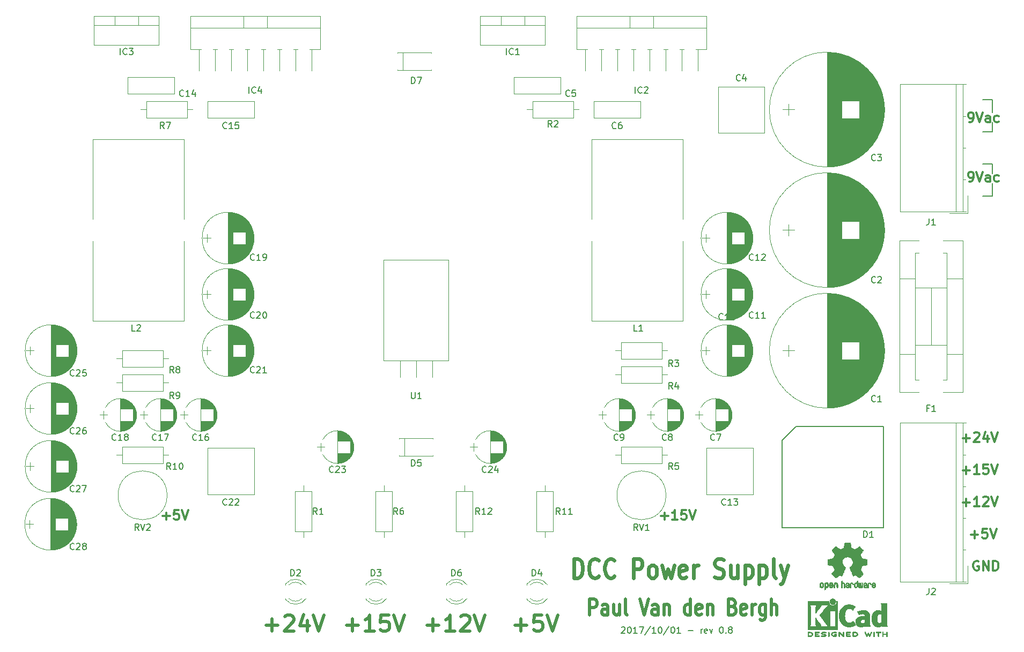
<source format=gto>
G04 #@! TF.FileFunction,Legend,Top*
%FSLAX46Y46*%
G04 Gerber Fmt 4.6, Leading zero omitted, Abs format (unit mm)*
G04 Created by KiCad (PCBNEW 4.0.7) date 10/02/17 10:26:58*
%MOMM*%
%LPD*%
G01*
G04 APERTURE LIST*
%ADD10C,0.100000*%
%ADD11C,0.300000*%
%ADD12C,0.200000*%
%ADD13C,0.625000*%
%ADD14C,0.500000*%
%ADD15C,0.120000*%
%ADD16C,0.150000*%
%ADD17C,0.010000*%
G04 APERTURE END LIST*
D10*
D11*
X173252144Y-125202143D02*
X174395001Y-125202143D01*
X173823572Y-125773571D02*
X173823572Y-124630714D01*
X175895001Y-125773571D02*
X175037858Y-125773571D01*
X175466430Y-125773571D02*
X175466430Y-124273571D01*
X175323573Y-124487857D01*
X175180715Y-124630714D01*
X175037858Y-124702143D01*
X177252144Y-124273571D02*
X176537858Y-124273571D01*
X176466429Y-124987857D01*
X176537858Y-124916429D01*
X176680715Y-124845000D01*
X177037858Y-124845000D01*
X177180715Y-124916429D01*
X177252144Y-124987857D01*
X177323572Y-125130714D01*
X177323572Y-125487857D01*
X177252144Y-125630714D01*
X177180715Y-125702143D01*
X177037858Y-125773571D01*
X176680715Y-125773571D01*
X176537858Y-125702143D01*
X176466429Y-125630714D01*
X177752143Y-124273571D02*
X178252143Y-125773571D01*
X178752143Y-124273571D01*
X94591429Y-125202143D02*
X95734286Y-125202143D01*
X95162857Y-125773571D02*
X95162857Y-124630714D01*
X97162858Y-124273571D02*
X96448572Y-124273571D01*
X96377143Y-124987857D01*
X96448572Y-124916429D01*
X96591429Y-124845000D01*
X96948572Y-124845000D01*
X97091429Y-124916429D01*
X97162858Y-124987857D01*
X97234286Y-125130714D01*
X97234286Y-125487857D01*
X97162858Y-125630714D01*
X97091429Y-125702143D01*
X96948572Y-125773571D01*
X96591429Y-125773571D01*
X96448572Y-125702143D01*
X96377143Y-125630714D01*
X97662857Y-124273571D02*
X98162857Y-125773571D01*
X98662857Y-124273571D01*
D12*
X225552000Y-74676000D02*
X224028000Y-74676000D01*
X225552000Y-72644000D02*
X225552000Y-74676000D01*
X225552000Y-69596000D02*
X225552000Y-71120000D01*
X224028000Y-69596000D02*
X225552000Y-69596000D01*
X225552000Y-64516000D02*
X224028000Y-64516000D01*
X225552000Y-62992000D02*
X225552000Y-64516000D01*
X225552000Y-59436000D02*
X225552000Y-61468000D01*
X224028000Y-59436000D02*
X225552000Y-59436000D01*
D11*
X221905000Y-72306571D02*
X222190715Y-72306571D01*
X222333572Y-72235143D01*
X222405000Y-72163714D01*
X222547858Y-71949429D01*
X222619286Y-71663714D01*
X222619286Y-71092286D01*
X222547858Y-70949429D01*
X222476429Y-70878000D01*
X222333572Y-70806571D01*
X222047858Y-70806571D01*
X221905000Y-70878000D01*
X221833572Y-70949429D01*
X221762143Y-71092286D01*
X221762143Y-71449429D01*
X221833572Y-71592286D01*
X221905000Y-71663714D01*
X222047858Y-71735143D01*
X222333572Y-71735143D01*
X222476429Y-71663714D01*
X222547858Y-71592286D01*
X222619286Y-71449429D01*
X223047857Y-70806571D02*
X223547857Y-72306571D01*
X224047857Y-70806571D01*
X225190714Y-72306571D02*
X225190714Y-71520857D01*
X225119285Y-71378000D01*
X224976428Y-71306571D01*
X224690714Y-71306571D01*
X224547857Y-71378000D01*
X225190714Y-72235143D02*
X225047857Y-72306571D01*
X224690714Y-72306571D01*
X224547857Y-72235143D01*
X224476428Y-72092286D01*
X224476428Y-71949429D01*
X224547857Y-71806571D01*
X224690714Y-71735143D01*
X225047857Y-71735143D01*
X225190714Y-71663714D01*
X226547857Y-72235143D02*
X226405000Y-72306571D01*
X226119286Y-72306571D01*
X225976428Y-72235143D01*
X225905000Y-72163714D01*
X225833571Y-72020857D01*
X225833571Y-71592286D01*
X225905000Y-71449429D01*
X225976428Y-71378000D01*
X226119286Y-71306571D01*
X226405000Y-71306571D01*
X226547857Y-71378000D01*
X221905000Y-62908571D02*
X222190715Y-62908571D01*
X222333572Y-62837143D01*
X222405000Y-62765714D01*
X222547858Y-62551429D01*
X222619286Y-62265714D01*
X222619286Y-61694286D01*
X222547858Y-61551429D01*
X222476429Y-61480000D01*
X222333572Y-61408571D01*
X222047858Y-61408571D01*
X221905000Y-61480000D01*
X221833572Y-61551429D01*
X221762143Y-61694286D01*
X221762143Y-62051429D01*
X221833572Y-62194286D01*
X221905000Y-62265714D01*
X222047858Y-62337143D01*
X222333572Y-62337143D01*
X222476429Y-62265714D01*
X222547858Y-62194286D01*
X222619286Y-62051429D01*
X223047857Y-61408571D02*
X223547857Y-62908571D01*
X224047857Y-61408571D01*
X225190714Y-62908571D02*
X225190714Y-62122857D01*
X225119285Y-61980000D01*
X224976428Y-61908571D01*
X224690714Y-61908571D01*
X224547857Y-61980000D01*
X225190714Y-62837143D02*
X225047857Y-62908571D01*
X224690714Y-62908571D01*
X224547857Y-62837143D01*
X224476428Y-62694286D01*
X224476428Y-62551429D01*
X224547857Y-62408571D01*
X224690714Y-62337143D01*
X225047857Y-62337143D01*
X225190714Y-62265714D01*
X226547857Y-62837143D02*
X226405000Y-62908571D01*
X226119286Y-62908571D01*
X225976428Y-62837143D01*
X225905000Y-62765714D01*
X225833571Y-62622857D01*
X225833571Y-62194286D01*
X225905000Y-62051429D01*
X225976428Y-61980000D01*
X226119286Y-61908571D01*
X226405000Y-61908571D01*
X226547857Y-61980000D01*
X223393143Y-132346000D02*
X223250286Y-132274571D01*
X223036000Y-132274571D01*
X222821715Y-132346000D01*
X222678857Y-132488857D01*
X222607429Y-132631714D01*
X222536000Y-132917429D01*
X222536000Y-133131714D01*
X222607429Y-133417429D01*
X222678857Y-133560286D01*
X222821715Y-133703143D01*
X223036000Y-133774571D01*
X223178857Y-133774571D01*
X223393143Y-133703143D01*
X223464572Y-133631714D01*
X223464572Y-133131714D01*
X223178857Y-133131714D01*
X224107429Y-133774571D02*
X224107429Y-132274571D01*
X224964572Y-133774571D01*
X224964572Y-132274571D01*
X225678858Y-133774571D02*
X225678858Y-132274571D01*
X226036001Y-132274571D01*
X226250286Y-132346000D01*
X226393144Y-132488857D01*
X226464572Y-132631714D01*
X226536001Y-132917429D01*
X226536001Y-133131714D01*
X226464572Y-133417429D01*
X226393144Y-133560286D01*
X226250286Y-133703143D01*
X226036001Y-133774571D01*
X225678858Y-133774571D01*
X220877144Y-112883143D02*
X222020001Y-112883143D01*
X221448572Y-113454571D02*
X221448572Y-112311714D01*
X222662858Y-112097429D02*
X222734287Y-112026000D01*
X222877144Y-111954571D01*
X223234287Y-111954571D01*
X223377144Y-112026000D01*
X223448573Y-112097429D01*
X223520001Y-112240286D01*
X223520001Y-112383143D01*
X223448573Y-112597429D01*
X222591430Y-113454571D01*
X223520001Y-113454571D01*
X224805715Y-112454571D02*
X224805715Y-113454571D01*
X224448572Y-111883143D02*
X224091429Y-112954571D01*
X225020001Y-112954571D01*
X225377143Y-111954571D02*
X225877143Y-113454571D01*
X226377143Y-111954571D01*
X220877144Y-123043143D02*
X222020001Y-123043143D01*
X221448572Y-123614571D02*
X221448572Y-122471714D01*
X223520001Y-123614571D02*
X222662858Y-123614571D01*
X223091430Y-123614571D02*
X223091430Y-122114571D01*
X222948573Y-122328857D01*
X222805715Y-122471714D01*
X222662858Y-122543143D01*
X224091429Y-122257429D02*
X224162858Y-122186000D01*
X224305715Y-122114571D01*
X224662858Y-122114571D01*
X224805715Y-122186000D01*
X224877144Y-122257429D01*
X224948572Y-122400286D01*
X224948572Y-122543143D01*
X224877144Y-122757429D01*
X224020001Y-123614571D01*
X224948572Y-123614571D01*
X225377143Y-122114571D02*
X225877143Y-123614571D01*
X226377143Y-122114571D01*
X220877144Y-117963143D02*
X222020001Y-117963143D01*
X221448572Y-118534571D02*
X221448572Y-117391714D01*
X223520001Y-118534571D02*
X222662858Y-118534571D01*
X223091430Y-118534571D02*
X223091430Y-117034571D01*
X222948573Y-117248857D01*
X222805715Y-117391714D01*
X222662858Y-117463143D01*
X224877144Y-117034571D02*
X224162858Y-117034571D01*
X224091429Y-117748857D01*
X224162858Y-117677429D01*
X224305715Y-117606000D01*
X224662858Y-117606000D01*
X224805715Y-117677429D01*
X224877144Y-117748857D01*
X224948572Y-117891714D01*
X224948572Y-118248857D01*
X224877144Y-118391714D01*
X224805715Y-118463143D01*
X224662858Y-118534571D01*
X224305715Y-118534571D01*
X224162858Y-118463143D01*
X224091429Y-118391714D01*
X225377143Y-117034571D02*
X225877143Y-118534571D01*
X226377143Y-117034571D01*
X222162858Y-128123143D02*
X223305715Y-128123143D01*
X222734286Y-128694571D02*
X222734286Y-127551714D01*
X224734287Y-127194571D02*
X224020001Y-127194571D01*
X223948572Y-127908857D01*
X224020001Y-127837429D01*
X224162858Y-127766000D01*
X224520001Y-127766000D01*
X224662858Y-127837429D01*
X224734287Y-127908857D01*
X224805715Y-128051714D01*
X224805715Y-128408857D01*
X224734287Y-128551714D01*
X224662858Y-128623143D01*
X224520001Y-128694571D01*
X224162858Y-128694571D01*
X224020001Y-128623143D01*
X223948572Y-128551714D01*
X225234286Y-127194571D02*
X225734286Y-128694571D01*
X226234286Y-127194571D01*
D13*
X159490285Y-134961143D02*
X159490285Y-131961143D01*
X160085523Y-131961143D01*
X160442666Y-132104000D01*
X160680761Y-132389714D01*
X160799809Y-132675429D01*
X160918857Y-133246857D01*
X160918857Y-133675429D01*
X160799809Y-134246857D01*
X160680761Y-134532571D01*
X160442666Y-134818286D01*
X160085523Y-134961143D01*
X159490285Y-134961143D01*
X163418857Y-134675429D02*
X163299809Y-134818286D01*
X162942666Y-134961143D01*
X162704571Y-134961143D01*
X162347428Y-134818286D01*
X162109333Y-134532571D01*
X161990285Y-134246857D01*
X161871237Y-133675429D01*
X161871237Y-133246857D01*
X161990285Y-132675429D01*
X162109333Y-132389714D01*
X162347428Y-132104000D01*
X162704571Y-131961143D01*
X162942666Y-131961143D01*
X163299809Y-132104000D01*
X163418857Y-132246857D01*
X165918857Y-134675429D02*
X165799809Y-134818286D01*
X165442666Y-134961143D01*
X165204571Y-134961143D01*
X164847428Y-134818286D01*
X164609333Y-134532571D01*
X164490285Y-134246857D01*
X164371237Y-133675429D01*
X164371237Y-133246857D01*
X164490285Y-132675429D01*
X164609333Y-132389714D01*
X164847428Y-132104000D01*
X165204571Y-131961143D01*
X165442666Y-131961143D01*
X165799809Y-132104000D01*
X165918857Y-132246857D01*
X168895047Y-134961143D02*
X168895047Y-131961143D01*
X169847428Y-131961143D01*
X170085523Y-132104000D01*
X170204571Y-132246857D01*
X170323619Y-132532571D01*
X170323619Y-132961143D01*
X170204571Y-133246857D01*
X170085523Y-133389714D01*
X169847428Y-133532571D01*
X168895047Y-133532571D01*
X171752190Y-134961143D02*
X171514095Y-134818286D01*
X171395047Y-134675429D01*
X171275999Y-134389714D01*
X171275999Y-133532571D01*
X171395047Y-133246857D01*
X171514095Y-133104000D01*
X171752190Y-132961143D01*
X172109333Y-132961143D01*
X172347428Y-133104000D01*
X172466476Y-133246857D01*
X172585523Y-133532571D01*
X172585523Y-134389714D01*
X172466476Y-134675429D01*
X172347428Y-134818286D01*
X172109333Y-134961143D01*
X171752190Y-134961143D01*
X173418857Y-132961143D02*
X173895047Y-134961143D01*
X174371238Y-133532571D01*
X174847428Y-134961143D01*
X175323619Y-132961143D01*
X177228381Y-134818286D02*
X176990286Y-134961143D01*
X176514095Y-134961143D01*
X176276000Y-134818286D01*
X176156952Y-134532571D01*
X176156952Y-133389714D01*
X176276000Y-133104000D01*
X176514095Y-132961143D01*
X176990286Y-132961143D01*
X177228381Y-133104000D01*
X177347429Y-133389714D01*
X177347429Y-133675429D01*
X176156952Y-133961143D01*
X178418857Y-134961143D02*
X178418857Y-132961143D01*
X178418857Y-133532571D02*
X178537905Y-133246857D01*
X178656952Y-133104000D01*
X178895048Y-132961143D01*
X179133143Y-132961143D01*
X181752190Y-134818286D02*
X182109333Y-134961143D01*
X182704571Y-134961143D01*
X182942667Y-134818286D01*
X183061714Y-134675429D01*
X183180762Y-134389714D01*
X183180762Y-134104000D01*
X183061714Y-133818286D01*
X182942667Y-133675429D01*
X182704571Y-133532571D01*
X182228381Y-133389714D01*
X181990286Y-133246857D01*
X181871238Y-133104000D01*
X181752190Y-132818286D01*
X181752190Y-132532571D01*
X181871238Y-132246857D01*
X181990286Y-132104000D01*
X182228381Y-131961143D01*
X182823619Y-131961143D01*
X183180762Y-132104000D01*
X185323619Y-132961143D02*
X185323619Y-134961143D01*
X184252190Y-132961143D02*
X184252190Y-134532571D01*
X184371238Y-134818286D01*
X184609333Y-134961143D01*
X184966476Y-134961143D01*
X185204571Y-134818286D01*
X185323619Y-134675429D01*
X186514095Y-132961143D02*
X186514095Y-135961143D01*
X186514095Y-133104000D02*
X186752190Y-132961143D01*
X187228381Y-132961143D01*
X187466476Y-133104000D01*
X187585524Y-133246857D01*
X187704571Y-133532571D01*
X187704571Y-134389714D01*
X187585524Y-134675429D01*
X187466476Y-134818286D01*
X187228381Y-134961143D01*
X186752190Y-134961143D01*
X186514095Y-134818286D01*
X188776000Y-132961143D02*
X188776000Y-135961143D01*
X188776000Y-133104000D02*
X189014095Y-132961143D01*
X189490286Y-132961143D01*
X189728381Y-133104000D01*
X189847429Y-133246857D01*
X189966476Y-133532571D01*
X189966476Y-134389714D01*
X189847429Y-134675429D01*
X189728381Y-134818286D01*
X189490286Y-134961143D01*
X189014095Y-134961143D01*
X188776000Y-134818286D01*
X191395048Y-134961143D02*
X191156953Y-134818286D01*
X191037905Y-134532571D01*
X191037905Y-131961143D01*
X192109334Y-132961143D02*
X192704572Y-134961143D01*
X193299810Y-132961143D02*
X192704572Y-134961143D01*
X192466477Y-135675429D01*
X192347429Y-135818286D01*
X192109334Y-135961143D01*
D14*
X162022093Y-140830952D02*
X162022093Y-138330952D01*
X162783998Y-138330952D01*
X162974474Y-138450000D01*
X163069713Y-138569048D01*
X163164951Y-138807143D01*
X163164951Y-139164286D01*
X163069713Y-139402381D01*
X162974474Y-139521429D01*
X162783998Y-139640476D01*
X162022093Y-139640476D01*
X164879236Y-140830952D02*
X164879236Y-139521429D01*
X164783998Y-139283333D01*
X164593522Y-139164286D01*
X164212570Y-139164286D01*
X164022093Y-139283333D01*
X164879236Y-140711905D02*
X164688760Y-140830952D01*
X164212570Y-140830952D01*
X164022093Y-140711905D01*
X163926855Y-140473810D01*
X163926855Y-140235714D01*
X164022093Y-139997619D01*
X164212570Y-139878571D01*
X164688760Y-139878571D01*
X164879236Y-139759524D01*
X166688760Y-139164286D02*
X166688760Y-140830952D01*
X165831617Y-139164286D02*
X165831617Y-140473810D01*
X165926856Y-140711905D01*
X166117332Y-140830952D01*
X166403046Y-140830952D01*
X166593522Y-140711905D01*
X166688760Y-140592857D01*
X167926856Y-140830952D02*
X167736380Y-140711905D01*
X167641141Y-140473810D01*
X167641141Y-138330952D01*
X169926856Y-138330952D02*
X170593523Y-140830952D01*
X171260190Y-138330952D01*
X172783999Y-140830952D02*
X172783999Y-139521429D01*
X172688761Y-139283333D01*
X172498285Y-139164286D01*
X172117333Y-139164286D01*
X171926856Y-139283333D01*
X172783999Y-140711905D02*
X172593523Y-140830952D01*
X172117333Y-140830952D01*
X171926856Y-140711905D01*
X171831618Y-140473810D01*
X171831618Y-140235714D01*
X171926856Y-139997619D01*
X172117333Y-139878571D01*
X172593523Y-139878571D01*
X172783999Y-139759524D01*
X173736380Y-139164286D02*
X173736380Y-140830952D01*
X173736380Y-139402381D02*
X173831619Y-139283333D01*
X174022095Y-139164286D01*
X174307809Y-139164286D01*
X174498285Y-139283333D01*
X174593523Y-139521429D01*
X174593523Y-140830952D01*
X177926857Y-140830952D02*
X177926857Y-138330952D01*
X177926857Y-140711905D02*
X177736381Y-140830952D01*
X177355429Y-140830952D01*
X177164953Y-140711905D01*
X177069714Y-140592857D01*
X176974476Y-140354762D01*
X176974476Y-139640476D01*
X177069714Y-139402381D01*
X177164953Y-139283333D01*
X177355429Y-139164286D01*
X177736381Y-139164286D01*
X177926857Y-139283333D01*
X179641143Y-140711905D02*
X179450667Y-140830952D01*
X179069715Y-140830952D01*
X178879238Y-140711905D01*
X178784000Y-140473810D01*
X178784000Y-139521429D01*
X178879238Y-139283333D01*
X179069715Y-139164286D01*
X179450667Y-139164286D01*
X179641143Y-139283333D01*
X179736381Y-139521429D01*
X179736381Y-139759524D01*
X178784000Y-139997619D01*
X180593524Y-139164286D02*
X180593524Y-140830952D01*
X180593524Y-139402381D02*
X180688763Y-139283333D01*
X180879239Y-139164286D01*
X181164953Y-139164286D01*
X181355429Y-139283333D01*
X181450667Y-139521429D01*
X181450667Y-140830952D01*
X184593525Y-139521429D02*
X184879239Y-139640476D01*
X184974478Y-139759524D01*
X185069716Y-139997619D01*
X185069716Y-140354762D01*
X184974478Y-140592857D01*
X184879239Y-140711905D01*
X184688763Y-140830952D01*
X183926858Y-140830952D01*
X183926858Y-138330952D01*
X184593525Y-138330952D01*
X184784001Y-138450000D01*
X184879239Y-138569048D01*
X184974478Y-138807143D01*
X184974478Y-139045238D01*
X184879239Y-139283333D01*
X184784001Y-139402381D01*
X184593525Y-139521429D01*
X183926858Y-139521429D01*
X186688763Y-140711905D02*
X186498287Y-140830952D01*
X186117335Y-140830952D01*
X185926858Y-140711905D01*
X185831620Y-140473810D01*
X185831620Y-139521429D01*
X185926858Y-139283333D01*
X186117335Y-139164286D01*
X186498287Y-139164286D01*
X186688763Y-139283333D01*
X186784001Y-139521429D01*
X186784001Y-139759524D01*
X185831620Y-139997619D01*
X187641144Y-140830952D02*
X187641144Y-139164286D01*
X187641144Y-139640476D02*
X187736383Y-139402381D01*
X187831621Y-139283333D01*
X188022097Y-139164286D01*
X188212573Y-139164286D01*
X189736382Y-139164286D02*
X189736382Y-141188095D01*
X189641144Y-141426190D01*
X189545906Y-141545238D01*
X189355430Y-141664286D01*
X189069716Y-141664286D01*
X188879239Y-141545238D01*
X189736382Y-140711905D02*
X189545906Y-140830952D01*
X189164954Y-140830952D01*
X188974478Y-140711905D01*
X188879239Y-140592857D01*
X188784001Y-140354762D01*
X188784001Y-139640476D01*
X188879239Y-139402381D01*
X188974478Y-139283333D01*
X189164954Y-139164286D01*
X189545906Y-139164286D01*
X189736382Y-139283333D01*
X190688763Y-140830952D02*
X190688763Y-138330952D01*
X191545906Y-140830952D02*
X191545906Y-139521429D01*
X191450668Y-139283333D01*
X191260192Y-139164286D01*
X190974478Y-139164286D01*
X190784002Y-139283333D01*
X190688763Y-139402381D01*
X150201715Y-142418571D02*
X152106477Y-142418571D01*
X151154096Y-143370952D02*
X151154096Y-141466190D01*
X154487429Y-140870952D02*
X153296953Y-140870952D01*
X153177905Y-142061429D01*
X153296953Y-141942381D01*
X153535048Y-141823333D01*
X154130286Y-141823333D01*
X154368382Y-141942381D01*
X154487429Y-142061429D01*
X154606477Y-142299524D01*
X154606477Y-142894762D01*
X154487429Y-143132857D01*
X154368382Y-143251905D01*
X154130286Y-143370952D01*
X153535048Y-143370952D01*
X153296953Y-143251905D01*
X153177905Y-143132857D01*
X155320762Y-140870952D02*
X156154096Y-143370952D01*
X156987429Y-140870952D01*
X136311239Y-142418571D02*
X138216001Y-142418571D01*
X137263620Y-143370952D02*
X137263620Y-141466190D01*
X140716001Y-143370952D02*
X139287429Y-143370952D01*
X140001715Y-143370952D02*
X140001715Y-140870952D01*
X139763620Y-141228095D01*
X139525525Y-141466190D01*
X139287429Y-141585238D01*
X141668381Y-141109048D02*
X141787429Y-140990000D01*
X142025524Y-140870952D01*
X142620762Y-140870952D01*
X142858858Y-140990000D01*
X142977905Y-141109048D01*
X143096953Y-141347143D01*
X143096953Y-141585238D01*
X142977905Y-141942381D01*
X141549334Y-143370952D01*
X143096953Y-143370952D01*
X143811238Y-140870952D02*
X144644572Y-143370952D01*
X145477905Y-140870952D01*
X123611239Y-142418571D02*
X125516001Y-142418571D01*
X124563620Y-143370952D02*
X124563620Y-141466190D01*
X128016001Y-143370952D02*
X126587429Y-143370952D01*
X127301715Y-143370952D02*
X127301715Y-140870952D01*
X127063620Y-141228095D01*
X126825525Y-141466190D01*
X126587429Y-141585238D01*
X130277905Y-140870952D02*
X129087429Y-140870952D01*
X128968381Y-142061429D01*
X129087429Y-141942381D01*
X129325524Y-141823333D01*
X129920762Y-141823333D01*
X130158858Y-141942381D01*
X130277905Y-142061429D01*
X130396953Y-142299524D01*
X130396953Y-142894762D01*
X130277905Y-143132857D01*
X130158858Y-143251905D01*
X129920762Y-143370952D01*
X129325524Y-143370952D01*
X129087429Y-143251905D01*
X128968381Y-143132857D01*
X131111238Y-140870952D02*
X131944572Y-143370952D01*
X132777905Y-140870952D01*
X110911239Y-142418571D02*
X112816001Y-142418571D01*
X111863620Y-143370952D02*
X111863620Y-141466190D01*
X113887429Y-141109048D02*
X114006477Y-140990000D01*
X114244572Y-140870952D01*
X114839810Y-140870952D01*
X115077906Y-140990000D01*
X115196953Y-141109048D01*
X115316001Y-141347143D01*
X115316001Y-141585238D01*
X115196953Y-141942381D01*
X113768382Y-143370952D01*
X115316001Y-143370952D01*
X117458858Y-141704286D02*
X117458858Y-143370952D01*
X116863620Y-140751905D02*
X116268381Y-142537619D01*
X117816001Y-142537619D01*
X118411238Y-140870952D02*
X119244572Y-143370952D01*
X120077905Y-140870952D01*
D15*
X213400000Y-99648000D02*
X210900000Y-99648000D01*
X220900000Y-99648000D02*
X218400000Y-99648000D01*
X220900000Y-87648000D02*
X218400000Y-87648000D01*
X210900000Y-87648000D02*
X213400000Y-87648000D01*
X215900000Y-98148000D02*
X215900000Y-89148000D01*
X213400000Y-98148000D02*
X218400000Y-98148000D01*
X213400000Y-89148000D02*
X218400000Y-89148000D01*
X214000000Y-83648000D02*
X213400000Y-83648000D01*
X217800000Y-103648000D02*
X218400000Y-103648000D01*
X218400000Y-103648000D02*
X218400000Y-83648000D01*
X218400000Y-83648000D02*
X217800000Y-83648000D01*
X213400000Y-83648000D02*
X213400000Y-103648000D01*
X213400000Y-103648000D02*
X214000000Y-103648000D01*
X214000000Y-81648000D02*
X210900000Y-81648000D01*
X217800000Y-105648000D02*
X220900000Y-105648000D01*
X220900000Y-105648000D02*
X220900000Y-81648000D01*
X220900000Y-81648000D02*
X217800000Y-81648000D01*
X210900000Y-81648000D02*
X210900000Y-105648000D01*
X210900000Y-105648000D02*
X214000000Y-105648000D01*
X208540000Y-99060000D02*
G75*
G03X208540000Y-99060000I-9090000J0D01*
G01*
X199450000Y-90010000D02*
X199450000Y-108110000D01*
X199490000Y-90010000D02*
X199490000Y-108110000D01*
X199530000Y-90010000D02*
X199530000Y-108110000D01*
X199570000Y-90010000D02*
X199570000Y-108110000D01*
X199610000Y-90011000D02*
X199610000Y-108109000D01*
X199650000Y-90012000D02*
X199650000Y-108108000D01*
X199690000Y-90013000D02*
X199690000Y-108107000D01*
X199730000Y-90014000D02*
X199730000Y-108106000D01*
X199770000Y-90015000D02*
X199770000Y-108105000D01*
X199810000Y-90017000D02*
X199810000Y-108103000D01*
X199850000Y-90018000D02*
X199850000Y-108102000D01*
X199890000Y-90020000D02*
X199890000Y-108100000D01*
X199930000Y-90022000D02*
X199930000Y-108098000D01*
X199970000Y-90024000D02*
X199970000Y-108096000D01*
X200010000Y-90027000D02*
X200010000Y-108093000D01*
X200050000Y-90029000D02*
X200050000Y-108091000D01*
X200090000Y-90032000D02*
X200090000Y-108088000D01*
X200130000Y-90035000D02*
X200130000Y-108085000D01*
X200171000Y-90038000D02*
X200171000Y-108082000D01*
X200211000Y-90041000D02*
X200211000Y-108079000D01*
X200251000Y-90045000D02*
X200251000Y-108075000D01*
X200291000Y-90048000D02*
X200291000Y-108072000D01*
X200331000Y-90052000D02*
X200331000Y-108068000D01*
X200371000Y-90056000D02*
X200371000Y-108064000D01*
X200411000Y-90060000D02*
X200411000Y-108060000D01*
X200451000Y-90065000D02*
X200451000Y-108055000D01*
X200491000Y-90069000D02*
X200491000Y-108051000D01*
X200531000Y-90074000D02*
X200531000Y-108046000D01*
X200571000Y-90079000D02*
X200571000Y-108041000D01*
X200611000Y-90084000D02*
X200611000Y-108036000D01*
X200651000Y-90089000D02*
X200651000Y-108031000D01*
X200691000Y-90094000D02*
X200691000Y-108026000D01*
X200731000Y-90100000D02*
X200731000Y-108020000D01*
X200771000Y-90106000D02*
X200771000Y-108014000D01*
X200811000Y-90112000D02*
X200811000Y-108008000D01*
X200851000Y-90118000D02*
X200851000Y-108002000D01*
X200891000Y-90124000D02*
X200891000Y-107996000D01*
X200931000Y-90131000D02*
X200931000Y-107989000D01*
X200971000Y-90137000D02*
X200971000Y-107983000D01*
X201011000Y-90144000D02*
X201011000Y-107976000D01*
X201051000Y-90151000D02*
X201051000Y-107969000D01*
X201091000Y-90159000D02*
X201091000Y-107961000D01*
X201131000Y-90166000D02*
X201131000Y-107954000D01*
X201171000Y-90174000D02*
X201171000Y-107946000D01*
X201211000Y-90182000D02*
X201211000Y-107938000D01*
X201251000Y-90190000D02*
X201251000Y-107930000D01*
X201291000Y-90198000D02*
X201291000Y-107922000D01*
X201331000Y-90206000D02*
X201331000Y-107914000D01*
X201371000Y-90215000D02*
X201371000Y-107905000D01*
X201411000Y-90223000D02*
X201411000Y-107897000D01*
X201451000Y-90232000D02*
X201451000Y-107888000D01*
X201491000Y-90241000D02*
X201491000Y-107879000D01*
X201531000Y-90251000D02*
X201531000Y-107869000D01*
X201571000Y-90260000D02*
X201571000Y-107860000D01*
X201611000Y-90270000D02*
X201611000Y-107850000D01*
X201651000Y-90280000D02*
X201651000Y-107840000D01*
X201691000Y-90290000D02*
X201691000Y-107830000D01*
X201731000Y-90300000D02*
X201731000Y-107820000D01*
X201771000Y-90311000D02*
X201771000Y-107809000D01*
X201811000Y-90321000D02*
X201811000Y-107799000D01*
X201851000Y-90332000D02*
X201851000Y-97680000D01*
X201851000Y-100440000D02*
X201851000Y-107788000D01*
X201891000Y-90343000D02*
X201891000Y-97680000D01*
X201891000Y-100440000D02*
X201891000Y-107777000D01*
X201931000Y-90354000D02*
X201931000Y-97680000D01*
X201931000Y-100440000D02*
X201931000Y-107766000D01*
X201971000Y-90366000D02*
X201971000Y-97680000D01*
X201971000Y-100440000D02*
X201971000Y-107754000D01*
X202011000Y-90377000D02*
X202011000Y-97680000D01*
X202011000Y-100440000D02*
X202011000Y-107743000D01*
X202051000Y-90389000D02*
X202051000Y-97680000D01*
X202051000Y-100440000D02*
X202051000Y-107731000D01*
X202091000Y-90401000D02*
X202091000Y-97680000D01*
X202091000Y-100440000D02*
X202091000Y-107719000D01*
X202131000Y-90414000D02*
X202131000Y-97680000D01*
X202131000Y-100440000D02*
X202131000Y-107706000D01*
X202171000Y-90426000D02*
X202171000Y-97680000D01*
X202171000Y-100440000D02*
X202171000Y-107694000D01*
X202211000Y-90439000D02*
X202211000Y-97680000D01*
X202211000Y-100440000D02*
X202211000Y-107681000D01*
X202251000Y-90451000D02*
X202251000Y-97680000D01*
X202251000Y-100440000D02*
X202251000Y-107669000D01*
X202291000Y-90465000D02*
X202291000Y-97680000D01*
X202291000Y-100440000D02*
X202291000Y-107655000D01*
X202331000Y-90478000D02*
X202331000Y-97680000D01*
X202331000Y-100440000D02*
X202331000Y-107642000D01*
X202371000Y-90491000D02*
X202371000Y-97680000D01*
X202371000Y-100440000D02*
X202371000Y-107629000D01*
X202411000Y-90505000D02*
X202411000Y-97680000D01*
X202411000Y-100440000D02*
X202411000Y-107615000D01*
X202451000Y-90519000D02*
X202451000Y-97680000D01*
X202451000Y-100440000D02*
X202451000Y-107601000D01*
X202491000Y-90533000D02*
X202491000Y-97680000D01*
X202491000Y-100440000D02*
X202491000Y-107587000D01*
X202531000Y-90547000D02*
X202531000Y-97680000D01*
X202531000Y-100440000D02*
X202531000Y-107573000D01*
X202571000Y-90562000D02*
X202571000Y-97680000D01*
X202571000Y-100440000D02*
X202571000Y-107558000D01*
X202611000Y-90576000D02*
X202611000Y-97680000D01*
X202611000Y-100440000D02*
X202611000Y-107544000D01*
X202651000Y-90591000D02*
X202651000Y-97680000D01*
X202651000Y-100440000D02*
X202651000Y-107529000D01*
X202691000Y-90607000D02*
X202691000Y-97680000D01*
X202691000Y-100440000D02*
X202691000Y-107513000D01*
X202731000Y-90622000D02*
X202731000Y-97680000D01*
X202731000Y-100440000D02*
X202731000Y-107498000D01*
X202771000Y-90637000D02*
X202771000Y-97680000D01*
X202771000Y-100440000D02*
X202771000Y-107483000D01*
X202811000Y-90653000D02*
X202811000Y-97680000D01*
X202811000Y-100440000D02*
X202811000Y-107467000D01*
X202851000Y-90669000D02*
X202851000Y-97680000D01*
X202851000Y-100440000D02*
X202851000Y-107451000D01*
X202891000Y-90686000D02*
X202891000Y-97680000D01*
X202891000Y-100440000D02*
X202891000Y-107434000D01*
X202931000Y-90702000D02*
X202931000Y-97680000D01*
X202931000Y-100440000D02*
X202931000Y-107418000D01*
X202971000Y-90719000D02*
X202971000Y-97680000D01*
X202971000Y-100440000D02*
X202971000Y-107401000D01*
X203011000Y-90736000D02*
X203011000Y-97680000D01*
X203011000Y-100440000D02*
X203011000Y-107384000D01*
X203051000Y-90753000D02*
X203051000Y-97680000D01*
X203051000Y-100440000D02*
X203051000Y-107367000D01*
X203091000Y-90770000D02*
X203091000Y-97680000D01*
X203091000Y-100440000D02*
X203091000Y-107350000D01*
X203131000Y-90788000D02*
X203131000Y-97680000D01*
X203131000Y-100440000D02*
X203131000Y-107332000D01*
X203171000Y-90806000D02*
X203171000Y-97680000D01*
X203171000Y-100440000D02*
X203171000Y-107314000D01*
X203211000Y-90824000D02*
X203211000Y-97680000D01*
X203211000Y-100440000D02*
X203211000Y-107296000D01*
X203251000Y-90842000D02*
X203251000Y-97680000D01*
X203251000Y-100440000D02*
X203251000Y-107278000D01*
X203291000Y-90860000D02*
X203291000Y-97680000D01*
X203291000Y-100440000D02*
X203291000Y-107260000D01*
X203331000Y-90879000D02*
X203331000Y-97680000D01*
X203331000Y-100440000D02*
X203331000Y-107241000D01*
X203371000Y-90898000D02*
X203371000Y-97680000D01*
X203371000Y-100440000D02*
X203371000Y-107222000D01*
X203411000Y-90917000D02*
X203411000Y-97680000D01*
X203411000Y-100440000D02*
X203411000Y-107203000D01*
X203451000Y-90937000D02*
X203451000Y-97680000D01*
X203451000Y-100440000D02*
X203451000Y-107183000D01*
X203491000Y-90957000D02*
X203491000Y-97680000D01*
X203491000Y-100440000D02*
X203491000Y-107163000D01*
X203531000Y-90977000D02*
X203531000Y-97680000D01*
X203531000Y-100440000D02*
X203531000Y-107143000D01*
X203571000Y-90997000D02*
X203571000Y-97680000D01*
X203571000Y-100440000D02*
X203571000Y-107123000D01*
X203611000Y-91017000D02*
X203611000Y-97680000D01*
X203611000Y-100440000D02*
X203611000Y-107103000D01*
X203651000Y-91038000D02*
X203651000Y-97680000D01*
X203651000Y-100440000D02*
X203651000Y-107082000D01*
X203691000Y-91059000D02*
X203691000Y-97680000D01*
X203691000Y-100440000D02*
X203691000Y-107061000D01*
X203731000Y-91080000D02*
X203731000Y-97680000D01*
X203731000Y-100440000D02*
X203731000Y-107040000D01*
X203771000Y-91102000D02*
X203771000Y-97680000D01*
X203771000Y-100440000D02*
X203771000Y-107018000D01*
X203811000Y-91123000D02*
X203811000Y-97680000D01*
X203811000Y-100440000D02*
X203811000Y-106997000D01*
X203851000Y-91145000D02*
X203851000Y-97680000D01*
X203851000Y-100440000D02*
X203851000Y-106975000D01*
X203891000Y-91168000D02*
X203891000Y-97680000D01*
X203891000Y-100440000D02*
X203891000Y-106952000D01*
X203931000Y-91190000D02*
X203931000Y-97680000D01*
X203931000Y-100440000D02*
X203931000Y-106930000D01*
X203971000Y-91213000D02*
X203971000Y-97680000D01*
X203971000Y-100440000D02*
X203971000Y-106907000D01*
X204011000Y-91236000D02*
X204011000Y-97680000D01*
X204011000Y-100440000D02*
X204011000Y-106884000D01*
X204051000Y-91259000D02*
X204051000Y-97680000D01*
X204051000Y-100440000D02*
X204051000Y-106861000D01*
X204091000Y-91283000D02*
X204091000Y-97680000D01*
X204091000Y-100440000D02*
X204091000Y-106837000D01*
X204131000Y-91307000D02*
X204131000Y-97680000D01*
X204131000Y-100440000D02*
X204131000Y-106813000D01*
X204171000Y-91331000D02*
X204171000Y-97680000D01*
X204171000Y-100440000D02*
X204171000Y-106789000D01*
X204211000Y-91355000D02*
X204211000Y-97680000D01*
X204211000Y-100440000D02*
X204211000Y-106765000D01*
X204251000Y-91380000D02*
X204251000Y-97680000D01*
X204251000Y-100440000D02*
X204251000Y-106740000D01*
X204291000Y-91405000D02*
X204291000Y-97680000D01*
X204291000Y-100440000D02*
X204291000Y-106715000D01*
X204331000Y-91430000D02*
X204331000Y-97680000D01*
X204331000Y-100440000D02*
X204331000Y-106690000D01*
X204371000Y-91456000D02*
X204371000Y-97680000D01*
X204371000Y-100440000D02*
X204371000Y-106664000D01*
X204411000Y-91482000D02*
X204411000Y-97680000D01*
X204411000Y-100440000D02*
X204411000Y-106638000D01*
X204451000Y-91508000D02*
X204451000Y-97680000D01*
X204451000Y-100440000D02*
X204451000Y-106612000D01*
X204491000Y-91535000D02*
X204491000Y-97680000D01*
X204491000Y-100440000D02*
X204491000Y-106585000D01*
X204531000Y-91561000D02*
X204531000Y-97680000D01*
X204531000Y-100440000D02*
X204531000Y-106559000D01*
X204571000Y-91589000D02*
X204571000Y-97680000D01*
X204571000Y-100440000D02*
X204571000Y-106531000D01*
X204611000Y-91616000D02*
X204611000Y-106504000D01*
X204651000Y-91644000D02*
X204651000Y-106476000D01*
X204691000Y-91672000D02*
X204691000Y-106448000D01*
X204731000Y-91700000D02*
X204731000Y-106420000D01*
X204771000Y-91729000D02*
X204771000Y-106391000D01*
X204811000Y-91758000D02*
X204811000Y-106362000D01*
X204851000Y-91787000D02*
X204851000Y-106333000D01*
X204891000Y-91817000D02*
X204891000Y-106303000D01*
X204931000Y-91847000D02*
X204931000Y-106273000D01*
X204971000Y-91877000D02*
X204971000Y-106243000D01*
X205011000Y-91908000D02*
X205011000Y-106212000D01*
X205051000Y-91939000D02*
X205051000Y-106181000D01*
X205091000Y-91971000D02*
X205091000Y-106149000D01*
X205131000Y-92003000D02*
X205131000Y-106117000D01*
X205171000Y-92035000D02*
X205171000Y-106085000D01*
X205211000Y-92067000D02*
X205211000Y-106053000D01*
X205251000Y-92100000D02*
X205251000Y-106020000D01*
X205291000Y-92134000D02*
X205291000Y-105986000D01*
X205331000Y-92167000D02*
X205331000Y-105953000D01*
X205371000Y-92202000D02*
X205371000Y-105918000D01*
X205411000Y-92236000D02*
X205411000Y-105884000D01*
X205451000Y-92271000D02*
X205451000Y-105849000D01*
X205491000Y-92306000D02*
X205491000Y-105814000D01*
X205531000Y-92342000D02*
X205531000Y-105778000D01*
X205571000Y-92378000D02*
X205571000Y-105742000D01*
X205611000Y-92415000D02*
X205611000Y-105705000D01*
X205651000Y-92452000D02*
X205651000Y-105668000D01*
X205691000Y-92490000D02*
X205691000Y-105630000D01*
X205731000Y-92528000D02*
X205731000Y-105592000D01*
X205771000Y-92566000D02*
X205771000Y-105554000D01*
X205811000Y-92605000D02*
X205811000Y-105515000D01*
X205851000Y-92644000D02*
X205851000Y-105476000D01*
X205891000Y-92684000D02*
X205891000Y-105436000D01*
X205931000Y-92725000D02*
X205931000Y-105395000D01*
X205971000Y-92766000D02*
X205971000Y-105354000D01*
X206011000Y-92807000D02*
X206011000Y-105313000D01*
X206051000Y-92849000D02*
X206051000Y-105271000D01*
X206091000Y-92892000D02*
X206091000Y-105228000D01*
X206131000Y-92935000D02*
X206131000Y-105185000D01*
X206171000Y-92978000D02*
X206171000Y-105142000D01*
X206211000Y-93022000D02*
X206211000Y-105098000D01*
X206251000Y-93067000D02*
X206251000Y-105053000D01*
X206291000Y-93113000D02*
X206291000Y-105007000D01*
X206331000Y-93159000D02*
X206331000Y-104961000D01*
X206371000Y-93205000D02*
X206371000Y-104915000D01*
X206411000Y-93253000D02*
X206411000Y-104867000D01*
X206451000Y-93301000D02*
X206451000Y-104819000D01*
X206491000Y-93349000D02*
X206491000Y-104771000D01*
X206531000Y-93398000D02*
X206531000Y-104722000D01*
X206571000Y-93449000D02*
X206571000Y-104671000D01*
X206611000Y-93499000D02*
X206611000Y-104621000D01*
X206651000Y-93551000D02*
X206651000Y-104569000D01*
X206691000Y-93603000D02*
X206691000Y-104517000D01*
X206731000Y-93656000D02*
X206731000Y-104464000D01*
X206771000Y-93710000D02*
X206771000Y-104410000D01*
X206811000Y-93765000D02*
X206811000Y-104355000D01*
X206851000Y-93820000D02*
X206851000Y-104300000D01*
X206891000Y-93877000D02*
X206891000Y-104243000D01*
X206931000Y-93934000D02*
X206931000Y-104186000D01*
X206971000Y-93993000D02*
X206971000Y-104127000D01*
X207011000Y-94052000D02*
X207011000Y-104068000D01*
X207051000Y-94113000D02*
X207051000Y-104007000D01*
X207091000Y-94174000D02*
X207091000Y-103946000D01*
X207131000Y-94237000D02*
X207131000Y-103883000D01*
X207171000Y-94301000D02*
X207171000Y-103819000D01*
X207211000Y-94366000D02*
X207211000Y-103754000D01*
X207251000Y-94432000D02*
X207251000Y-103688000D01*
X207291000Y-94499000D02*
X207291000Y-103621000D01*
X207331000Y-94568000D02*
X207331000Y-103552000D01*
X207371000Y-94638000D02*
X207371000Y-103482000D01*
X207411000Y-94710000D02*
X207411000Y-103410000D01*
X207451000Y-94783000D02*
X207451000Y-103337000D01*
X207491000Y-94858000D02*
X207491000Y-103262000D01*
X207531000Y-94935000D02*
X207531000Y-103185000D01*
X207571000Y-95014000D02*
X207571000Y-103106000D01*
X207611000Y-95094000D02*
X207611000Y-103026000D01*
X207650000Y-95177000D02*
X207650000Y-102943000D01*
X207690000Y-95261000D02*
X207690000Y-102859000D01*
X207730000Y-95349000D02*
X207730000Y-102771000D01*
X207770000Y-95438000D02*
X207770000Y-102682000D01*
X207810000Y-95530000D02*
X207810000Y-102590000D01*
X207850000Y-95626000D02*
X207850000Y-102494000D01*
X207890000Y-95724000D02*
X207890000Y-102396000D01*
X207930000Y-95826000D02*
X207930000Y-102294000D01*
X207970000Y-95931000D02*
X207970000Y-102189000D01*
X208010000Y-96041000D02*
X208010000Y-102079000D01*
X208050000Y-96155000D02*
X208050000Y-101965000D01*
X208090000Y-96275000D02*
X208090000Y-101845000D01*
X208130000Y-96400000D02*
X208130000Y-101720000D01*
X208170000Y-96532000D02*
X208170000Y-101588000D01*
X208210000Y-96672000D02*
X208210000Y-101448000D01*
X208250000Y-96822000D02*
X208250000Y-101298000D01*
X208290000Y-96982000D02*
X208290000Y-101138000D01*
X208330000Y-97157000D02*
X208330000Y-100963000D01*
X208370000Y-97350000D02*
X208370000Y-100770000D01*
X208410000Y-97568000D02*
X208410000Y-100552000D01*
X208450000Y-97824000D02*
X208450000Y-100296000D01*
X208490000Y-98147000D02*
X208490000Y-99973000D01*
X208530000Y-98673000D02*
X208530000Y-99447000D01*
X192500000Y-99060000D02*
X194300000Y-99060000D01*
X193400000Y-98160000D02*
X193400000Y-99960000D01*
X208540000Y-80010000D02*
G75*
G03X208540000Y-80010000I-9090000J0D01*
G01*
X199450000Y-70960000D02*
X199450000Y-89060000D01*
X199490000Y-70960000D02*
X199490000Y-89060000D01*
X199530000Y-70960000D02*
X199530000Y-89060000D01*
X199570000Y-70960000D02*
X199570000Y-89060000D01*
X199610000Y-70961000D02*
X199610000Y-89059000D01*
X199650000Y-70962000D02*
X199650000Y-89058000D01*
X199690000Y-70963000D02*
X199690000Y-89057000D01*
X199730000Y-70964000D02*
X199730000Y-89056000D01*
X199770000Y-70965000D02*
X199770000Y-89055000D01*
X199810000Y-70967000D02*
X199810000Y-89053000D01*
X199850000Y-70968000D02*
X199850000Y-89052000D01*
X199890000Y-70970000D02*
X199890000Y-89050000D01*
X199930000Y-70972000D02*
X199930000Y-89048000D01*
X199970000Y-70974000D02*
X199970000Y-89046000D01*
X200010000Y-70977000D02*
X200010000Y-89043000D01*
X200050000Y-70979000D02*
X200050000Y-89041000D01*
X200090000Y-70982000D02*
X200090000Y-89038000D01*
X200130000Y-70985000D02*
X200130000Y-89035000D01*
X200171000Y-70988000D02*
X200171000Y-89032000D01*
X200211000Y-70991000D02*
X200211000Y-89029000D01*
X200251000Y-70995000D02*
X200251000Y-89025000D01*
X200291000Y-70998000D02*
X200291000Y-89022000D01*
X200331000Y-71002000D02*
X200331000Y-89018000D01*
X200371000Y-71006000D02*
X200371000Y-89014000D01*
X200411000Y-71010000D02*
X200411000Y-89010000D01*
X200451000Y-71015000D02*
X200451000Y-89005000D01*
X200491000Y-71019000D02*
X200491000Y-89001000D01*
X200531000Y-71024000D02*
X200531000Y-88996000D01*
X200571000Y-71029000D02*
X200571000Y-88991000D01*
X200611000Y-71034000D02*
X200611000Y-88986000D01*
X200651000Y-71039000D02*
X200651000Y-88981000D01*
X200691000Y-71044000D02*
X200691000Y-88976000D01*
X200731000Y-71050000D02*
X200731000Y-88970000D01*
X200771000Y-71056000D02*
X200771000Y-88964000D01*
X200811000Y-71062000D02*
X200811000Y-88958000D01*
X200851000Y-71068000D02*
X200851000Y-88952000D01*
X200891000Y-71074000D02*
X200891000Y-88946000D01*
X200931000Y-71081000D02*
X200931000Y-88939000D01*
X200971000Y-71087000D02*
X200971000Y-88933000D01*
X201011000Y-71094000D02*
X201011000Y-88926000D01*
X201051000Y-71101000D02*
X201051000Y-88919000D01*
X201091000Y-71109000D02*
X201091000Y-88911000D01*
X201131000Y-71116000D02*
X201131000Y-88904000D01*
X201171000Y-71124000D02*
X201171000Y-88896000D01*
X201211000Y-71132000D02*
X201211000Y-88888000D01*
X201251000Y-71140000D02*
X201251000Y-88880000D01*
X201291000Y-71148000D02*
X201291000Y-88872000D01*
X201331000Y-71156000D02*
X201331000Y-88864000D01*
X201371000Y-71165000D02*
X201371000Y-88855000D01*
X201411000Y-71173000D02*
X201411000Y-88847000D01*
X201451000Y-71182000D02*
X201451000Y-88838000D01*
X201491000Y-71191000D02*
X201491000Y-88829000D01*
X201531000Y-71201000D02*
X201531000Y-88819000D01*
X201571000Y-71210000D02*
X201571000Y-88810000D01*
X201611000Y-71220000D02*
X201611000Y-88800000D01*
X201651000Y-71230000D02*
X201651000Y-88790000D01*
X201691000Y-71240000D02*
X201691000Y-88780000D01*
X201731000Y-71250000D02*
X201731000Y-88770000D01*
X201771000Y-71261000D02*
X201771000Y-88759000D01*
X201811000Y-71271000D02*
X201811000Y-88749000D01*
X201851000Y-71282000D02*
X201851000Y-78630000D01*
X201851000Y-81390000D02*
X201851000Y-88738000D01*
X201891000Y-71293000D02*
X201891000Y-78630000D01*
X201891000Y-81390000D02*
X201891000Y-88727000D01*
X201931000Y-71304000D02*
X201931000Y-78630000D01*
X201931000Y-81390000D02*
X201931000Y-88716000D01*
X201971000Y-71316000D02*
X201971000Y-78630000D01*
X201971000Y-81390000D02*
X201971000Y-88704000D01*
X202011000Y-71327000D02*
X202011000Y-78630000D01*
X202011000Y-81390000D02*
X202011000Y-88693000D01*
X202051000Y-71339000D02*
X202051000Y-78630000D01*
X202051000Y-81390000D02*
X202051000Y-88681000D01*
X202091000Y-71351000D02*
X202091000Y-78630000D01*
X202091000Y-81390000D02*
X202091000Y-88669000D01*
X202131000Y-71364000D02*
X202131000Y-78630000D01*
X202131000Y-81390000D02*
X202131000Y-88656000D01*
X202171000Y-71376000D02*
X202171000Y-78630000D01*
X202171000Y-81390000D02*
X202171000Y-88644000D01*
X202211000Y-71389000D02*
X202211000Y-78630000D01*
X202211000Y-81390000D02*
X202211000Y-88631000D01*
X202251000Y-71401000D02*
X202251000Y-78630000D01*
X202251000Y-81390000D02*
X202251000Y-88619000D01*
X202291000Y-71415000D02*
X202291000Y-78630000D01*
X202291000Y-81390000D02*
X202291000Y-88605000D01*
X202331000Y-71428000D02*
X202331000Y-78630000D01*
X202331000Y-81390000D02*
X202331000Y-88592000D01*
X202371000Y-71441000D02*
X202371000Y-78630000D01*
X202371000Y-81390000D02*
X202371000Y-88579000D01*
X202411000Y-71455000D02*
X202411000Y-78630000D01*
X202411000Y-81390000D02*
X202411000Y-88565000D01*
X202451000Y-71469000D02*
X202451000Y-78630000D01*
X202451000Y-81390000D02*
X202451000Y-88551000D01*
X202491000Y-71483000D02*
X202491000Y-78630000D01*
X202491000Y-81390000D02*
X202491000Y-88537000D01*
X202531000Y-71497000D02*
X202531000Y-78630000D01*
X202531000Y-81390000D02*
X202531000Y-88523000D01*
X202571000Y-71512000D02*
X202571000Y-78630000D01*
X202571000Y-81390000D02*
X202571000Y-88508000D01*
X202611000Y-71526000D02*
X202611000Y-78630000D01*
X202611000Y-81390000D02*
X202611000Y-88494000D01*
X202651000Y-71541000D02*
X202651000Y-78630000D01*
X202651000Y-81390000D02*
X202651000Y-88479000D01*
X202691000Y-71557000D02*
X202691000Y-78630000D01*
X202691000Y-81390000D02*
X202691000Y-88463000D01*
X202731000Y-71572000D02*
X202731000Y-78630000D01*
X202731000Y-81390000D02*
X202731000Y-88448000D01*
X202771000Y-71587000D02*
X202771000Y-78630000D01*
X202771000Y-81390000D02*
X202771000Y-88433000D01*
X202811000Y-71603000D02*
X202811000Y-78630000D01*
X202811000Y-81390000D02*
X202811000Y-88417000D01*
X202851000Y-71619000D02*
X202851000Y-78630000D01*
X202851000Y-81390000D02*
X202851000Y-88401000D01*
X202891000Y-71636000D02*
X202891000Y-78630000D01*
X202891000Y-81390000D02*
X202891000Y-88384000D01*
X202931000Y-71652000D02*
X202931000Y-78630000D01*
X202931000Y-81390000D02*
X202931000Y-88368000D01*
X202971000Y-71669000D02*
X202971000Y-78630000D01*
X202971000Y-81390000D02*
X202971000Y-88351000D01*
X203011000Y-71686000D02*
X203011000Y-78630000D01*
X203011000Y-81390000D02*
X203011000Y-88334000D01*
X203051000Y-71703000D02*
X203051000Y-78630000D01*
X203051000Y-81390000D02*
X203051000Y-88317000D01*
X203091000Y-71720000D02*
X203091000Y-78630000D01*
X203091000Y-81390000D02*
X203091000Y-88300000D01*
X203131000Y-71738000D02*
X203131000Y-78630000D01*
X203131000Y-81390000D02*
X203131000Y-88282000D01*
X203171000Y-71756000D02*
X203171000Y-78630000D01*
X203171000Y-81390000D02*
X203171000Y-88264000D01*
X203211000Y-71774000D02*
X203211000Y-78630000D01*
X203211000Y-81390000D02*
X203211000Y-88246000D01*
X203251000Y-71792000D02*
X203251000Y-78630000D01*
X203251000Y-81390000D02*
X203251000Y-88228000D01*
X203291000Y-71810000D02*
X203291000Y-78630000D01*
X203291000Y-81390000D02*
X203291000Y-88210000D01*
X203331000Y-71829000D02*
X203331000Y-78630000D01*
X203331000Y-81390000D02*
X203331000Y-88191000D01*
X203371000Y-71848000D02*
X203371000Y-78630000D01*
X203371000Y-81390000D02*
X203371000Y-88172000D01*
X203411000Y-71867000D02*
X203411000Y-78630000D01*
X203411000Y-81390000D02*
X203411000Y-88153000D01*
X203451000Y-71887000D02*
X203451000Y-78630000D01*
X203451000Y-81390000D02*
X203451000Y-88133000D01*
X203491000Y-71907000D02*
X203491000Y-78630000D01*
X203491000Y-81390000D02*
X203491000Y-88113000D01*
X203531000Y-71927000D02*
X203531000Y-78630000D01*
X203531000Y-81390000D02*
X203531000Y-88093000D01*
X203571000Y-71947000D02*
X203571000Y-78630000D01*
X203571000Y-81390000D02*
X203571000Y-88073000D01*
X203611000Y-71967000D02*
X203611000Y-78630000D01*
X203611000Y-81390000D02*
X203611000Y-88053000D01*
X203651000Y-71988000D02*
X203651000Y-78630000D01*
X203651000Y-81390000D02*
X203651000Y-88032000D01*
X203691000Y-72009000D02*
X203691000Y-78630000D01*
X203691000Y-81390000D02*
X203691000Y-88011000D01*
X203731000Y-72030000D02*
X203731000Y-78630000D01*
X203731000Y-81390000D02*
X203731000Y-87990000D01*
X203771000Y-72052000D02*
X203771000Y-78630000D01*
X203771000Y-81390000D02*
X203771000Y-87968000D01*
X203811000Y-72073000D02*
X203811000Y-78630000D01*
X203811000Y-81390000D02*
X203811000Y-87947000D01*
X203851000Y-72095000D02*
X203851000Y-78630000D01*
X203851000Y-81390000D02*
X203851000Y-87925000D01*
X203891000Y-72118000D02*
X203891000Y-78630000D01*
X203891000Y-81390000D02*
X203891000Y-87902000D01*
X203931000Y-72140000D02*
X203931000Y-78630000D01*
X203931000Y-81390000D02*
X203931000Y-87880000D01*
X203971000Y-72163000D02*
X203971000Y-78630000D01*
X203971000Y-81390000D02*
X203971000Y-87857000D01*
X204011000Y-72186000D02*
X204011000Y-78630000D01*
X204011000Y-81390000D02*
X204011000Y-87834000D01*
X204051000Y-72209000D02*
X204051000Y-78630000D01*
X204051000Y-81390000D02*
X204051000Y-87811000D01*
X204091000Y-72233000D02*
X204091000Y-78630000D01*
X204091000Y-81390000D02*
X204091000Y-87787000D01*
X204131000Y-72257000D02*
X204131000Y-78630000D01*
X204131000Y-81390000D02*
X204131000Y-87763000D01*
X204171000Y-72281000D02*
X204171000Y-78630000D01*
X204171000Y-81390000D02*
X204171000Y-87739000D01*
X204211000Y-72305000D02*
X204211000Y-78630000D01*
X204211000Y-81390000D02*
X204211000Y-87715000D01*
X204251000Y-72330000D02*
X204251000Y-78630000D01*
X204251000Y-81390000D02*
X204251000Y-87690000D01*
X204291000Y-72355000D02*
X204291000Y-78630000D01*
X204291000Y-81390000D02*
X204291000Y-87665000D01*
X204331000Y-72380000D02*
X204331000Y-78630000D01*
X204331000Y-81390000D02*
X204331000Y-87640000D01*
X204371000Y-72406000D02*
X204371000Y-78630000D01*
X204371000Y-81390000D02*
X204371000Y-87614000D01*
X204411000Y-72432000D02*
X204411000Y-78630000D01*
X204411000Y-81390000D02*
X204411000Y-87588000D01*
X204451000Y-72458000D02*
X204451000Y-78630000D01*
X204451000Y-81390000D02*
X204451000Y-87562000D01*
X204491000Y-72485000D02*
X204491000Y-78630000D01*
X204491000Y-81390000D02*
X204491000Y-87535000D01*
X204531000Y-72511000D02*
X204531000Y-78630000D01*
X204531000Y-81390000D02*
X204531000Y-87509000D01*
X204571000Y-72539000D02*
X204571000Y-78630000D01*
X204571000Y-81390000D02*
X204571000Y-87481000D01*
X204611000Y-72566000D02*
X204611000Y-87454000D01*
X204651000Y-72594000D02*
X204651000Y-87426000D01*
X204691000Y-72622000D02*
X204691000Y-87398000D01*
X204731000Y-72650000D02*
X204731000Y-87370000D01*
X204771000Y-72679000D02*
X204771000Y-87341000D01*
X204811000Y-72708000D02*
X204811000Y-87312000D01*
X204851000Y-72737000D02*
X204851000Y-87283000D01*
X204891000Y-72767000D02*
X204891000Y-87253000D01*
X204931000Y-72797000D02*
X204931000Y-87223000D01*
X204971000Y-72827000D02*
X204971000Y-87193000D01*
X205011000Y-72858000D02*
X205011000Y-87162000D01*
X205051000Y-72889000D02*
X205051000Y-87131000D01*
X205091000Y-72921000D02*
X205091000Y-87099000D01*
X205131000Y-72953000D02*
X205131000Y-87067000D01*
X205171000Y-72985000D02*
X205171000Y-87035000D01*
X205211000Y-73017000D02*
X205211000Y-87003000D01*
X205251000Y-73050000D02*
X205251000Y-86970000D01*
X205291000Y-73084000D02*
X205291000Y-86936000D01*
X205331000Y-73117000D02*
X205331000Y-86903000D01*
X205371000Y-73152000D02*
X205371000Y-86868000D01*
X205411000Y-73186000D02*
X205411000Y-86834000D01*
X205451000Y-73221000D02*
X205451000Y-86799000D01*
X205491000Y-73256000D02*
X205491000Y-86764000D01*
X205531000Y-73292000D02*
X205531000Y-86728000D01*
X205571000Y-73328000D02*
X205571000Y-86692000D01*
X205611000Y-73365000D02*
X205611000Y-86655000D01*
X205651000Y-73402000D02*
X205651000Y-86618000D01*
X205691000Y-73440000D02*
X205691000Y-86580000D01*
X205731000Y-73478000D02*
X205731000Y-86542000D01*
X205771000Y-73516000D02*
X205771000Y-86504000D01*
X205811000Y-73555000D02*
X205811000Y-86465000D01*
X205851000Y-73594000D02*
X205851000Y-86426000D01*
X205891000Y-73634000D02*
X205891000Y-86386000D01*
X205931000Y-73675000D02*
X205931000Y-86345000D01*
X205971000Y-73716000D02*
X205971000Y-86304000D01*
X206011000Y-73757000D02*
X206011000Y-86263000D01*
X206051000Y-73799000D02*
X206051000Y-86221000D01*
X206091000Y-73842000D02*
X206091000Y-86178000D01*
X206131000Y-73885000D02*
X206131000Y-86135000D01*
X206171000Y-73928000D02*
X206171000Y-86092000D01*
X206211000Y-73972000D02*
X206211000Y-86048000D01*
X206251000Y-74017000D02*
X206251000Y-86003000D01*
X206291000Y-74063000D02*
X206291000Y-85957000D01*
X206331000Y-74109000D02*
X206331000Y-85911000D01*
X206371000Y-74155000D02*
X206371000Y-85865000D01*
X206411000Y-74203000D02*
X206411000Y-85817000D01*
X206451000Y-74251000D02*
X206451000Y-85769000D01*
X206491000Y-74299000D02*
X206491000Y-85721000D01*
X206531000Y-74348000D02*
X206531000Y-85672000D01*
X206571000Y-74399000D02*
X206571000Y-85621000D01*
X206611000Y-74449000D02*
X206611000Y-85571000D01*
X206651000Y-74501000D02*
X206651000Y-85519000D01*
X206691000Y-74553000D02*
X206691000Y-85467000D01*
X206731000Y-74606000D02*
X206731000Y-85414000D01*
X206771000Y-74660000D02*
X206771000Y-85360000D01*
X206811000Y-74715000D02*
X206811000Y-85305000D01*
X206851000Y-74770000D02*
X206851000Y-85250000D01*
X206891000Y-74827000D02*
X206891000Y-85193000D01*
X206931000Y-74884000D02*
X206931000Y-85136000D01*
X206971000Y-74943000D02*
X206971000Y-85077000D01*
X207011000Y-75002000D02*
X207011000Y-85018000D01*
X207051000Y-75063000D02*
X207051000Y-84957000D01*
X207091000Y-75124000D02*
X207091000Y-84896000D01*
X207131000Y-75187000D02*
X207131000Y-84833000D01*
X207171000Y-75251000D02*
X207171000Y-84769000D01*
X207211000Y-75316000D02*
X207211000Y-84704000D01*
X207251000Y-75382000D02*
X207251000Y-84638000D01*
X207291000Y-75449000D02*
X207291000Y-84571000D01*
X207331000Y-75518000D02*
X207331000Y-84502000D01*
X207371000Y-75588000D02*
X207371000Y-84432000D01*
X207411000Y-75660000D02*
X207411000Y-84360000D01*
X207451000Y-75733000D02*
X207451000Y-84287000D01*
X207491000Y-75808000D02*
X207491000Y-84212000D01*
X207531000Y-75885000D02*
X207531000Y-84135000D01*
X207571000Y-75964000D02*
X207571000Y-84056000D01*
X207611000Y-76044000D02*
X207611000Y-83976000D01*
X207650000Y-76127000D02*
X207650000Y-83893000D01*
X207690000Y-76211000D02*
X207690000Y-83809000D01*
X207730000Y-76299000D02*
X207730000Y-83721000D01*
X207770000Y-76388000D02*
X207770000Y-83632000D01*
X207810000Y-76480000D02*
X207810000Y-83540000D01*
X207850000Y-76576000D02*
X207850000Y-83444000D01*
X207890000Y-76674000D02*
X207890000Y-83346000D01*
X207930000Y-76776000D02*
X207930000Y-83244000D01*
X207970000Y-76881000D02*
X207970000Y-83139000D01*
X208010000Y-76991000D02*
X208010000Y-83029000D01*
X208050000Y-77105000D02*
X208050000Y-82915000D01*
X208090000Y-77225000D02*
X208090000Y-82795000D01*
X208130000Y-77350000D02*
X208130000Y-82670000D01*
X208170000Y-77482000D02*
X208170000Y-82538000D01*
X208210000Y-77622000D02*
X208210000Y-82398000D01*
X208250000Y-77772000D02*
X208250000Y-82248000D01*
X208290000Y-77932000D02*
X208290000Y-82088000D01*
X208330000Y-78107000D02*
X208330000Y-81913000D01*
X208370000Y-78300000D02*
X208370000Y-81720000D01*
X208410000Y-78518000D02*
X208410000Y-81502000D01*
X208450000Y-78774000D02*
X208450000Y-81246000D01*
X208490000Y-79097000D02*
X208490000Y-80923000D01*
X208530000Y-79623000D02*
X208530000Y-80397000D01*
X192500000Y-80010000D02*
X194300000Y-80010000D01*
X193400000Y-79110000D02*
X193400000Y-80910000D01*
X208540000Y-60960000D02*
G75*
G03X208540000Y-60960000I-9090000J0D01*
G01*
X199450000Y-51910000D02*
X199450000Y-70010000D01*
X199490000Y-51910000D02*
X199490000Y-70010000D01*
X199530000Y-51910000D02*
X199530000Y-70010000D01*
X199570000Y-51910000D02*
X199570000Y-70010000D01*
X199610000Y-51911000D02*
X199610000Y-70009000D01*
X199650000Y-51912000D02*
X199650000Y-70008000D01*
X199690000Y-51913000D02*
X199690000Y-70007000D01*
X199730000Y-51914000D02*
X199730000Y-70006000D01*
X199770000Y-51915000D02*
X199770000Y-70005000D01*
X199810000Y-51917000D02*
X199810000Y-70003000D01*
X199850000Y-51918000D02*
X199850000Y-70002000D01*
X199890000Y-51920000D02*
X199890000Y-70000000D01*
X199930000Y-51922000D02*
X199930000Y-69998000D01*
X199970000Y-51924000D02*
X199970000Y-69996000D01*
X200010000Y-51927000D02*
X200010000Y-69993000D01*
X200050000Y-51929000D02*
X200050000Y-69991000D01*
X200090000Y-51932000D02*
X200090000Y-69988000D01*
X200130000Y-51935000D02*
X200130000Y-69985000D01*
X200171000Y-51938000D02*
X200171000Y-69982000D01*
X200211000Y-51941000D02*
X200211000Y-69979000D01*
X200251000Y-51945000D02*
X200251000Y-69975000D01*
X200291000Y-51948000D02*
X200291000Y-69972000D01*
X200331000Y-51952000D02*
X200331000Y-69968000D01*
X200371000Y-51956000D02*
X200371000Y-69964000D01*
X200411000Y-51960000D02*
X200411000Y-69960000D01*
X200451000Y-51965000D02*
X200451000Y-69955000D01*
X200491000Y-51969000D02*
X200491000Y-69951000D01*
X200531000Y-51974000D02*
X200531000Y-69946000D01*
X200571000Y-51979000D02*
X200571000Y-69941000D01*
X200611000Y-51984000D02*
X200611000Y-69936000D01*
X200651000Y-51989000D02*
X200651000Y-69931000D01*
X200691000Y-51994000D02*
X200691000Y-69926000D01*
X200731000Y-52000000D02*
X200731000Y-69920000D01*
X200771000Y-52006000D02*
X200771000Y-69914000D01*
X200811000Y-52012000D02*
X200811000Y-69908000D01*
X200851000Y-52018000D02*
X200851000Y-69902000D01*
X200891000Y-52024000D02*
X200891000Y-69896000D01*
X200931000Y-52031000D02*
X200931000Y-69889000D01*
X200971000Y-52037000D02*
X200971000Y-69883000D01*
X201011000Y-52044000D02*
X201011000Y-69876000D01*
X201051000Y-52051000D02*
X201051000Y-69869000D01*
X201091000Y-52059000D02*
X201091000Y-69861000D01*
X201131000Y-52066000D02*
X201131000Y-69854000D01*
X201171000Y-52074000D02*
X201171000Y-69846000D01*
X201211000Y-52082000D02*
X201211000Y-69838000D01*
X201251000Y-52090000D02*
X201251000Y-69830000D01*
X201291000Y-52098000D02*
X201291000Y-69822000D01*
X201331000Y-52106000D02*
X201331000Y-69814000D01*
X201371000Y-52115000D02*
X201371000Y-69805000D01*
X201411000Y-52123000D02*
X201411000Y-69797000D01*
X201451000Y-52132000D02*
X201451000Y-69788000D01*
X201491000Y-52141000D02*
X201491000Y-69779000D01*
X201531000Y-52151000D02*
X201531000Y-69769000D01*
X201571000Y-52160000D02*
X201571000Y-69760000D01*
X201611000Y-52170000D02*
X201611000Y-69750000D01*
X201651000Y-52180000D02*
X201651000Y-69740000D01*
X201691000Y-52190000D02*
X201691000Y-69730000D01*
X201731000Y-52200000D02*
X201731000Y-69720000D01*
X201771000Y-52211000D02*
X201771000Y-69709000D01*
X201811000Y-52221000D02*
X201811000Y-69699000D01*
X201851000Y-52232000D02*
X201851000Y-59580000D01*
X201851000Y-62340000D02*
X201851000Y-69688000D01*
X201891000Y-52243000D02*
X201891000Y-59580000D01*
X201891000Y-62340000D02*
X201891000Y-69677000D01*
X201931000Y-52254000D02*
X201931000Y-59580000D01*
X201931000Y-62340000D02*
X201931000Y-69666000D01*
X201971000Y-52266000D02*
X201971000Y-59580000D01*
X201971000Y-62340000D02*
X201971000Y-69654000D01*
X202011000Y-52277000D02*
X202011000Y-59580000D01*
X202011000Y-62340000D02*
X202011000Y-69643000D01*
X202051000Y-52289000D02*
X202051000Y-59580000D01*
X202051000Y-62340000D02*
X202051000Y-69631000D01*
X202091000Y-52301000D02*
X202091000Y-59580000D01*
X202091000Y-62340000D02*
X202091000Y-69619000D01*
X202131000Y-52314000D02*
X202131000Y-59580000D01*
X202131000Y-62340000D02*
X202131000Y-69606000D01*
X202171000Y-52326000D02*
X202171000Y-59580000D01*
X202171000Y-62340000D02*
X202171000Y-69594000D01*
X202211000Y-52339000D02*
X202211000Y-59580000D01*
X202211000Y-62340000D02*
X202211000Y-69581000D01*
X202251000Y-52351000D02*
X202251000Y-59580000D01*
X202251000Y-62340000D02*
X202251000Y-69569000D01*
X202291000Y-52365000D02*
X202291000Y-59580000D01*
X202291000Y-62340000D02*
X202291000Y-69555000D01*
X202331000Y-52378000D02*
X202331000Y-59580000D01*
X202331000Y-62340000D02*
X202331000Y-69542000D01*
X202371000Y-52391000D02*
X202371000Y-59580000D01*
X202371000Y-62340000D02*
X202371000Y-69529000D01*
X202411000Y-52405000D02*
X202411000Y-59580000D01*
X202411000Y-62340000D02*
X202411000Y-69515000D01*
X202451000Y-52419000D02*
X202451000Y-59580000D01*
X202451000Y-62340000D02*
X202451000Y-69501000D01*
X202491000Y-52433000D02*
X202491000Y-59580000D01*
X202491000Y-62340000D02*
X202491000Y-69487000D01*
X202531000Y-52447000D02*
X202531000Y-59580000D01*
X202531000Y-62340000D02*
X202531000Y-69473000D01*
X202571000Y-52462000D02*
X202571000Y-59580000D01*
X202571000Y-62340000D02*
X202571000Y-69458000D01*
X202611000Y-52476000D02*
X202611000Y-59580000D01*
X202611000Y-62340000D02*
X202611000Y-69444000D01*
X202651000Y-52491000D02*
X202651000Y-59580000D01*
X202651000Y-62340000D02*
X202651000Y-69429000D01*
X202691000Y-52507000D02*
X202691000Y-59580000D01*
X202691000Y-62340000D02*
X202691000Y-69413000D01*
X202731000Y-52522000D02*
X202731000Y-59580000D01*
X202731000Y-62340000D02*
X202731000Y-69398000D01*
X202771000Y-52537000D02*
X202771000Y-59580000D01*
X202771000Y-62340000D02*
X202771000Y-69383000D01*
X202811000Y-52553000D02*
X202811000Y-59580000D01*
X202811000Y-62340000D02*
X202811000Y-69367000D01*
X202851000Y-52569000D02*
X202851000Y-59580000D01*
X202851000Y-62340000D02*
X202851000Y-69351000D01*
X202891000Y-52586000D02*
X202891000Y-59580000D01*
X202891000Y-62340000D02*
X202891000Y-69334000D01*
X202931000Y-52602000D02*
X202931000Y-59580000D01*
X202931000Y-62340000D02*
X202931000Y-69318000D01*
X202971000Y-52619000D02*
X202971000Y-59580000D01*
X202971000Y-62340000D02*
X202971000Y-69301000D01*
X203011000Y-52636000D02*
X203011000Y-59580000D01*
X203011000Y-62340000D02*
X203011000Y-69284000D01*
X203051000Y-52653000D02*
X203051000Y-59580000D01*
X203051000Y-62340000D02*
X203051000Y-69267000D01*
X203091000Y-52670000D02*
X203091000Y-59580000D01*
X203091000Y-62340000D02*
X203091000Y-69250000D01*
X203131000Y-52688000D02*
X203131000Y-59580000D01*
X203131000Y-62340000D02*
X203131000Y-69232000D01*
X203171000Y-52706000D02*
X203171000Y-59580000D01*
X203171000Y-62340000D02*
X203171000Y-69214000D01*
X203211000Y-52724000D02*
X203211000Y-59580000D01*
X203211000Y-62340000D02*
X203211000Y-69196000D01*
X203251000Y-52742000D02*
X203251000Y-59580000D01*
X203251000Y-62340000D02*
X203251000Y-69178000D01*
X203291000Y-52760000D02*
X203291000Y-59580000D01*
X203291000Y-62340000D02*
X203291000Y-69160000D01*
X203331000Y-52779000D02*
X203331000Y-59580000D01*
X203331000Y-62340000D02*
X203331000Y-69141000D01*
X203371000Y-52798000D02*
X203371000Y-59580000D01*
X203371000Y-62340000D02*
X203371000Y-69122000D01*
X203411000Y-52817000D02*
X203411000Y-59580000D01*
X203411000Y-62340000D02*
X203411000Y-69103000D01*
X203451000Y-52837000D02*
X203451000Y-59580000D01*
X203451000Y-62340000D02*
X203451000Y-69083000D01*
X203491000Y-52857000D02*
X203491000Y-59580000D01*
X203491000Y-62340000D02*
X203491000Y-69063000D01*
X203531000Y-52877000D02*
X203531000Y-59580000D01*
X203531000Y-62340000D02*
X203531000Y-69043000D01*
X203571000Y-52897000D02*
X203571000Y-59580000D01*
X203571000Y-62340000D02*
X203571000Y-69023000D01*
X203611000Y-52917000D02*
X203611000Y-59580000D01*
X203611000Y-62340000D02*
X203611000Y-69003000D01*
X203651000Y-52938000D02*
X203651000Y-59580000D01*
X203651000Y-62340000D02*
X203651000Y-68982000D01*
X203691000Y-52959000D02*
X203691000Y-59580000D01*
X203691000Y-62340000D02*
X203691000Y-68961000D01*
X203731000Y-52980000D02*
X203731000Y-59580000D01*
X203731000Y-62340000D02*
X203731000Y-68940000D01*
X203771000Y-53002000D02*
X203771000Y-59580000D01*
X203771000Y-62340000D02*
X203771000Y-68918000D01*
X203811000Y-53023000D02*
X203811000Y-59580000D01*
X203811000Y-62340000D02*
X203811000Y-68897000D01*
X203851000Y-53045000D02*
X203851000Y-59580000D01*
X203851000Y-62340000D02*
X203851000Y-68875000D01*
X203891000Y-53068000D02*
X203891000Y-59580000D01*
X203891000Y-62340000D02*
X203891000Y-68852000D01*
X203931000Y-53090000D02*
X203931000Y-59580000D01*
X203931000Y-62340000D02*
X203931000Y-68830000D01*
X203971000Y-53113000D02*
X203971000Y-59580000D01*
X203971000Y-62340000D02*
X203971000Y-68807000D01*
X204011000Y-53136000D02*
X204011000Y-59580000D01*
X204011000Y-62340000D02*
X204011000Y-68784000D01*
X204051000Y-53159000D02*
X204051000Y-59580000D01*
X204051000Y-62340000D02*
X204051000Y-68761000D01*
X204091000Y-53183000D02*
X204091000Y-59580000D01*
X204091000Y-62340000D02*
X204091000Y-68737000D01*
X204131000Y-53207000D02*
X204131000Y-59580000D01*
X204131000Y-62340000D02*
X204131000Y-68713000D01*
X204171000Y-53231000D02*
X204171000Y-59580000D01*
X204171000Y-62340000D02*
X204171000Y-68689000D01*
X204211000Y-53255000D02*
X204211000Y-59580000D01*
X204211000Y-62340000D02*
X204211000Y-68665000D01*
X204251000Y-53280000D02*
X204251000Y-59580000D01*
X204251000Y-62340000D02*
X204251000Y-68640000D01*
X204291000Y-53305000D02*
X204291000Y-59580000D01*
X204291000Y-62340000D02*
X204291000Y-68615000D01*
X204331000Y-53330000D02*
X204331000Y-59580000D01*
X204331000Y-62340000D02*
X204331000Y-68590000D01*
X204371000Y-53356000D02*
X204371000Y-59580000D01*
X204371000Y-62340000D02*
X204371000Y-68564000D01*
X204411000Y-53382000D02*
X204411000Y-59580000D01*
X204411000Y-62340000D02*
X204411000Y-68538000D01*
X204451000Y-53408000D02*
X204451000Y-59580000D01*
X204451000Y-62340000D02*
X204451000Y-68512000D01*
X204491000Y-53435000D02*
X204491000Y-59580000D01*
X204491000Y-62340000D02*
X204491000Y-68485000D01*
X204531000Y-53461000D02*
X204531000Y-59580000D01*
X204531000Y-62340000D02*
X204531000Y-68459000D01*
X204571000Y-53489000D02*
X204571000Y-59580000D01*
X204571000Y-62340000D02*
X204571000Y-68431000D01*
X204611000Y-53516000D02*
X204611000Y-68404000D01*
X204651000Y-53544000D02*
X204651000Y-68376000D01*
X204691000Y-53572000D02*
X204691000Y-68348000D01*
X204731000Y-53600000D02*
X204731000Y-68320000D01*
X204771000Y-53629000D02*
X204771000Y-68291000D01*
X204811000Y-53658000D02*
X204811000Y-68262000D01*
X204851000Y-53687000D02*
X204851000Y-68233000D01*
X204891000Y-53717000D02*
X204891000Y-68203000D01*
X204931000Y-53747000D02*
X204931000Y-68173000D01*
X204971000Y-53777000D02*
X204971000Y-68143000D01*
X205011000Y-53808000D02*
X205011000Y-68112000D01*
X205051000Y-53839000D02*
X205051000Y-68081000D01*
X205091000Y-53871000D02*
X205091000Y-68049000D01*
X205131000Y-53903000D02*
X205131000Y-68017000D01*
X205171000Y-53935000D02*
X205171000Y-67985000D01*
X205211000Y-53967000D02*
X205211000Y-67953000D01*
X205251000Y-54000000D02*
X205251000Y-67920000D01*
X205291000Y-54034000D02*
X205291000Y-67886000D01*
X205331000Y-54067000D02*
X205331000Y-67853000D01*
X205371000Y-54102000D02*
X205371000Y-67818000D01*
X205411000Y-54136000D02*
X205411000Y-67784000D01*
X205451000Y-54171000D02*
X205451000Y-67749000D01*
X205491000Y-54206000D02*
X205491000Y-67714000D01*
X205531000Y-54242000D02*
X205531000Y-67678000D01*
X205571000Y-54278000D02*
X205571000Y-67642000D01*
X205611000Y-54315000D02*
X205611000Y-67605000D01*
X205651000Y-54352000D02*
X205651000Y-67568000D01*
X205691000Y-54390000D02*
X205691000Y-67530000D01*
X205731000Y-54428000D02*
X205731000Y-67492000D01*
X205771000Y-54466000D02*
X205771000Y-67454000D01*
X205811000Y-54505000D02*
X205811000Y-67415000D01*
X205851000Y-54544000D02*
X205851000Y-67376000D01*
X205891000Y-54584000D02*
X205891000Y-67336000D01*
X205931000Y-54625000D02*
X205931000Y-67295000D01*
X205971000Y-54666000D02*
X205971000Y-67254000D01*
X206011000Y-54707000D02*
X206011000Y-67213000D01*
X206051000Y-54749000D02*
X206051000Y-67171000D01*
X206091000Y-54792000D02*
X206091000Y-67128000D01*
X206131000Y-54835000D02*
X206131000Y-67085000D01*
X206171000Y-54878000D02*
X206171000Y-67042000D01*
X206211000Y-54922000D02*
X206211000Y-66998000D01*
X206251000Y-54967000D02*
X206251000Y-66953000D01*
X206291000Y-55013000D02*
X206291000Y-66907000D01*
X206331000Y-55059000D02*
X206331000Y-66861000D01*
X206371000Y-55105000D02*
X206371000Y-66815000D01*
X206411000Y-55153000D02*
X206411000Y-66767000D01*
X206451000Y-55201000D02*
X206451000Y-66719000D01*
X206491000Y-55249000D02*
X206491000Y-66671000D01*
X206531000Y-55298000D02*
X206531000Y-66622000D01*
X206571000Y-55349000D02*
X206571000Y-66571000D01*
X206611000Y-55399000D02*
X206611000Y-66521000D01*
X206651000Y-55451000D02*
X206651000Y-66469000D01*
X206691000Y-55503000D02*
X206691000Y-66417000D01*
X206731000Y-55556000D02*
X206731000Y-66364000D01*
X206771000Y-55610000D02*
X206771000Y-66310000D01*
X206811000Y-55665000D02*
X206811000Y-66255000D01*
X206851000Y-55720000D02*
X206851000Y-66200000D01*
X206891000Y-55777000D02*
X206891000Y-66143000D01*
X206931000Y-55834000D02*
X206931000Y-66086000D01*
X206971000Y-55893000D02*
X206971000Y-66027000D01*
X207011000Y-55952000D02*
X207011000Y-65968000D01*
X207051000Y-56013000D02*
X207051000Y-65907000D01*
X207091000Y-56074000D02*
X207091000Y-65846000D01*
X207131000Y-56137000D02*
X207131000Y-65783000D01*
X207171000Y-56201000D02*
X207171000Y-65719000D01*
X207211000Y-56266000D02*
X207211000Y-65654000D01*
X207251000Y-56332000D02*
X207251000Y-65588000D01*
X207291000Y-56399000D02*
X207291000Y-65521000D01*
X207331000Y-56468000D02*
X207331000Y-65452000D01*
X207371000Y-56538000D02*
X207371000Y-65382000D01*
X207411000Y-56610000D02*
X207411000Y-65310000D01*
X207451000Y-56683000D02*
X207451000Y-65237000D01*
X207491000Y-56758000D02*
X207491000Y-65162000D01*
X207531000Y-56835000D02*
X207531000Y-65085000D01*
X207571000Y-56914000D02*
X207571000Y-65006000D01*
X207611000Y-56994000D02*
X207611000Y-64926000D01*
X207650000Y-57077000D02*
X207650000Y-64843000D01*
X207690000Y-57161000D02*
X207690000Y-64759000D01*
X207730000Y-57249000D02*
X207730000Y-64671000D01*
X207770000Y-57338000D02*
X207770000Y-64582000D01*
X207810000Y-57430000D02*
X207810000Y-64490000D01*
X207850000Y-57526000D02*
X207850000Y-64394000D01*
X207890000Y-57624000D02*
X207890000Y-64296000D01*
X207930000Y-57726000D02*
X207930000Y-64194000D01*
X207970000Y-57831000D02*
X207970000Y-64089000D01*
X208010000Y-57941000D02*
X208010000Y-63979000D01*
X208050000Y-58055000D02*
X208050000Y-63865000D01*
X208090000Y-58175000D02*
X208090000Y-63745000D01*
X208130000Y-58300000D02*
X208130000Y-63620000D01*
X208170000Y-58432000D02*
X208170000Y-63488000D01*
X208210000Y-58572000D02*
X208210000Y-63348000D01*
X208250000Y-58722000D02*
X208250000Y-63198000D01*
X208290000Y-58882000D02*
X208290000Y-63038000D01*
X208330000Y-59057000D02*
X208330000Y-62863000D01*
X208370000Y-59250000D02*
X208370000Y-62670000D01*
X208410000Y-59468000D02*
X208410000Y-62452000D01*
X208450000Y-59724000D02*
X208450000Y-62196000D01*
X208490000Y-60047000D02*
X208490000Y-61873000D01*
X208530000Y-60573000D02*
X208530000Y-61347000D01*
X192500000Y-60960000D02*
X194300000Y-60960000D01*
X193400000Y-60060000D02*
X193400000Y-61860000D01*
X182268000Y-64660000D02*
X182268000Y-57340000D01*
X189588000Y-64660000D02*
X189588000Y-57340000D01*
X182268000Y-64660000D02*
X189588000Y-64660000D01*
X182268000Y-57340000D02*
X189588000Y-57340000D01*
X157370000Y-58460000D02*
X150050000Y-58460000D01*
X157370000Y-55840000D02*
X150050000Y-55840000D01*
X157370000Y-58460000D02*
X157370000Y-55840000D01*
X150050000Y-58460000D02*
X150050000Y-55840000D01*
X169990000Y-62270000D02*
X162670000Y-62270000D01*
X169990000Y-59650000D02*
X162670000Y-59650000D01*
X169990000Y-62270000D02*
X169990000Y-59650000D01*
X162670000Y-62270000D02*
X162670000Y-59650000D01*
X184185722Y-108040277D02*
G75*
G03X179574420Y-108040000I-2305722J-1179723D01*
G01*
X184185722Y-110399723D02*
G75*
G02X179574420Y-110400000I-2305722J1179723D01*
G01*
X184185722Y-110399723D02*
G75*
G03X184185580Y-108040000I-2305722J1179723D01*
G01*
X181880000Y-106670000D02*
X181880000Y-111770000D01*
X181920000Y-106670000D02*
X181920000Y-108240000D01*
X181920000Y-110200000D02*
X181920000Y-111770000D01*
X181960000Y-106671000D02*
X181960000Y-108240000D01*
X181960000Y-110200000D02*
X181960000Y-111769000D01*
X182000000Y-106672000D02*
X182000000Y-108240000D01*
X182000000Y-110200000D02*
X182000000Y-111768000D01*
X182040000Y-106674000D02*
X182040000Y-108240000D01*
X182040000Y-110200000D02*
X182040000Y-111766000D01*
X182080000Y-106677000D02*
X182080000Y-108240000D01*
X182080000Y-110200000D02*
X182080000Y-111763000D01*
X182120000Y-106681000D02*
X182120000Y-108240000D01*
X182120000Y-110200000D02*
X182120000Y-111759000D01*
X182160000Y-106685000D02*
X182160000Y-108240000D01*
X182160000Y-110200000D02*
X182160000Y-111755000D01*
X182200000Y-106689000D02*
X182200000Y-108240000D01*
X182200000Y-110200000D02*
X182200000Y-111751000D01*
X182240000Y-106695000D02*
X182240000Y-108240000D01*
X182240000Y-110200000D02*
X182240000Y-111745000D01*
X182280000Y-106701000D02*
X182280000Y-108240000D01*
X182280000Y-110200000D02*
X182280000Y-111739000D01*
X182320000Y-106707000D02*
X182320000Y-108240000D01*
X182320000Y-110200000D02*
X182320000Y-111733000D01*
X182360000Y-106714000D02*
X182360000Y-108240000D01*
X182360000Y-110200000D02*
X182360000Y-111726000D01*
X182400000Y-106722000D02*
X182400000Y-108240000D01*
X182400000Y-110200000D02*
X182400000Y-111718000D01*
X182440000Y-106731000D02*
X182440000Y-108240000D01*
X182440000Y-110200000D02*
X182440000Y-111709000D01*
X182480000Y-106740000D02*
X182480000Y-108240000D01*
X182480000Y-110200000D02*
X182480000Y-111700000D01*
X182520000Y-106750000D02*
X182520000Y-108240000D01*
X182520000Y-110200000D02*
X182520000Y-111690000D01*
X182560000Y-106760000D02*
X182560000Y-108240000D01*
X182560000Y-110200000D02*
X182560000Y-111680000D01*
X182601000Y-106772000D02*
X182601000Y-108240000D01*
X182601000Y-110200000D02*
X182601000Y-111668000D01*
X182641000Y-106784000D02*
X182641000Y-108240000D01*
X182641000Y-110200000D02*
X182641000Y-111656000D01*
X182681000Y-106796000D02*
X182681000Y-108240000D01*
X182681000Y-110200000D02*
X182681000Y-111644000D01*
X182721000Y-106810000D02*
X182721000Y-108240000D01*
X182721000Y-110200000D02*
X182721000Y-111630000D01*
X182761000Y-106824000D02*
X182761000Y-108240000D01*
X182761000Y-110200000D02*
X182761000Y-111616000D01*
X182801000Y-106838000D02*
X182801000Y-108240000D01*
X182801000Y-110200000D02*
X182801000Y-111602000D01*
X182841000Y-106854000D02*
X182841000Y-108240000D01*
X182841000Y-110200000D02*
X182841000Y-111586000D01*
X182881000Y-106870000D02*
X182881000Y-108240000D01*
X182881000Y-110200000D02*
X182881000Y-111570000D01*
X182921000Y-106887000D02*
X182921000Y-108240000D01*
X182921000Y-110200000D02*
X182921000Y-111553000D01*
X182961000Y-106905000D02*
X182961000Y-108240000D01*
X182961000Y-110200000D02*
X182961000Y-111535000D01*
X183001000Y-106924000D02*
X183001000Y-108240000D01*
X183001000Y-110200000D02*
X183001000Y-111516000D01*
X183041000Y-106944000D02*
X183041000Y-108240000D01*
X183041000Y-110200000D02*
X183041000Y-111496000D01*
X183081000Y-106964000D02*
X183081000Y-108240000D01*
X183081000Y-110200000D02*
X183081000Y-111476000D01*
X183121000Y-106986000D02*
X183121000Y-108240000D01*
X183121000Y-110200000D02*
X183121000Y-111454000D01*
X183161000Y-107008000D02*
X183161000Y-108240000D01*
X183161000Y-110200000D02*
X183161000Y-111432000D01*
X183201000Y-107031000D02*
X183201000Y-108240000D01*
X183201000Y-110200000D02*
X183201000Y-111409000D01*
X183241000Y-107055000D02*
X183241000Y-108240000D01*
X183241000Y-110200000D02*
X183241000Y-111385000D01*
X183281000Y-107080000D02*
X183281000Y-108240000D01*
X183281000Y-110200000D02*
X183281000Y-111360000D01*
X183321000Y-107107000D02*
X183321000Y-108240000D01*
X183321000Y-110200000D02*
X183321000Y-111333000D01*
X183361000Y-107134000D02*
X183361000Y-108240000D01*
X183361000Y-110200000D02*
X183361000Y-111306000D01*
X183401000Y-107162000D02*
X183401000Y-108240000D01*
X183401000Y-110200000D02*
X183401000Y-111278000D01*
X183441000Y-107192000D02*
X183441000Y-108240000D01*
X183441000Y-110200000D02*
X183441000Y-111248000D01*
X183481000Y-107223000D02*
X183481000Y-108240000D01*
X183481000Y-110200000D02*
X183481000Y-111217000D01*
X183521000Y-107255000D02*
X183521000Y-108240000D01*
X183521000Y-110200000D02*
X183521000Y-111185000D01*
X183561000Y-107288000D02*
X183561000Y-108240000D01*
X183561000Y-110200000D02*
X183561000Y-111152000D01*
X183601000Y-107323000D02*
X183601000Y-108240000D01*
X183601000Y-110200000D02*
X183601000Y-111117000D01*
X183641000Y-107359000D02*
X183641000Y-108240000D01*
X183641000Y-110200000D02*
X183641000Y-111081000D01*
X183681000Y-107397000D02*
X183681000Y-108240000D01*
X183681000Y-110200000D02*
X183681000Y-111043000D01*
X183721000Y-107437000D02*
X183721000Y-108240000D01*
X183721000Y-110200000D02*
X183721000Y-111003000D01*
X183761000Y-107478000D02*
X183761000Y-108240000D01*
X183761000Y-110200000D02*
X183761000Y-110962000D01*
X183801000Y-107521000D02*
X183801000Y-108240000D01*
X183801000Y-110200000D02*
X183801000Y-110919000D01*
X183841000Y-107566000D02*
X183841000Y-108240000D01*
X183841000Y-110200000D02*
X183841000Y-110874000D01*
X183881000Y-107614000D02*
X183881000Y-110826000D01*
X183921000Y-107664000D02*
X183921000Y-110776000D01*
X183961000Y-107716000D02*
X183961000Y-110724000D01*
X184001000Y-107772000D02*
X184001000Y-110668000D01*
X184041000Y-107830000D02*
X184041000Y-110610000D01*
X184081000Y-107893000D02*
X184081000Y-110547000D01*
X184121000Y-107959000D02*
X184121000Y-110481000D01*
X184161000Y-108031000D02*
X184161000Y-110409000D01*
X184201000Y-108108000D02*
X184201000Y-110332000D01*
X184241000Y-108192000D02*
X184241000Y-110248000D01*
X184281000Y-108286000D02*
X184281000Y-110154000D01*
X184321000Y-108391000D02*
X184321000Y-110049000D01*
X184361000Y-108513000D02*
X184361000Y-109927000D01*
X184401000Y-108661000D02*
X184401000Y-109779000D01*
X184441000Y-108866000D02*
X184441000Y-109574000D01*
X178680000Y-109220000D02*
X179880000Y-109220000D01*
X179280000Y-108570000D02*
X179280000Y-109870000D01*
X176565722Y-108040277D02*
G75*
G03X171954420Y-108040000I-2305722J-1179723D01*
G01*
X176565722Y-110399723D02*
G75*
G02X171954420Y-110400000I-2305722J1179723D01*
G01*
X176565722Y-110399723D02*
G75*
G03X176565580Y-108040000I-2305722J1179723D01*
G01*
X174260000Y-106670000D02*
X174260000Y-111770000D01*
X174300000Y-106670000D02*
X174300000Y-108240000D01*
X174300000Y-110200000D02*
X174300000Y-111770000D01*
X174340000Y-106671000D02*
X174340000Y-108240000D01*
X174340000Y-110200000D02*
X174340000Y-111769000D01*
X174380000Y-106672000D02*
X174380000Y-108240000D01*
X174380000Y-110200000D02*
X174380000Y-111768000D01*
X174420000Y-106674000D02*
X174420000Y-108240000D01*
X174420000Y-110200000D02*
X174420000Y-111766000D01*
X174460000Y-106677000D02*
X174460000Y-108240000D01*
X174460000Y-110200000D02*
X174460000Y-111763000D01*
X174500000Y-106681000D02*
X174500000Y-108240000D01*
X174500000Y-110200000D02*
X174500000Y-111759000D01*
X174540000Y-106685000D02*
X174540000Y-108240000D01*
X174540000Y-110200000D02*
X174540000Y-111755000D01*
X174580000Y-106689000D02*
X174580000Y-108240000D01*
X174580000Y-110200000D02*
X174580000Y-111751000D01*
X174620000Y-106695000D02*
X174620000Y-108240000D01*
X174620000Y-110200000D02*
X174620000Y-111745000D01*
X174660000Y-106701000D02*
X174660000Y-108240000D01*
X174660000Y-110200000D02*
X174660000Y-111739000D01*
X174700000Y-106707000D02*
X174700000Y-108240000D01*
X174700000Y-110200000D02*
X174700000Y-111733000D01*
X174740000Y-106714000D02*
X174740000Y-108240000D01*
X174740000Y-110200000D02*
X174740000Y-111726000D01*
X174780000Y-106722000D02*
X174780000Y-108240000D01*
X174780000Y-110200000D02*
X174780000Y-111718000D01*
X174820000Y-106731000D02*
X174820000Y-108240000D01*
X174820000Y-110200000D02*
X174820000Y-111709000D01*
X174860000Y-106740000D02*
X174860000Y-108240000D01*
X174860000Y-110200000D02*
X174860000Y-111700000D01*
X174900000Y-106750000D02*
X174900000Y-108240000D01*
X174900000Y-110200000D02*
X174900000Y-111690000D01*
X174940000Y-106760000D02*
X174940000Y-108240000D01*
X174940000Y-110200000D02*
X174940000Y-111680000D01*
X174981000Y-106772000D02*
X174981000Y-108240000D01*
X174981000Y-110200000D02*
X174981000Y-111668000D01*
X175021000Y-106784000D02*
X175021000Y-108240000D01*
X175021000Y-110200000D02*
X175021000Y-111656000D01*
X175061000Y-106796000D02*
X175061000Y-108240000D01*
X175061000Y-110200000D02*
X175061000Y-111644000D01*
X175101000Y-106810000D02*
X175101000Y-108240000D01*
X175101000Y-110200000D02*
X175101000Y-111630000D01*
X175141000Y-106824000D02*
X175141000Y-108240000D01*
X175141000Y-110200000D02*
X175141000Y-111616000D01*
X175181000Y-106838000D02*
X175181000Y-108240000D01*
X175181000Y-110200000D02*
X175181000Y-111602000D01*
X175221000Y-106854000D02*
X175221000Y-108240000D01*
X175221000Y-110200000D02*
X175221000Y-111586000D01*
X175261000Y-106870000D02*
X175261000Y-108240000D01*
X175261000Y-110200000D02*
X175261000Y-111570000D01*
X175301000Y-106887000D02*
X175301000Y-108240000D01*
X175301000Y-110200000D02*
X175301000Y-111553000D01*
X175341000Y-106905000D02*
X175341000Y-108240000D01*
X175341000Y-110200000D02*
X175341000Y-111535000D01*
X175381000Y-106924000D02*
X175381000Y-108240000D01*
X175381000Y-110200000D02*
X175381000Y-111516000D01*
X175421000Y-106944000D02*
X175421000Y-108240000D01*
X175421000Y-110200000D02*
X175421000Y-111496000D01*
X175461000Y-106964000D02*
X175461000Y-108240000D01*
X175461000Y-110200000D02*
X175461000Y-111476000D01*
X175501000Y-106986000D02*
X175501000Y-108240000D01*
X175501000Y-110200000D02*
X175501000Y-111454000D01*
X175541000Y-107008000D02*
X175541000Y-108240000D01*
X175541000Y-110200000D02*
X175541000Y-111432000D01*
X175581000Y-107031000D02*
X175581000Y-108240000D01*
X175581000Y-110200000D02*
X175581000Y-111409000D01*
X175621000Y-107055000D02*
X175621000Y-108240000D01*
X175621000Y-110200000D02*
X175621000Y-111385000D01*
X175661000Y-107080000D02*
X175661000Y-108240000D01*
X175661000Y-110200000D02*
X175661000Y-111360000D01*
X175701000Y-107107000D02*
X175701000Y-108240000D01*
X175701000Y-110200000D02*
X175701000Y-111333000D01*
X175741000Y-107134000D02*
X175741000Y-108240000D01*
X175741000Y-110200000D02*
X175741000Y-111306000D01*
X175781000Y-107162000D02*
X175781000Y-108240000D01*
X175781000Y-110200000D02*
X175781000Y-111278000D01*
X175821000Y-107192000D02*
X175821000Y-108240000D01*
X175821000Y-110200000D02*
X175821000Y-111248000D01*
X175861000Y-107223000D02*
X175861000Y-108240000D01*
X175861000Y-110200000D02*
X175861000Y-111217000D01*
X175901000Y-107255000D02*
X175901000Y-108240000D01*
X175901000Y-110200000D02*
X175901000Y-111185000D01*
X175941000Y-107288000D02*
X175941000Y-108240000D01*
X175941000Y-110200000D02*
X175941000Y-111152000D01*
X175981000Y-107323000D02*
X175981000Y-108240000D01*
X175981000Y-110200000D02*
X175981000Y-111117000D01*
X176021000Y-107359000D02*
X176021000Y-108240000D01*
X176021000Y-110200000D02*
X176021000Y-111081000D01*
X176061000Y-107397000D02*
X176061000Y-108240000D01*
X176061000Y-110200000D02*
X176061000Y-111043000D01*
X176101000Y-107437000D02*
X176101000Y-108240000D01*
X176101000Y-110200000D02*
X176101000Y-111003000D01*
X176141000Y-107478000D02*
X176141000Y-108240000D01*
X176141000Y-110200000D02*
X176141000Y-110962000D01*
X176181000Y-107521000D02*
X176181000Y-108240000D01*
X176181000Y-110200000D02*
X176181000Y-110919000D01*
X176221000Y-107566000D02*
X176221000Y-108240000D01*
X176221000Y-110200000D02*
X176221000Y-110874000D01*
X176261000Y-107614000D02*
X176261000Y-110826000D01*
X176301000Y-107664000D02*
X176301000Y-110776000D01*
X176341000Y-107716000D02*
X176341000Y-110724000D01*
X176381000Y-107772000D02*
X176381000Y-110668000D01*
X176421000Y-107830000D02*
X176421000Y-110610000D01*
X176461000Y-107893000D02*
X176461000Y-110547000D01*
X176501000Y-107959000D02*
X176501000Y-110481000D01*
X176541000Y-108031000D02*
X176541000Y-110409000D01*
X176581000Y-108108000D02*
X176581000Y-110332000D01*
X176621000Y-108192000D02*
X176621000Y-110248000D01*
X176661000Y-108286000D02*
X176661000Y-110154000D01*
X176701000Y-108391000D02*
X176701000Y-110049000D01*
X176741000Y-108513000D02*
X176741000Y-109927000D01*
X176781000Y-108661000D02*
X176781000Y-109779000D01*
X176821000Y-108866000D02*
X176821000Y-109574000D01*
X171060000Y-109220000D02*
X172260000Y-109220000D01*
X171660000Y-108570000D02*
X171660000Y-109870000D01*
X168945722Y-108040277D02*
G75*
G03X164334420Y-108040000I-2305722J-1179723D01*
G01*
X168945722Y-110399723D02*
G75*
G02X164334420Y-110400000I-2305722J1179723D01*
G01*
X168945722Y-110399723D02*
G75*
G03X168945580Y-108040000I-2305722J1179723D01*
G01*
X166640000Y-106670000D02*
X166640000Y-111770000D01*
X166680000Y-106670000D02*
X166680000Y-108240000D01*
X166680000Y-110200000D02*
X166680000Y-111770000D01*
X166720000Y-106671000D02*
X166720000Y-108240000D01*
X166720000Y-110200000D02*
X166720000Y-111769000D01*
X166760000Y-106672000D02*
X166760000Y-108240000D01*
X166760000Y-110200000D02*
X166760000Y-111768000D01*
X166800000Y-106674000D02*
X166800000Y-108240000D01*
X166800000Y-110200000D02*
X166800000Y-111766000D01*
X166840000Y-106677000D02*
X166840000Y-108240000D01*
X166840000Y-110200000D02*
X166840000Y-111763000D01*
X166880000Y-106681000D02*
X166880000Y-108240000D01*
X166880000Y-110200000D02*
X166880000Y-111759000D01*
X166920000Y-106685000D02*
X166920000Y-108240000D01*
X166920000Y-110200000D02*
X166920000Y-111755000D01*
X166960000Y-106689000D02*
X166960000Y-108240000D01*
X166960000Y-110200000D02*
X166960000Y-111751000D01*
X167000000Y-106695000D02*
X167000000Y-108240000D01*
X167000000Y-110200000D02*
X167000000Y-111745000D01*
X167040000Y-106701000D02*
X167040000Y-108240000D01*
X167040000Y-110200000D02*
X167040000Y-111739000D01*
X167080000Y-106707000D02*
X167080000Y-108240000D01*
X167080000Y-110200000D02*
X167080000Y-111733000D01*
X167120000Y-106714000D02*
X167120000Y-108240000D01*
X167120000Y-110200000D02*
X167120000Y-111726000D01*
X167160000Y-106722000D02*
X167160000Y-108240000D01*
X167160000Y-110200000D02*
X167160000Y-111718000D01*
X167200000Y-106731000D02*
X167200000Y-108240000D01*
X167200000Y-110200000D02*
X167200000Y-111709000D01*
X167240000Y-106740000D02*
X167240000Y-108240000D01*
X167240000Y-110200000D02*
X167240000Y-111700000D01*
X167280000Y-106750000D02*
X167280000Y-108240000D01*
X167280000Y-110200000D02*
X167280000Y-111690000D01*
X167320000Y-106760000D02*
X167320000Y-108240000D01*
X167320000Y-110200000D02*
X167320000Y-111680000D01*
X167361000Y-106772000D02*
X167361000Y-108240000D01*
X167361000Y-110200000D02*
X167361000Y-111668000D01*
X167401000Y-106784000D02*
X167401000Y-108240000D01*
X167401000Y-110200000D02*
X167401000Y-111656000D01*
X167441000Y-106796000D02*
X167441000Y-108240000D01*
X167441000Y-110200000D02*
X167441000Y-111644000D01*
X167481000Y-106810000D02*
X167481000Y-108240000D01*
X167481000Y-110200000D02*
X167481000Y-111630000D01*
X167521000Y-106824000D02*
X167521000Y-108240000D01*
X167521000Y-110200000D02*
X167521000Y-111616000D01*
X167561000Y-106838000D02*
X167561000Y-108240000D01*
X167561000Y-110200000D02*
X167561000Y-111602000D01*
X167601000Y-106854000D02*
X167601000Y-108240000D01*
X167601000Y-110200000D02*
X167601000Y-111586000D01*
X167641000Y-106870000D02*
X167641000Y-108240000D01*
X167641000Y-110200000D02*
X167641000Y-111570000D01*
X167681000Y-106887000D02*
X167681000Y-108240000D01*
X167681000Y-110200000D02*
X167681000Y-111553000D01*
X167721000Y-106905000D02*
X167721000Y-108240000D01*
X167721000Y-110200000D02*
X167721000Y-111535000D01*
X167761000Y-106924000D02*
X167761000Y-108240000D01*
X167761000Y-110200000D02*
X167761000Y-111516000D01*
X167801000Y-106944000D02*
X167801000Y-108240000D01*
X167801000Y-110200000D02*
X167801000Y-111496000D01*
X167841000Y-106964000D02*
X167841000Y-108240000D01*
X167841000Y-110200000D02*
X167841000Y-111476000D01*
X167881000Y-106986000D02*
X167881000Y-108240000D01*
X167881000Y-110200000D02*
X167881000Y-111454000D01*
X167921000Y-107008000D02*
X167921000Y-108240000D01*
X167921000Y-110200000D02*
X167921000Y-111432000D01*
X167961000Y-107031000D02*
X167961000Y-108240000D01*
X167961000Y-110200000D02*
X167961000Y-111409000D01*
X168001000Y-107055000D02*
X168001000Y-108240000D01*
X168001000Y-110200000D02*
X168001000Y-111385000D01*
X168041000Y-107080000D02*
X168041000Y-108240000D01*
X168041000Y-110200000D02*
X168041000Y-111360000D01*
X168081000Y-107107000D02*
X168081000Y-108240000D01*
X168081000Y-110200000D02*
X168081000Y-111333000D01*
X168121000Y-107134000D02*
X168121000Y-108240000D01*
X168121000Y-110200000D02*
X168121000Y-111306000D01*
X168161000Y-107162000D02*
X168161000Y-108240000D01*
X168161000Y-110200000D02*
X168161000Y-111278000D01*
X168201000Y-107192000D02*
X168201000Y-108240000D01*
X168201000Y-110200000D02*
X168201000Y-111248000D01*
X168241000Y-107223000D02*
X168241000Y-108240000D01*
X168241000Y-110200000D02*
X168241000Y-111217000D01*
X168281000Y-107255000D02*
X168281000Y-108240000D01*
X168281000Y-110200000D02*
X168281000Y-111185000D01*
X168321000Y-107288000D02*
X168321000Y-108240000D01*
X168321000Y-110200000D02*
X168321000Y-111152000D01*
X168361000Y-107323000D02*
X168361000Y-108240000D01*
X168361000Y-110200000D02*
X168361000Y-111117000D01*
X168401000Y-107359000D02*
X168401000Y-108240000D01*
X168401000Y-110200000D02*
X168401000Y-111081000D01*
X168441000Y-107397000D02*
X168441000Y-108240000D01*
X168441000Y-110200000D02*
X168441000Y-111043000D01*
X168481000Y-107437000D02*
X168481000Y-108240000D01*
X168481000Y-110200000D02*
X168481000Y-111003000D01*
X168521000Y-107478000D02*
X168521000Y-108240000D01*
X168521000Y-110200000D02*
X168521000Y-110962000D01*
X168561000Y-107521000D02*
X168561000Y-108240000D01*
X168561000Y-110200000D02*
X168561000Y-110919000D01*
X168601000Y-107566000D02*
X168601000Y-108240000D01*
X168601000Y-110200000D02*
X168601000Y-110874000D01*
X168641000Y-107614000D02*
X168641000Y-110826000D01*
X168681000Y-107664000D02*
X168681000Y-110776000D01*
X168721000Y-107716000D02*
X168721000Y-110724000D01*
X168761000Y-107772000D02*
X168761000Y-110668000D01*
X168801000Y-107830000D02*
X168801000Y-110610000D01*
X168841000Y-107893000D02*
X168841000Y-110547000D01*
X168881000Y-107959000D02*
X168881000Y-110481000D01*
X168921000Y-108031000D02*
X168921000Y-110409000D01*
X168961000Y-108108000D02*
X168961000Y-110332000D01*
X169001000Y-108192000D02*
X169001000Y-110248000D01*
X169041000Y-108286000D02*
X169041000Y-110154000D01*
X169081000Y-108391000D02*
X169081000Y-110049000D01*
X169121000Y-108513000D02*
X169121000Y-109927000D01*
X169161000Y-108661000D02*
X169161000Y-109779000D01*
X169201000Y-108866000D02*
X169201000Y-109574000D01*
X163440000Y-109220000D02*
X164640000Y-109220000D01*
X164040000Y-108570000D02*
X164040000Y-109870000D01*
X187760000Y-99060000D02*
G75*
G03X187760000Y-99060000I-4090000J0D01*
G01*
X183670000Y-95010000D02*
X183670000Y-103110000D01*
X183710000Y-95010000D02*
X183710000Y-103110000D01*
X183750000Y-95010000D02*
X183750000Y-103110000D01*
X183790000Y-95011000D02*
X183790000Y-103109000D01*
X183830000Y-95013000D02*
X183830000Y-103107000D01*
X183870000Y-95014000D02*
X183870000Y-103106000D01*
X183910000Y-95017000D02*
X183910000Y-103103000D01*
X183950000Y-95019000D02*
X183950000Y-103101000D01*
X183990000Y-95022000D02*
X183990000Y-103098000D01*
X184030000Y-95025000D02*
X184030000Y-103095000D01*
X184070000Y-95029000D02*
X184070000Y-103091000D01*
X184110000Y-95033000D02*
X184110000Y-103087000D01*
X184150000Y-95038000D02*
X184150000Y-103082000D01*
X184190000Y-95043000D02*
X184190000Y-103077000D01*
X184230000Y-95048000D02*
X184230000Y-103072000D01*
X184270000Y-95054000D02*
X184270000Y-103066000D01*
X184310000Y-95060000D02*
X184310000Y-103060000D01*
X184350000Y-95066000D02*
X184350000Y-103054000D01*
X184391000Y-95073000D02*
X184391000Y-103047000D01*
X184431000Y-95081000D02*
X184431000Y-103039000D01*
X184471000Y-95089000D02*
X184471000Y-98080000D01*
X184471000Y-100040000D02*
X184471000Y-103031000D01*
X184511000Y-95097000D02*
X184511000Y-98080000D01*
X184511000Y-100040000D02*
X184511000Y-103023000D01*
X184551000Y-95105000D02*
X184551000Y-98080000D01*
X184551000Y-100040000D02*
X184551000Y-103015000D01*
X184591000Y-95114000D02*
X184591000Y-98080000D01*
X184591000Y-100040000D02*
X184591000Y-103006000D01*
X184631000Y-95124000D02*
X184631000Y-98080000D01*
X184631000Y-100040000D02*
X184631000Y-102996000D01*
X184671000Y-95134000D02*
X184671000Y-98080000D01*
X184671000Y-100040000D02*
X184671000Y-102986000D01*
X184711000Y-95144000D02*
X184711000Y-98080000D01*
X184711000Y-100040000D02*
X184711000Y-102976000D01*
X184751000Y-95155000D02*
X184751000Y-98080000D01*
X184751000Y-100040000D02*
X184751000Y-102965000D01*
X184791000Y-95166000D02*
X184791000Y-98080000D01*
X184791000Y-100040000D02*
X184791000Y-102954000D01*
X184831000Y-95177000D02*
X184831000Y-98080000D01*
X184831000Y-100040000D02*
X184831000Y-102943000D01*
X184871000Y-95190000D02*
X184871000Y-98080000D01*
X184871000Y-100040000D02*
X184871000Y-102930000D01*
X184911000Y-95202000D02*
X184911000Y-98080000D01*
X184911000Y-100040000D02*
X184911000Y-102918000D01*
X184951000Y-95215000D02*
X184951000Y-98080000D01*
X184951000Y-100040000D02*
X184951000Y-102905000D01*
X184991000Y-95228000D02*
X184991000Y-98080000D01*
X184991000Y-100040000D02*
X184991000Y-102892000D01*
X185031000Y-95242000D02*
X185031000Y-98080000D01*
X185031000Y-100040000D02*
X185031000Y-102878000D01*
X185071000Y-95257000D02*
X185071000Y-98080000D01*
X185071000Y-100040000D02*
X185071000Y-102863000D01*
X185111000Y-95271000D02*
X185111000Y-98080000D01*
X185111000Y-100040000D02*
X185111000Y-102849000D01*
X185151000Y-95287000D02*
X185151000Y-98080000D01*
X185151000Y-100040000D02*
X185151000Y-102833000D01*
X185191000Y-95302000D02*
X185191000Y-98080000D01*
X185191000Y-100040000D02*
X185191000Y-102818000D01*
X185231000Y-95319000D02*
X185231000Y-98080000D01*
X185231000Y-100040000D02*
X185231000Y-102801000D01*
X185271000Y-95335000D02*
X185271000Y-98080000D01*
X185271000Y-100040000D02*
X185271000Y-102785000D01*
X185311000Y-95353000D02*
X185311000Y-98080000D01*
X185311000Y-100040000D02*
X185311000Y-102767000D01*
X185351000Y-95370000D02*
X185351000Y-98080000D01*
X185351000Y-100040000D02*
X185351000Y-102750000D01*
X185391000Y-95389000D02*
X185391000Y-98080000D01*
X185391000Y-100040000D02*
X185391000Y-102731000D01*
X185431000Y-95408000D02*
X185431000Y-98080000D01*
X185431000Y-100040000D02*
X185431000Y-102712000D01*
X185471000Y-95427000D02*
X185471000Y-98080000D01*
X185471000Y-100040000D02*
X185471000Y-102693000D01*
X185511000Y-95447000D02*
X185511000Y-98080000D01*
X185511000Y-100040000D02*
X185511000Y-102673000D01*
X185551000Y-95467000D02*
X185551000Y-98080000D01*
X185551000Y-100040000D02*
X185551000Y-102653000D01*
X185591000Y-95488000D02*
X185591000Y-98080000D01*
X185591000Y-100040000D02*
X185591000Y-102632000D01*
X185631000Y-95510000D02*
X185631000Y-98080000D01*
X185631000Y-100040000D02*
X185631000Y-102610000D01*
X185671000Y-95532000D02*
X185671000Y-98080000D01*
X185671000Y-100040000D02*
X185671000Y-102588000D01*
X185711000Y-95555000D02*
X185711000Y-98080000D01*
X185711000Y-100040000D02*
X185711000Y-102565000D01*
X185751000Y-95578000D02*
X185751000Y-98080000D01*
X185751000Y-100040000D02*
X185751000Y-102542000D01*
X185791000Y-95602000D02*
X185791000Y-98080000D01*
X185791000Y-100040000D02*
X185791000Y-102518000D01*
X185831000Y-95626000D02*
X185831000Y-98080000D01*
X185831000Y-100040000D02*
X185831000Y-102494000D01*
X185871000Y-95652000D02*
X185871000Y-98080000D01*
X185871000Y-100040000D02*
X185871000Y-102468000D01*
X185911000Y-95677000D02*
X185911000Y-98080000D01*
X185911000Y-100040000D02*
X185911000Y-102443000D01*
X185951000Y-95704000D02*
X185951000Y-98080000D01*
X185951000Y-100040000D02*
X185951000Y-102416000D01*
X185991000Y-95731000D02*
X185991000Y-98080000D01*
X185991000Y-100040000D02*
X185991000Y-102389000D01*
X186031000Y-95759000D02*
X186031000Y-98080000D01*
X186031000Y-100040000D02*
X186031000Y-102361000D01*
X186071000Y-95788000D02*
X186071000Y-98080000D01*
X186071000Y-100040000D02*
X186071000Y-102332000D01*
X186111000Y-95817000D02*
X186111000Y-98080000D01*
X186111000Y-100040000D02*
X186111000Y-102303000D01*
X186151000Y-95847000D02*
X186151000Y-98080000D01*
X186151000Y-100040000D02*
X186151000Y-102273000D01*
X186191000Y-95878000D02*
X186191000Y-98080000D01*
X186191000Y-100040000D02*
X186191000Y-102242000D01*
X186231000Y-95910000D02*
X186231000Y-98080000D01*
X186231000Y-100040000D02*
X186231000Y-102210000D01*
X186271000Y-95942000D02*
X186271000Y-98080000D01*
X186271000Y-100040000D02*
X186271000Y-102178000D01*
X186311000Y-95976000D02*
X186311000Y-98080000D01*
X186311000Y-100040000D02*
X186311000Y-102144000D01*
X186351000Y-96010000D02*
X186351000Y-98080000D01*
X186351000Y-100040000D02*
X186351000Y-102110000D01*
X186391000Y-96045000D02*
X186391000Y-98080000D01*
X186391000Y-100040000D02*
X186391000Y-102075000D01*
X186431000Y-96081000D02*
X186431000Y-102039000D01*
X186471000Y-96118000D02*
X186471000Y-102002000D01*
X186511000Y-96156000D02*
X186511000Y-101964000D01*
X186551000Y-96195000D02*
X186551000Y-101925000D01*
X186591000Y-96236000D02*
X186591000Y-101884000D01*
X186631000Y-96277000D02*
X186631000Y-101843000D01*
X186671000Y-96320000D02*
X186671000Y-101800000D01*
X186711000Y-96363000D02*
X186711000Y-101757000D01*
X186751000Y-96408000D02*
X186751000Y-101712000D01*
X186791000Y-96455000D02*
X186791000Y-101665000D01*
X186831000Y-96503000D02*
X186831000Y-101617000D01*
X186871000Y-96552000D02*
X186871000Y-101568000D01*
X186911000Y-96603000D02*
X186911000Y-101517000D01*
X186951000Y-96656000D02*
X186951000Y-101464000D01*
X186991000Y-96711000D02*
X186991000Y-101409000D01*
X187031000Y-96767000D02*
X187031000Y-101353000D01*
X187071000Y-96826000D02*
X187071000Y-101294000D01*
X187111000Y-96887000D02*
X187111000Y-101233000D01*
X187151000Y-96951000D02*
X187151000Y-101169000D01*
X187191000Y-97017000D02*
X187191000Y-101103000D01*
X187231000Y-97086000D02*
X187231000Y-101034000D01*
X187271000Y-97158000D02*
X187271000Y-100962000D01*
X187311000Y-97234000D02*
X187311000Y-100886000D01*
X187351000Y-97315000D02*
X187351000Y-100805000D01*
X187391000Y-97400000D02*
X187391000Y-100720000D01*
X187431000Y-97490000D02*
X187431000Y-100630000D01*
X187471000Y-97587000D02*
X187471000Y-100533000D01*
X187511000Y-97691000D02*
X187511000Y-100429000D01*
X187551000Y-97806000D02*
X187551000Y-100314000D01*
X187591000Y-97933000D02*
X187591000Y-100187000D01*
X187631000Y-98077000D02*
X187631000Y-100043000D01*
X187671000Y-98246000D02*
X187671000Y-99874000D01*
X187711000Y-98462000D02*
X187711000Y-99658000D01*
X187751000Y-98814000D02*
X187751000Y-99306000D01*
X179720000Y-99060000D02*
X180920000Y-99060000D01*
X180320000Y-98410000D02*
X180320000Y-99710000D01*
X187760000Y-90170000D02*
G75*
G03X187760000Y-90170000I-4090000J0D01*
G01*
X183670000Y-86120000D02*
X183670000Y-94220000D01*
X183710000Y-86120000D02*
X183710000Y-94220000D01*
X183750000Y-86120000D02*
X183750000Y-94220000D01*
X183790000Y-86121000D02*
X183790000Y-94219000D01*
X183830000Y-86123000D02*
X183830000Y-94217000D01*
X183870000Y-86124000D02*
X183870000Y-94216000D01*
X183910000Y-86127000D02*
X183910000Y-94213000D01*
X183950000Y-86129000D02*
X183950000Y-94211000D01*
X183990000Y-86132000D02*
X183990000Y-94208000D01*
X184030000Y-86135000D02*
X184030000Y-94205000D01*
X184070000Y-86139000D02*
X184070000Y-94201000D01*
X184110000Y-86143000D02*
X184110000Y-94197000D01*
X184150000Y-86148000D02*
X184150000Y-94192000D01*
X184190000Y-86153000D02*
X184190000Y-94187000D01*
X184230000Y-86158000D02*
X184230000Y-94182000D01*
X184270000Y-86164000D02*
X184270000Y-94176000D01*
X184310000Y-86170000D02*
X184310000Y-94170000D01*
X184350000Y-86176000D02*
X184350000Y-94164000D01*
X184391000Y-86183000D02*
X184391000Y-94157000D01*
X184431000Y-86191000D02*
X184431000Y-94149000D01*
X184471000Y-86199000D02*
X184471000Y-89190000D01*
X184471000Y-91150000D02*
X184471000Y-94141000D01*
X184511000Y-86207000D02*
X184511000Y-89190000D01*
X184511000Y-91150000D02*
X184511000Y-94133000D01*
X184551000Y-86215000D02*
X184551000Y-89190000D01*
X184551000Y-91150000D02*
X184551000Y-94125000D01*
X184591000Y-86224000D02*
X184591000Y-89190000D01*
X184591000Y-91150000D02*
X184591000Y-94116000D01*
X184631000Y-86234000D02*
X184631000Y-89190000D01*
X184631000Y-91150000D02*
X184631000Y-94106000D01*
X184671000Y-86244000D02*
X184671000Y-89190000D01*
X184671000Y-91150000D02*
X184671000Y-94096000D01*
X184711000Y-86254000D02*
X184711000Y-89190000D01*
X184711000Y-91150000D02*
X184711000Y-94086000D01*
X184751000Y-86265000D02*
X184751000Y-89190000D01*
X184751000Y-91150000D02*
X184751000Y-94075000D01*
X184791000Y-86276000D02*
X184791000Y-89190000D01*
X184791000Y-91150000D02*
X184791000Y-94064000D01*
X184831000Y-86287000D02*
X184831000Y-89190000D01*
X184831000Y-91150000D02*
X184831000Y-94053000D01*
X184871000Y-86300000D02*
X184871000Y-89190000D01*
X184871000Y-91150000D02*
X184871000Y-94040000D01*
X184911000Y-86312000D02*
X184911000Y-89190000D01*
X184911000Y-91150000D02*
X184911000Y-94028000D01*
X184951000Y-86325000D02*
X184951000Y-89190000D01*
X184951000Y-91150000D02*
X184951000Y-94015000D01*
X184991000Y-86338000D02*
X184991000Y-89190000D01*
X184991000Y-91150000D02*
X184991000Y-94002000D01*
X185031000Y-86352000D02*
X185031000Y-89190000D01*
X185031000Y-91150000D02*
X185031000Y-93988000D01*
X185071000Y-86367000D02*
X185071000Y-89190000D01*
X185071000Y-91150000D02*
X185071000Y-93973000D01*
X185111000Y-86381000D02*
X185111000Y-89190000D01*
X185111000Y-91150000D02*
X185111000Y-93959000D01*
X185151000Y-86397000D02*
X185151000Y-89190000D01*
X185151000Y-91150000D02*
X185151000Y-93943000D01*
X185191000Y-86412000D02*
X185191000Y-89190000D01*
X185191000Y-91150000D02*
X185191000Y-93928000D01*
X185231000Y-86429000D02*
X185231000Y-89190000D01*
X185231000Y-91150000D02*
X185231000Y-93911000D01*
X185271000Y-86445000D02*
X185271000Y-89190000D01*
X185271000Y-91150000D02*
X185271000Y-93895000D01*
X185311000Y-86463000D02*
X185311000Y-89190000D01*
X185311000Y-91150000D02*
X185311000Y-93877000D01*
X185351000Y-86480000D02*
X185351000Y-89190000D01*
X185351000Y-91150000D02*
X185351000Y-93860000D01*
X185391000Y-86499000D02*
X185391000Y-89190000D01*
X185391000Y-91150000D02*
X185391000Y-93841000D01*
X185431000Y-86518000D02*
X185431000Y-89190000D01*
X185431000Y-91150000D02*
X185431000Y-93822000D01*
X185471000Y-86537000D02*
X185471000Y-89190000D01*
X185471000Y-91150000D02*
X185471000Y-93803000D01*
X185511000Y-86557000D02*
X185511000Y-89190000D01*
X185511000Y-91150000D02*
X185511000Y-93783000D01*
X185551000Y-86577000D02*
X185551000Y-89190000D01*
X185551000Y-91150000D02*
X185551000Y-93763000D01*
X185591000Y-86598000D02*
X185591000Y-89190000D01*
X185591000Y-91150000D02*
X185591000Y-93742000D01*
X185631000Y-86620000D02*
X185631000Y-89190000D01*
X185631000Y-91150000D02*
X185631000Y-93720000D01*
X185671000Y-86642000D02*
X185671000Y-89190000D01*
X185671000Y-91150000D02*
X185671000Y-93698000D01*
X185711000Y-86665000D02*
X185711000Y-89190000D01*
X185711000Y-91150000D02*
X185711000Y-93675000D01*
X185751000Y-86688000D02*
X185751000Y-89190000D01*
X185751000Y-91150000D02*
X185751000Y-93652000D01*
X185791000Y-86712000D02*
X185791000Y-89190000D01*
X185791000Y-91150000D02*
X185791000Y-93628000D01*
X185831000Y-86736000D02*
X185831000Y-89190000D01*
X185831000Y-91150000D02*
X185831000Y-93604000D01*
X185871000Y-86762000D02*
X185871000Y-89190000D01*
X185871000Y-91150000D02*
X185871000Y-93578000D01*
X185911000Y-86787000D02*
X185911000Y-89190000D01*
X185911000Y-91150000D02*
X185911000Y-93553000D01*
X185951000Y-86814000D02*
X185951000Y-89190000D01*
X185951000Y-91150000D02*
X185951000Y-93526000D01*
X185991000Y-86841000D02*
X185991000Y-89190000D01*
X185991000Y-91150000D02*
X185991000Y-93499000D01*
X186031000Y-86869000D02*
X186031000Y-89190000D01*
X186031000Y-91150000D02*
X186031000Y-93471000D01*
X186071000Y-86898000D02*
X186071000Y-89190000D01*
X186071000Y-91150000D02*
X186071000Y-93442000D01*
X186111000Y-86927000D02*
X186111000Y-89190000D01*
X186111000Y-91150000D02*
X186111000Y-93413000D01*
X186151000Y-86957000D02*
X186151000Y-89190000D01*
X186151000Y-91150000D02*
X186151000Y-93383000D01*
X186191000Y-86988000D02*
X186191000Y-89190000D01*
X186191000Y-91150000D02*
X186191000Y-93352000D01*
X186231000Y-87020000D02*
X186231000Y-89190000D01*
X186231000Y-91150000D02*
X186231000Y-93320000D01*
X186271000Y-87052000D02*
X186271000Y-89190000D01*
X186271000Y-91150000D02*
X186271000Y-93288000D01*
X186311000Y-87086000D02*
X186311000Y-89190000D01*
X186311000Y-91150000D02*
X186311000Y-93254000D01*
X186351000Y-87120000D02*
X186351000Y-89190000D01*
X186351000Y-91150000D02*
X186351000Y-93220000D01*
X186391000Y-87155000D02*
X186391000Y-89190000D01*
X186391000Y-91150000D02*
X186391000Y-93185000D01*
X186431000Y-87191000D02*
X186431000Y-93149000D01*
X186471000Y-87228000D02*
X186471000Y-93112000D01*
X186511000Y-87266000D02*
X186511000Y-93074000D01*
X186551000Y-87305000D02*
X186551000Y-93035000D01*
X186591000Y-87346000D02*
X186591000Y-92994000D01*
X186631000Y-87387000D02*
X186631000Y-92953000D01*
X186671000Y-87430000D02*
X186671000Y-92910000D01*
X186711000Y-87473000D02*
X186711000Y-92867000D01*
X186751000Y-87518000D02*
X186751000Y-92822000D01*
X186791000Y-87565000D02*
X186791000Y-92775000D01*
X186831000Y-87613000D02*
X186831000Y-92727000D01*
X186871000Y-87662000D02*
X186871000Y-92678000D01*
X186911000Y-87713000D02*
X186911000Y-92627000D01*
X186951000Y-87766000D02*
X186951000Y-92574000D01*
X186991000Y-87821000D02*
X186991000Y-92519000D01*
X187031000Y-87877000D02*
X187031000Y-92463000D01*
X187071000Y-87936000D02*
X187071000Y-92404000D01*
X187111000Y-87997000D02*
X187111000Y-92343000D01*
X187151000Y-88061000D02*
X187151000Y-92279000D01*
X187191000Y-88127000D02*
X187191000Y-92213000D01*
X187231000Y-88196000D02*
X187231000Y-92144000D01*
X187271000Y-88268000D02*
X187271000Y-92072000D01*
X187311000Y-88344000D02*
X187311000Y-91996000D01*
X187351000Y-88425000D02*
X187351000Y-91915000D01*
X187391000Y-88510000D02*
X187391000Y-91830000D01*
X187431000Y-88600000D02*
X187431000Y-91740000D01*
X187471000Y-88697000D02*
X187471000Y-91643000D01*
X187511000Y-88801000D02*
X187511000Y-91539000D01*
X187551000Y-88916000D02*
X187551000Y-91424000D01*
X187591000Y-89043000D02*
X187591000Y-91297000D01*
X187631000Y-89187000D02*
X187631000Y-91153000D01*
X187671000Y-89356000D02*
X187671000Y-90984000D01*
X187711000Y-89572000D02*
X187711000Y-90768000D01*
X187751000Y-89924000D02*
X187751000Y-90416000D01*
X179720000Y-90170000D02*
X180920000Y-90170000D01*
X180320000Y-89520000D02*
X180320000Y-90820000D01*
X187760000Y-81280000D02*
G75*
G03X187760000Y-81280000I-4090000J0D01*
G01*
X183670000Y-77230000D02*
X183670000Y-85330000D01*
X183710000Y-77230000D02*
X183710000Y-85330000D01*
X183750000Y-77230000D02*
X183750000Y-85330000D01*
X183790000Y-77231000D02*
X183790000Y-85329000D01*
X183830000Y-77233000D02*
X183830000Y-85327000D01*
X183870000Y-77234000D02*
X183870000Y-85326000D01*
X183910000Y-77237000D02*
X183910000Y-85323000D01*
X183950000Y-77239000D02*
X183950000Y-85321000D01*
X183990000Y-77242000D02*
X183990000Y-85318000D01*
X184030000Y-77245000D02*
X184030000Y-85315000D01*
X184070000Y-77249000D02*
X184070000Y-85311000D01*
X184110000Y-77253000D02*
X184110000Y-85307000D01*
X184150000Y-77258000D02*
X184150000Y-85302000D01*
X184190000Y-77263000D02*
X184190000Y-85297000D01*
X184230000Y-77268000D02*
X184230000Y-85292000D01*
X184270000Y-77274000D02*
X184270000Y-85286000D01*
X184310000Y-77280000D02*
X184310000Y-85280000D01*
X184350000Y-77286000D02*
X184350000Y-85274000D01*
X184391000Y-77293000D02*
X184391000Y-85267000D01*
X184431000Y-77301000D02*
X184431000Y-85259000D01*
X184471000Y-77309000D02*
X184471000Y-80300000D01*
X184471000Y-82260000D02*
X184471000Y-85251000D01*
X184511000Y-77317000D02*
X184511000Y-80300000D01*
X184511000Y-82260000D02*
X184511000Y-85243000D01*
X184551000Y-77325000D02*
X184551000Y-80300000D01*
X184551000Y-82260000D02*
X184551000Y-85235000D01*
X184591000Y-77334000D02*
X184591000Y-80300000D01*
X184591000Y-82260000D02*
X184591000Y-85226000D01*
X184631000Y-77344000D02*
X184631000Y-80300000D01*
X184631000Y-82260000D02*
X184631000Y-85216000D01*
X184671000Y-77354000D02*
X184671000Y-80300000D01*
X184671000Y-82260000D02*
X184671000Y-85206000D01*
X184711000Y-77364000D02*
X184711000Y-80300000D01*
X184711000Y-82260000D02*
X184711000Y-85196000D01*
X184751000Y-77375000D02*
X184751000Y-80300000D01*
X184751000Y-82260000D02*
X184751000Y-85185000D01*
X184791000Y-77386000D02*
X184791000Y-80300000D01*
X184791000Y-82260000D02*
X184791000Y-85174000D01*
X184831000Y-77397000D02*
X184831000Y-80300000D01*
X184831000Y-82260000D02*
X184831000Y-85163000D01*
X184871000Y-77410000D02*
X184871000Y-80300000D01*
X184871000Y-82260000D02*
X184871000Y-85150000D01*
X184911000Y-77422000D02*
X184911000Y-80300000D01*
X184911000Y-82260000D02*
X184911000Y-85138000D01*
X184951000Y-77435000D02*
X184951000Y-80300000D01*
X184951000Y-82260000D02*
X184951000Y-85125000D01*
X184991000Y-77448000D02*
X184991000Y-80300000D01*
X184991000Y-82260000D02*
X184991000Y-85112000D01*
X185031000Y-77462000D02*
X185031000Y-80300000D01*
X185031000Y-82260000D02*
X185031000Y-85098000D01*
X185071000Y-77477000D02*
X185071000Y-80300000D01*
X185071000Y-82260000D02*
X185071000Y-85083000D01*
X185111000Y-77491000D02*
X185111000Y-80300000D01*
X185111000Y-82260000D02*
X185111000Y-85069000D01*
X185151000Y-77507000D02*
X185151000Y-80300000D01*
X185151000Y-82260000D02*
X185151000Y-85053000D01*
X185191000Y-77522000D02*
X185191000Y-80300000D01*
X185191000Y-82260000D02*
X185191000Y-85038000D01*
X185231000Y-77539000D02*
X185231000Y-80300000D01*
X185231000Y-82260000D02*
X185231000Y-85021000D01*
X185271000Y-77555000D02*
X185271000Y-80300000D01*
X185271000Y-82260000D02*
X185271000Y-85005000D01*
X185311000Y-77573000D02*
X185311000Y-80300000D01*
X185311000Y-82260000D02*
X185311000Y-84987000D01*
X185351000Y-77590000D02*
X185351000Y-80300000D01*
X185351000Y-82260000D02*
X185351000Y-84970000D01*
X185391000Y-77609000D02*
X185391000Y-80300000D01*
X185391000Y-82260000D02*
X185391000Y-84951000D01*
X185431000Y-77628000D02*
X185431000Y-80300000D01*
X185431000Y-82260000D02*
X185431000Y-84932000D01*
X185471000Y-77647000D02*
X185471000Y-80300000D01*
X185471000Y-82260000D02*
X185471000Y-84913000D01*
X185511000Y-77667000D02*
X185511000Y-80300000D01*
X185511000Y-82260000D02*
X185511000Y-84893000D01*
X185551000Y-77687000D02*
X185551000Y-80300000D01*
X185551000Y-82260000D02*
X185551000Y-84873000D01*
X185591000Y-77708000D02*
X185591000Y-80300000D01*
X185591000Y-82260000D02*
X185591000Y-84852000D01*
X185631000Y-77730000D02*
X185631000Y-80300000D01*
X185631000Y-82260000D02*
X185631000Y-84830000D01*
X185671000Y-77752000D02*
X185671000Y-80300000D01*
X185671000Y-82260000D02*
X185671000Y-84808000D01*
X185711000Y-77775000D02*
X185711000Y-80300000D01*
X185711000Y-82260000D02*
X185711000Y-84785000D01*
X185751000Y-77798000D02*
X185751000Y-80300000D01*
X185751000Y-82260000D02*
X185751000Y-84762000D01*
X185791000Y-77822000D02*
X185791000Y-80300000D01*
X185791000Y-82260000D02*
X185791000Y-84738000D01*
X185831000Y-77846000D02*
X185831000Y-80300000D01*
X185831000Y-82260000D02*
X185831000Y-84714000D01*
X185871000Y-77872000D02*
X185871000Y-80300000D01*
X185871000Y-82260000D02*
X185871000Y-84688000D01*
X185911000Y-77897000D02*
X185911000Y-80300000D01*
X185911000Y-82260000D02*
X185911000Y-84663000D01*
X185951000Y-77924000D02*
X185951000Y-80300000D01*
X185951000Y-82260000D02*
X185951000Y-84636000D01*
X185991000Y-77951000D02*
X185991000Y-80300000D01*
X185991000Y-82260000D02*
X185991000Y-84609000D01*
X186031000Y-77979000D02*
X186031000Y-80300000D01*
X186031000Y-82260000D02*
X186031000Y-84581000D01*
X186071000Y-78008000D02*
X186071000Y-80300000D01*
X186071000Y-82260000D02*
X186071000Y-84552000D01*
X186111000Y-78037000D02*
X186111000Y-80300000D01*
X186111000Y-82260000D02*
X186111000Y-84523000D01*
X186151000Y-78067000D02*
X186151000Y-80300000D01*
X186151000Y-82260000D02*
X186151000Y-84493000D01*
X186191000Y-78098000D02*
X186191000Y-80300000D01*
X186191000Y-82260000D02*
X186191000Y-84462000D01*
X186231000Y-78130000D02*
X186231000Y-80300000D01*
X186231000Y-82260000D02*
X186231000Y-84430000D01*
X186271000Y-78162000D02*
X186271000Y-80300000D01*
X186271000Y-82260000D02*
X186271000Y-84398000D01*
X186311000Y-78196000D02*
X186311000Y-80300000D01*
X186311000Y-82260000D02*
X186311000Y-84364000D01*
X186351000Y-78230000D02*
X186351000Y-80300000D01*
X186351000Y-82260000D02*
X186351000Y-84330000D01*
X186391000Y-78265000D02*
X186391000Y-80300000D01*
X186391000Y-82260000D02*
X186391000Y-84295000D01*
X186431000Y-78301000D02*
X186431000Y-84259000D01*
X186471000Y-78338000D02*
X186471000Y-84222000D01*
X186511000Y-78376000D02*
X186511000Y-84184000D01*
X186551000Y-78415000D02*
X186551000Y-84145000D01*
X186591000Y-78456000D02*
X186591000Y-84104000D01*
X186631000Y-78497000D02*
X186631000Y-84063000D01*
X186671000Y-78540000D02*
X186671000Y-84020000D01*
X186711000Y-78583000D02*
X186711000Y-83977000D01*
X186751000Y-78628000D02*
X186751000Y-83932000D01*
X186791000Y-78675000D02*
X186791000Y-83885000D01*
X186831000Y-78723000D02*
X186831000Y-83837000D01*
X186871000Y-78772000D02*
X186871000Y-83788000D01*
X186911000Y-78823000D02*
X186911000Y-83737000D01*
X186951000Y-78876000D02*
X186951000Y-83684000D01*
X186991000Y-78931000D02*
X186991000Y-83629000D01*
X187031000Y-78987000D02*
X187031000Y-83573000D01*
X187071000Y-79046000D02*
X187071000Y-83514000D01*
X187111000Y-79107000D02*
X187111000Y-83453000D01*
X187151000Y-79171000D02*
X187151000Y-83389000D01*
X187191000Y-79237000D02*
X187191000Y-83323000D01*
X187231000Y-79306000D02*
X187231000Y-83254000D01*
X187271000Y-79378000D02*
X187271000Y-83182000D01*
X187311000Y-79454000D02*
X187311000Y-83106000D01*
X187351000Y-79535000D02*
X187351000Y-83025000D01*
X187391000Y-79620000D02*
X187391000Y-82940000D01*
X187431000Y-79710000D02*
X187431000Y-82850000D01*
X187471000Y-79807000D02*
X187471000Y-82753000D01*
X187511000Y-79911000D02*
X187511000Y-82649000D01*
X187551000Y-80026000D02*
X187551000Y-82534000D01*
X187591000Y-80153000D02*
X187591000Y-82407000D01*
X187631000Y-80297000D02*
X187631000Y-82263000D01*
X187671000Y-80466000D02*
X187671000Y-82094000D01*
X187711000Y-80682000D02*
X187711000Y-81878000D01*
X187751000Y-81034000D02*
X187751000Y-81526000D01*
X179720000Y-81280000D02*
X180920000Y-81280000D01*
X180320000Y-80630000D02*
X180320000Y-81930000D01*
X187770000Y-121770000D02*
X180450000Y-121770000D01*
X187770000Y-114450000D02*
X180450000Y-114450000D01*
X187770000Y-121770000D02*
X187770000Y-114450000D01*
X180450000Y-121770000D02*
X180450000Y-114450000D01*
X96410000Y-58460000D02*
X89090000Y-58460000D01*
X96410000Y-55840000D02*
X89090000Y-55840000D01*
X96410000Y-58460000D02*
X96410000Y-55840000D01*
X89090000Y-58460000D02*
X89090000Y-55840000D01*
X109030000Y-62270000D02*
X101710000Y-62270000D01*
X109030000Y-59650000D02*
X101710000Y-59650000D01*
X109030000Y-62270000D02*
X109030000Y-59650000D01*
X101710000Y-62270000D02*
X101710000Y-59650000D01*
X102905722Y-108040277D02*
G75*
G03X98294420Y-108040000I-2305722J-1179723D01*
G01*
X102905722Y-110399723D02*
G75*
G02X98294420Y-110400000I-2305722J1179723D01*
G01*
X102905722Y-110399723D02*
G75*
G03X102905580Y-108040000I-2305722J1179723D01*
G01*
X100600000Y-106670000D02*
X100600000Y-111770000D01*
X100640000Y-106670000D02*
X100640000Y-108240000D01*
X100640000Y-110200000D02*
X100640000Y-111770000D01*
X100680000Y-106671000D02*
X100680000Y-108240000D01*
X100680000Y-110200000D02*
X100680000Y-111769000D01*
X100720000Y-106672000D02*
X100720000Y-108240000D01*
X100720000Y-110200000D02*
X100720000Y-111768000D01*
X100760000Y-106674000D02*
X100760000Y-108240000D01*
X100760000Y-110200000D02*
X100760000Y-111766000D01*
X100800000Y-106677000D02*
X100800000Y-108240000D01*
X100800000Y-110200000D02*
X100800000Y-111763000D01*
X100840000Y-106681000D02*
X100840000Y-108240000D01*
X100840000Y-110200000D02*
X100840000Y-111759000D01*
X100880000Y-106685000D02*
X100880000Y-108240000D01*
X100880000Y-110200000D02*
X100880000Y-111755000D01*
X100920000Y-106689000D02*
X100920000Y-108240000D01*
X100920000Y-110200000D02*
X100920000Y-111751000D01*
X100960000Y-106695000D02*
X100960000Y-108240000D01*
X100960000Y-110200000D02*
X100960000Y-111745000D01*
X101000000Y-106701000D02*
X101000000Y-108240000D01*
X101000000Y-110200000D02*
X101000000Y-111739000D01*
X101040000Y-106707000D02*
X101040000Y-108240000D01*
X101040000Y-110200000D02*
X101040000Y-111733000D01*
X101080000Y-106714000D02*
X101080000Y-108240000D01*
X101080000Y-110200000D02*
X101080000Y-111726000D01*
X101120000Y-106722000D02*
X101120000Y-108240000D01*
X101120000Y-110200000D02*
X101120000Y-111718000D01*
X101160000Y-106731000D02*
X101160000Y-108240000D01*
X101160000Y-110200000D02*
X101160000Y-111709000D01*
X101200000Y-106740000D02*
X101200000Y-108240000D01*
X101200000Y-110200000D02*
X101200000Y-111700000D01*
X101240000Y-106750000D02*
X101240000Y-108240000D01*
X101240000Y-110200000D02*
X101240000Y-111690000D01*
X101280000Y-106760000D02*
X101280000Y-108240000D01*
X101280000Y-110200000D02*
X101280000Y-111680000D01*
X101321000Y-106772000D02*
X101321000Y-108240000D01*
X101321000Y-110200000D02*
X101321000Y-111668000D01*
X101361000Y-106784000D02*
X101361000Y-108240000D01*
X101361000Y-110200000D02*
X101361000Y-111656000D01*
X101401000Y-106796000D02*
X101401000Y-108240000D01*
X101401000Y-110200000D02*
X101401000Y-111644000D01*
X101441000Y-106810000D02*
X101441000Y-108240000D01*
X101441000Y-110200000D02*
X101441000Y-111630000D01*
X101481000Y-106824000D02*
X101481000Y-108240000D01*
X101481000Y-110200000D02*
X101481000Y-111616000D01*
X101521000Y-106838000D02*
X101521000Y-108240000D01*
X101521000Y-110200000D02*
X101521000Y-111602000D01*
X101561000Y-106854000D02*
X101561000Y-108240000D01*
X101561000Y-110200000D02*
X101561000Y-111586000D01*
X101601000Y-106870000D02*
X101601000Y-108240000D01*
X101601000Y-110200000D02*
X101601000Y-111570000D01*
X101641000Y-106887000D02*
X101641000Y-108240000D01*
X101641000Y-110200000D02*
X101641000Y-111553000D01*
X101681000Y-106905000D02*
X101681000Y-108240000D01*
X101681000Y-110200000D02*
X101681000Y-111535000D01*
X101721000Y-106924000D02*
X101721000Y-108240000D01*
X101721000Y-110200000D02*
X101721000Y-111516000D01*
X101761000Y-106944000D02*
X101761000Y-108240000D01*
X101761000Y-110200000D02*
X101761000Y-111496000D01*
X101801000Y-106964000D02*
X101801000Y-108240000D01*
X101801000Y-110200000D02*
X101801000Y-111476000D01*
X101841000Y-106986000D02*
X101841000Y-108240000D01*
X101841000Y-110200000D02*
X101841000Y-111454000D01*
X101881000Y-107008000D02*
X101881000Y-108240000D01*
X101881000Y-110200000D02*
X101881000Y-111432000D01*
X101921000Y-107031000D02*
X101921000Y-108240000D01*
X101921000Y-110200000D02*
X101921000Y-111409000D01*
X101961000Y-107055000D02*
X101961000Y-108240000D01*
X101961000Y-110200000D02*
X101961000Y-111385000D01*
X102001000Y-107080000D02*
X102001000Y-108240000D01*
X102001000Y-110200000D02*
X102001000Y-111360000D01*
X102041000Y-107107000D02*
X102041000Y-108240000D01*
X102041000Y-110200000D02*
X102041000Y-111333000D01*
X102081000Y-107134000D02*
X102081000Y-108240000D01*
X102081000Y-110200000D02*
X102081000Y-111306000D01*
X102121000Y-107162000D02*
X102121000Y-108240000D01*
X102121000Y-110200000D02*
X102121000Y-111278000D01*
X102161000Y-107192000D02*
X102161000Y-108240000D01*
X102161000Y-110200000D02*
X102161000Y-111248000D01*
X102201000Y-107223000D02*
X102201000Y-108240000D01*
X102201000Y-110200000D02*
X102201000Y-111217000D01*
X102241000Y-107255000D02*
X102241000Y-108240000D01*
X102241000Y-110200000D02*
X102241000Y-111185000D01*
X102281000Y-107288000D02*
X102281000Y-108240000D01*
X102281000Y-110200000D02*
X102281000Y-111152000D01*
X102321000Y-107323000D02*
X102321000Y-108240000D01*
X102321000Y-110200000D02*
X102321000Y-111117000D01*
X102361000Y-107359000D02*
X102361000Y-108240000D01*
X102361000Y-110200000D02*
X102361000Y-111081000D01*
X102401000Y-107397000D02*
X102401000Y-108240000D01*
X102401000Y-110200000D02*
X102401000Y-111043000D01*
X102441000Y-107437000D02*
X102441000Y-108240000D01*
X102441000Y-110200000D02*
X102441000Y-111003000D01*
X102481000Y-107478000D02*
X102481000Y-108240000D01*
X102481000Y-110200000D02*
X102481000Y-110962000D01*
X102521000Y-107521000D02*
X102521000Y-108240000D01*
X102521000Y-110200000D02*
X102521000Y-110919000D01*
X102561000Y-107566000D02*
X102561000Y-108240000D01*
X102561000Y-110200000D02*
X102561000Y-110874000D01*
X102601000Y-107614000D02*
X102601000Y-110826000D01*
X102641000Y-107664000D02*
X102641000Y-110776000D01*
X102681000Y-107716000D02*
X102681000Y-110724000D01*
X102721000Y-107772000D02*
X102721000Y-110668000D01*
X102761000Y-107830000D02*
X102761000Y-110610000D01*
X102801000Y-107893000D02*
X102801000Y-110547000D01*
X102841000Y-107959000D02*
X102841000Y-110481000D01*
X102881000Y-108031000D02*
X102881000Y-110409000D01*
X102921000Y-108108000D02*
X102921000Y-110332000D01*
X102961000Y-108192000D02*
X102961000Y-110248000D01*
X103001000Y-108286000D02*
X103001000Y-110154000D01*
X103041000Y-108391000D02*
X103041000Y-110049000D01*
X103081000Y-108513000D02*
X103081000Y-109927000D01*
X103121000Y-108661000D02*
X103121000Y-109779000D01*
X103161000Y-108866000D02*
X103161000Y-109574000D01*
X97400000Y-109220000D02*
X98600000Y-109220000D01*
X98000000Y-108570000D02*
X98000000Y-109870000D01*
X96555722Y-108040277D02*
G75*
G03X91944420Y-108040000I-2305722J-1179723D01*
G01*
X96555722Y-110399723D02*
G75*
G02X91944420Y-110400000I-2305722J1179723D01*
G01*
X96555722Y-110399723D02*
G75*
G03X96555580Y-108040000I-2305722J1179723D01*
G01*
X94250000Y-106670000D02*
X94250000Y-111770000D01*
X94290000Y-106670000D02*
X94290000Y-108240000D01*
X94290000Y-110200000D02*
X94290000Y-111770000D01*
X94330000Y-106671000D02*
X94330000Y-108240000D01*
X94330000Y-110200000D02*
X94330000Y-111769000D01*
X94370000Y-106672000D02*
X94370000Y-108240000D01*
X94370000Y-110200000D02*
X94370000Y-111768000D01*
X94410000Y-106674000D02*
X94410000Y-108240000D01*
X94410000Y-110200000D02*
X94410000Y-111766000D01*
X94450000Y-106677000D02*
X94450000Y-108240000D01*
X94450000Y-110200000D02*
X94450000Y-111763000D01*
X94490000Y-106681000D02*
X94490000Y-108240000D01*
X94490000Y-110200000D02*
X94490000Y-111759000D01*
X94530000Y-106685000D02*
X94530000Y-108240000D01*
X94530000Y-110200000D02*
X94530000Y-111755000D01*
X94570000Y-106689000D02*
X94570000Y-108240000D01*
X94570000Y-110200000D02*
X94570000Y-111751000D01*
X94610000Y-106695000D02*
X94610000Y-108240000D01*
X94610000Y-110200000D02*
X94610000Y-111745000D01*
X94650000Y-106701000D02*
X94650000Y-108240000D01*
X94650000Y-110200000D02*
X94650000Y-111739000D01*
X94690000Y-106707000D02*
X94690000Y-108240000D01*
X94690000Y-110200000D02*
X94690000Y-111733000D01*
X94730000Y-106714000D02*
X94730000Y-108240000D01*
X94730000Y-110200000D02*
X94730000Y-111726000D01*
X94770000Y-106722000D02*
X94770000Y-108240000D01*
X94770000Y-110200000D02*
X94770000Y-111718000D01*
X94810000Y-106731000D02*
X94810000Y-108240000D01*
X94810000Y-110200000D02*
X94810000Y-111709000D01*
X94850000Y-106740000D02*
X94850000Y-108240000D01*
X94850000Y-110200000D02*
X94850000Y-111700000D01*
X94890000Y-106750000D02*
X94890000Y-108240000D01*
X94890000Y-110200000D02*
X94890000Y-111690000D01*
X94930000Y-106760000D02*
X94930000Y-108240000D01*
X94930000Y-110200000D02*
X94930000Y-111680000D01*
X94971000Y-106772000D02*
X94971000Y-108240000D01*
X94971000Y-110200000D02*
X94971000Y-111668000D01*
X95011000Y-106784000D02*
X95011000Y-108240000D01*
X95011000Y-110200000D02*
X95011000Y-111656000D01*
X95051000Y-106796000D02*
X95051000Y-108240000D01*
X95051000Y-110200000D02*
X95051000Y-111644000D01*
X95091000Y-106810000D02*
X95091000Y-108240000D01*
X95091000Y-110200000D02*
X95091000Y-111630000D01*
X95131000Y-106824000D02*
X95131000Y-108240000D01*
X95131000Y-110200000D02*
X95131000Y-111616000D01*
X95171000Y-106838000D02*
X95171000Y-108240000D01*
X95171000Y-110200000D02*
X95171000Y-111602000D01*
X95211000Y-106854000D02*
X95211000Y-108240000D01*
X95211000Y-110200000D02*
X95211000Y-111586000D01*
X95251000Y-106870000D02*
X95251000Y-108240000D01*
X95251000Y-110200000D02*
X95251000Y-111570000D01*
X95291000Y-106887000D02*
X95291000Y-108240000D01*
X95291000Y-110200000D02*
X95291000Y-111553000D01*
X95331000Y-106905000D02*
X95331000Y-108240000D01*
X95331000Y-110200000D02*
X95331000Y-111535000D01*
X95371000Y-106924000D02*
X95371000Y-108240000D01*
X95371000Y-110200000D02*
X95371000Y-111516000D01*
X95411000Y-106944000D02*
X95411000Y-108240000D01*
X95411000Y-110200000D02*
X95411000Y-111496000D01*
X95451000Y-106964000D02*
X95451000Y-108240000D01*
X95451000Y-110200000D02*
X95451000Y-111476000D01*
X95491000Y-106986000D02*
X95491000Y-108240000D01*
X95491000Y-110200000D02*
X95491000Y-111454000D01*
X95531000Y-107008000D02*
X95531000Y-108240000D01*
X95531000Y-110200000D02*
X95531000Y-111432000D01*
X95571000Y-107031000D02*
X95571000Y-108240000D01*
X95571000Y-110200000D02*
X95571000Y-111409000D01*
X95611000Y-107055000D02*
X95611000Y-108240000D01*
X95611000Y-110200000D02*
X95611000Y-111385000D01*
X95651000Y-107080000D02*
X95651000Y-108240000D01*
X95651000Y-110200000D02*
X95651000Y-111360000D01*
X95691000Y-107107000D02*
X95691000Y-108240000D01*
X95691000Y-110200000D02*
X95691000Y-111333000D01*
X95731000Y-107134000D02*
X95731000Y-108240000D01*
X95731000Y-110200000D02*
X95731000Y-111306000D01*
X95771000Y-107162000D02*
X95771000Y-108240000D01*
X95771000Y-110200000D02*
X95771000Y-111278000D01*
X95811000Y-107192000D02*
X95811000Y-108240000D01*
X95811000Y-110200000D02*
X95811000Y-111248000D01*
X95851000Y-107223000D02*
X95851000Y-108240000D01*
X95851000Y-110200000D02*
X95851000Y-111217000D01*
X95891000Y-107255000D02*
X95891000Y-108240000D01*
X95891000Y-110200000D02*
X95891000Y-111185000D01*
X95931000Y-107288000D02*
X95931000Y-108240000D01*
X95931000Y-110200000D02*
X95931000Y-111152000D01*
X95971000Y-107323000D02*
X95971000Y-108240000D01*
X95971000Y-110200000D02*
X95971000Y-111117000D01*
X96011000Y-107359000D02*
X96011000Y-108240000D01*
X96011000Y-110200000D02*
X96011000Y-111081000D01*
X96051000Y-107397000D02*
X96051000Y-108240000D01*
X96051000Y-110200000D02*
X96051000Y-111043000D01*
X96091000Y-107437000D02*
X96091000Y-108240000D01*
X96091000Y-110200000D02*
X96091000Y-111003000D01*
X96131000Y-107478000D02*
X96131000Y-108240000D01*
X96131000Y-110200000D02*
X96131000Y-110962000D01*
X96171000Y-107521000D02*
X96171000Y-108240000D01*
X96171000Y-110200000D02*
X96171000Y-110919000D01*
X96211000Y-107566000D02*
X96211000Y-108240000D01*
X96211000Y-110200000D02*
X96211000Y-110874000D01*
X96251000Y-107614000D02*
X96251000Y-110826000D01*
X96291000Y-107664000D02*
X96291000Y-110776000D01*
X96331000Y-107716000D02*
X96331000Y-110724000D01*
X96371000Y-107772000D02*
X96371000Y-110668000D01*
X96411000Y-107830000D02*
X96411000Y-110610000D01*
X96451000Y-107893000D02*
X96451000Y-110547000D01*
X96491000Y-107959000D02*
X96491000Y-110481000D01*
X96531000Y-108031000D02*
X96531000Y-110409000D01*
X96571000Y-108108000D02*
X96571000Y-110332000D01*
X96611000Y-108192000D02*
X96611000Y-110248000D01*
X96651000Y-108286000D02*
X96651000Y-110154000D01*
X96691000Y-108391000D02*
X96691000Y-110049000D01*
X96731000Y-108513000D02*
X96731000Y-109927000D01*
X96771000Y-108661000D02*
X96771000Y-109779000D01*
X96811000Y-108866000D02*
X96811000Y-109574000D01*
X91050000Y-109220000D02*
X92250000Y-109220000D01*
X91650000Y-108570000D02*
X91650000Y-109870000D01*
X90205722Y-108040277D02*
G75*
G03X85594420Y-108040000I-2305722J-1179723D01*
G01*
X90205722Y-110399723D02*
G75*
G02X85594420Y-110400000I-2305722J1179723D01*
G01*
X90205722Y-110399723D02*
G75*
G03X90205580Y-108040000I-2305722J1179723D01*
G01*
X87900000Y-106670000D02*
X87900000Y-111770000D01*
X87940000Y-106670000D02*
X87940000Y-108240000D01*
X87940000Y-110200000D02*
X87940000Y-111770000D01*
X87980000Y-106671000D02*
X87980000Y-108240000D01*
X87980000Y-110200000D02*
X87980000Y-111769000D01*
X88020000Y-106672000D02*
X88020000Y-108240000D01*
X88020000Y-110200000D02*
X88020000Y-111768000D01*
X88060000Y-106674000D02*
X88060000Y-108240000D01*
X88060000Y-110200000D02*
X88060000Y-111766000D01*
X88100000Y-106677000D02*
X88100000Y-108240000D01*
X88100000Y-110200000D02*
X88100000Y-111763000D01*
X88140000Y-106681000D02*
X88140000Y-108240000D01*
X88140000Y-110200000D02*
X88140000Y-111759000D01*
X88180000Y-106685000D02*
X88180000Y-108240000D01*
X88180000Y-110200000D02*
X88180000Y-111755000D01*
X88220000Y-106689000D02*
X88220000Y-108240000D01*
X88220000Y-110200000D02*
X88220000Y-111751000D01*
X88260000Y-106695000D02*
X88260000Y-108240000D01*
X88260000Y-110200000D02*
X88260000Y-111745000D01*
X88300000Y-106701000D02*
X88300000Y-108240000D01*
X88300000Y-110200000D02*
X88300000Y-111739000D01*
X88340000Y-106707000D02*
X88340000Y-108240000D01*
X88340000Y-110200000D02*
X88340000Y-111733000D01*
X88380000Y-106714000D02*
X88380000Y-108240000D01*
X88380000Y-110200000D02*
X88380000Y-111726000D01*
X88420000Y-106722000D02*
X88420000Y-108240000D01*
X88420000Y-110200000D02*
X88420000Y-111718000D01*
X88460000Y-106731000D02*
X88460000Y-108240000D01*
X88460000Y-110200000D02*
X88460000Y-111709000D01*
X88500000Y-106740000D02*
X88500000Y-108240000D01*
X88500000Y-110200000D02*
X88500000Y-111700000D01*
X88540000Y-106750000D02*
X88540000Y-108240000D01*
X88540000Y-110200000D02*
X88540000Y-111690000D01*
X88580000Y-106760000D02*
X88580000Y-108240000D01*
X88580000Y-110200000D02*
X88580000Y-111680000D01*
X88621000Y-106772000D02*
X88621000Y-108240000D01*
X88621000Y-110200000D02*
X88621000Y-111668000D01*
X88661000Y-106784000D02*
X88661000Y-108240000D01*
X88661000Y-110200000D02*
X88661000Y-111656000D01*
X88701000Y-106796000D02*
X88701000Y-108240000D01*
X88701000Y-110200000D02*
X88701000Y-111644000D01*
X88741000Y-106810000D02*
X88741000Y-108240000D01*
X88741000Y-110200000D02*
X88741000Y-111630000D01*
X88781000Y-106824000D02*
X88781000Y-108240000D01*
X88781000Y-110200000D02*
X88781000Y-111616000D01*
X88821000Y-106838000D02*
X88821000Y-108240000D01*
X88821000Y-110200000D02*
X88821000Y-111602000D01*
X88861000Y-106854000D02*
X88861000Y-108240000D01*
X88861000Y-110200000D02*
X88861000Y-111586000D01*
X88901000Y-106870000D02*
X88901000Y-108240000D01*
X88901000Y-110200000D02*
X88901000Y-111570000D01*
X88941000Y-106887000D02*
X88941000Y-108240000D01*
X88941000Y-110200000D02*
X88941000Y-111553000D01*
X88981000Y-106905000D02*
X88981000Y-108240000D01*
X88981000Y-110200000D02*
X88981000Y-111535000D01*
X89021000Y-106924000D02*
X89021000Y-108240000D01*
X89021000Y-110200000D02*
X89021000Y-111516000D01*
X89061000Y-106944000D02*
X89061000Y-108240000D01*
X89061000Y-110200000D02*
X89061000Y-111496000D01*
X89101000Y-106964000D02*
X89101000Y-108240000D01*
X89101000Y-110200000D02*
X89101000Y-111476000D01*
X89141000Y-106986000D02*
X89141000Y-108240000D01*
X89141000Y-110200000D02*
X89141000Y-111454000D01*
X89181000Y-107008000D02*
X89181000Y-108240000D01*
X89181000Y-110200000D02*
X89181000Y-111432000D01*
X89221000Y-107031000D02*
X89221000Y-108240000D01*
X89221000Y-110200000D02*
X89221000Y-111409000D01*
X89261000Y-107055000D02*
X89261000Y-108240000D01*
X89261000Y-110200000D02*
X89261000Y-111385000D01*
X89301000Y-107080000D02*
X89301000Y-108240000D01*
X89301000Y-110200000D02*
X89301000Y-111360000D01*
X89341000Y-107107000D02*
X89341000Y-108240000D01*
X89341000Y-110200000D02*
X89341000Y-111333000D01*
X89381000Y-107134000D02*
X89381000Y-108240000D01*
X89381000Y-110200000D02*
X89381000Y-111306000D01*
X89421000Y-107162000D02*
X89421000Y-108240000D01*
X89421000Y-110200000D02*
X89421000Y-111278000D01*
X89461000Y-107192000D02*
X89461000Y-108240000D01*
X89461000Y-110200000D02*
X89461000Y-111248000D01*
X89501000Y-107223000D02*
X89501000Y-108240000D01*
X89501000Y-110200000D02*
X89501000Y-111217000D01*
X89541000Y-107255000D02*
X89541000Y-108240000D01*
X89541000Y-110200000D02*
X89541000Y-111185000D01*
X89581000Y-107288000D02*
X89581000Y-108240000D01*
X89581000Y-110200000D02*
X89581000Y-111152000D01*
X89621000Y-107323000D02*
X89621000Y-108240000D01*
X89621000Y-110200000D02*
X89621000Y-111117000D01*
X89661000Y-107359000D02*
X89661000Y-108240000D01*
X89661000Y-110200000D02*
X89661000Y-111081000D01*
X89701000Y-107397000D02*
X89701000Y-108240000D01*
X89701000Y-110200000D02*
X89701000Y-111043000D01*
X89741000Y-107437000D02*
X89741000Y-108240000D01*
X89741000Y-110200000D02*
X89741000Y-111003000D01*
X89781000Y-107478000D02*
X89781000Y-108240000D01*
X89781000Y-110200000D02*
X89781000Y-110962000D01*
X89821000Y-107521000D02*
X89821000Y-108240000D01*
X89821000Y-110200000D02*
X89821000Y-110919000D01*
X89861000Y-107566000D02*
X89861000Y-108240000D01*
X89861000Y-110200000D02*
X89861000Y-110874000D01*
X89901000Y-107614000D02*
X89901000Y-110826000D01*
X89941000Y-107664000D02*
X89941000Y-110776000D01*
X89981000Y-107716000D02*
X89981000Y-110724000D01*
X90021000Y-107772000D02*
X90021000Y-110668000D01*
X90061000Y-107830000D02*
X90061000Y-110610000D01*
X90101000Y-107893000D02*
X90101000Y-110547000D01*
X90141000Y-107959000D02*
X90141000Y-110481000D01*
X90181000Y-108031000D02*
X90181000Y-110409000D01*
X90221000Y-108108000D02*
X90221000Y-110332000D01*
X90261000Y-108192000D02*
X90261000Y-110248000D01*
X90301000Y-108286000D02*
X90301000Y-110154000D01*
X90341000Y-108391000D02*
X90341000Y-110049000D01*
X90381000Y-108513000D02*
X90381000Y-109927000D01*
X90421000Y-108661000D02*
X90421000Y-109779000D01*
X90461000Y-108866000D02*
X90461000Y-109574000D01*
X84700000Y-109220000D02*
X85900000Y-109220000D01*
X85300000Y-108570000D02*
X85300000Y-109870000D01*
X109020000Y-81280000D02*
G75*
G03X109020000Y-81280000I-4090000J0D01*
G01*
X104930000Y-77230000D02*
X104930000Y-85330000D01*
X104970000Y-77230000D02*
X104970000Y-85330000D01*
X105010000Y-77230000D02*
X105010000Y-85330000D01*
X105050000Y-77231000D02*
X105050000Y-85329000D01*
X105090000Y-77233000D02*
X105090000Y-85327000D01*
X105130000Y-77234000D02*
X105130000Y-85326000D01*
X105170000Y-77237000D02*
X105170000Y-85323000D01*
X105210000Y-77239000D02*
X105210000Y-85321000D01*
X105250000Y-77242000D02*
X105250000Y-85318000D01*
X105290000Y-77245000D02*
X105290000Y-85315000D01*
X105330000Y-77249000D02*
X105330000Y-85311000D01*
X105370000Y-77253000D02*
X105370000Y-85307000D01*
X105410000Y-77258000D02*
X105410000Y-85302000D01*
X105450000Y-77263000D02*
X105450000Y-85297000D01*
X105490000Y-77268000D02*
X105490000Y-85292000D01*
X105530000Y-77274000D02*
X105530000Y-85286000D01*
X105570000Y-77280000D02*
X105570000Y-85280000D01*
X105610000Y-77286000D02*
X105610000Y-85274000D01*
X105651000Y-77293000D02*
X105651000Y-85267000D01*
X105691000Y-77301000D02*
X105691000Y-85259000D01*
X105731000Y-77309000D02*
X105731000Y-80300000D01*
X105731000Y-82260000D02*
X105731000Y-85251000D01*
X105771000Y-77317000D02*
X105771000Y-80300000D01*
X105771000Y-82260000D02*
X105771000Y-85243000D01*
X105811000Y-77325000D02*
X105811000Y-80300000D01*
X105811000Y-82260000D02*
X105811000Y-85235000D01*
X105851000Y-77334000D02*
X105851000Y-80300000D01*
X105851000Y-82260000D02*
X105851000Y-85226000D01*
X105891000Y-77344000D02*
X105891000Y-80300000D01*
X105891000Y-82260000D02*
X105891000Y-85216000D01*
X105931000Y-77354000D02*
X105931000Y-80300000D01*
X105931000Y-82260000D02*
X105931000Y-85206000D01*
X105971000Y-77364000D02*
X105971000Y-80300000D01*
X105971000Y-82260000D02*
X105971000Y-85196000D01*
X106011000Y-77375000D02*
X106011000Y-80300000D01*
X106011000Y-82260000D02*
X106011000Y-85185000D01*
X106051000Y-77386000D02*
X106051000Y-80300000D01*
X106051000Y-82260000D02*
X106051000Y-85174000D01*
X106091000Y-77397000D02*
X106091000Y-80300000D01*
X106091000Y-82260000D02*
X106091000Y-85163000D01*
X106131000Y-77410000D02*
X106131000Y-80300000D01*
X106131000Y-82260000D02*
X106131000Y-85150000D01*
X106171000Y-77422000D02*
X106171000Y-80300000D01*
X106171000Y-82260000D02*
X106171000Y-85138000D01*
X106211000Y-77435000D02*
X106211000Y-80300000D01*
X106211000Y-82260000D02*
X106211000Y-85125000D01*
X106251000Y-77448000D02*
X106251000Y-80300000D01*
X106251000Y-82260000D02*
X106251000Y-85112000D01*
X106291000Y-77462000D02*
X106291000Y-80300000D01*
X106291000Y-82260000D02*
X106291000Y-85098000D01*
X106331000Y-77477000D02*
X106331000Y-80300000D01*
X106331000Y-82260000D02*
X106331000Y-85083000D01*
X106371000Y-77491000D02*
X106371000Y-80300000D01*
X106371000Y-82260000D02*
X106371000Y-85069000D01*
X106411000Y-77507000D02*
X106411000Y-80300000D01*
X106411000Y-82260000D02*
X106411000Y-85053000D01*
X106451000Y-77522000D02*
X106451000Y-80300000D01*
X106451000Y-82260000D02*
X106451000Y-85038000D01*
X106491000Y-77539000D02*
X106491000Y-80300000D01*
X106491000Y-82260000D02*
X106491000Y-85021000D01*
X106531000Y-77555000D02*
X106531000Y-80300000D01*
X106531000Y-82260000D02*
X106531000Y-85005000D01*
X106571000Y-77573000D02*
X106571000Y-80300000D01*
X106571000Y-82260000D02*
X106571000Y-84987000D01*
X106611000Y-77590000D02*
X106611000Y-80300000D01*
X106611000Y-82260000D02*
X106611000Y-84970000D01*
X106651000Y-77609000D02*
X106651000Y-80300000D01*
X106651000Y-82260000D02*
X106651000Y-84951000D01*
X106691000Y-77628000D02*
X106691000Y-80300000D01*
X106691000Y-82260000D02*
X106691000Y-84932000D01*
X106731000Y-77647000D02*
X106731000Y-80300000D01*
X106731000Y-82260000D02*
X106731000Y-84913000D01*
X106771000Y-77667000D02*
X106771000Y-80300000D01*
X106771000Y-82260000D02*
X106771000Y-84893000D01*
X106811000Y-77687000D02*
X106811000Y-80300000D01*
X106811000Y-82260000D02*
X106811000Y-84873000D01*
X106851000Y-77708000D02*
X106851000Y-80300000D01*
X106851000Y-82260000D02*
X106851000Y-84852000D01*
X106891000Y-77730000D02*
X106891000Y-80300000D01*
X106891000Y-82260000D02*
X106891000Y-84830000D01*
X106931000Y-77752000D02*
X106931000Y-80300000D01*
X106931000Y-82260000D02*
X106931000Y-84808000D01*
X106971000Y-77775000D02*
X106971000Y-80300000D01*
X106971000Y-82260000D02*
X106971000Y-84785000D01*
X107011000Y-77798000D02*
X107011000Y-80300000D01*
X107011000Y-82260000D02*
X107011000Y-84762000D01*
X107051000Y-77822000D02*
X107051000Y-80300000D01*
X107051000Y-82260000D02*
X107051000Y-84738000D01*
X107091000Y-77846000D02*
X107091000Y-80300000D01*
X107091000Y-82260000D02*
X107091000Y-84714000D01*
X107131000Y-77872000D02*
X107131000Y-80300000D01*
X107131000Y-82260000D02*
X107131000Y-84688000D01*
X107171000Y-77897000D02*
X107171000Y-80300000D01*
X107171000Y-82260000D02*
X107171000Y-84663000D01*
X107211000Y-77924000D02*
X107211000Y-80300000D01*
X107211000Y-82260000D02*
X107211000Y-84636000D01*
X107251000Y-77951000D02*
X107251000Y-80300000D01*
X107251000Y-82260000D02*
X107251000Y-84609000D01*
X107291000Y-77979000D02*
X107291000Y-80300000D01*
X107291000Y-82260000D02*
X107291000Y-84581000D01*
X107331000Y-78008000D02*
X107331000Y-80300000D01*
X107331000Y-82260000D02*
X107331000Y-84552000D01*
X107371000Y-78037000D02*
X107371000Y-80300000D01*
X107371000Y-82260000D02*
X107371000Y-84523000D01*
X107411000Y-78067000D02*
X107411000Y-80300000D01*
X107411000Y-82260000D02*
X107411000Y-84493000D01*
X107451000Y-78098000D02*
X107451000Y-80300000D01*
X107451000Y-82260000D02*
X107451000Y-84462000D01*
X107491000Y-78130000D02*
X107491000Y-80300000D01*
X107491000Y-82260000D02*
X107491000Y-84430000D01*
X107531000Y-78162000D02*
X107531000Y-80300000D01*
X107531000Y-82260000D02*
X107531000Y-84398000D01*
X107571000Y-78196000D02*
X107571000Y-80300000D01*
X107571000Y-82260000D02*
X107571000Y-84364000D01*
X107611000Y-78230000D02*
X107611000Y-80300000D01*
X107611000Y-82260000D02*
X107611000Y-84330000D01*
X107651000Y-78265000D02*
X107651000Y-80300000D01*
X107651000Y-82260000D02*
X107651000Y-84295000D01*
X107691000Y-78301000D02*
X107691000Y-84259000D01*
X107731000Y-78338000D02*
X107731000Y-84222000D01*
X107771000Y-78376000D02*
X107771000Y-84184000D01*
X107811000Y-78415000D02*
X107811000Y-84145000D01*
X107851000Y-78456000D02*
X107851000Y-84104000D01*
X107891000Y-78497000D02*
X107891000Y-84063000D01*
X107931000Y-78540000D02*
X107931000Y-84020000D01*
X107971000Y-78583000D02*
X107971000Y-83977000D01*
X108011000Y-78628000D02*
X108011000Y-83932000D01*
X108051000Y-78675000D02*
X108051000Y-83885000D01*
X108091000Y-78723000D02*
X108091000Y-83837000D01*
X108131000Y-78772000D02*
X108131000Y-83788000D01*
X108171000Y-78823000D02*
X108171000Y-83737000D01*
X108211000Y-78876000D02*
X108211000Y-83684000D01*
X108251000Y-78931000D02*
X108251000Y-83629000D01*
X108291000Y-78987000D02*
X108291000Y-83573000D01*
X108331000Y-79046000D02*
X108331000Y-83514000D01*
X108371000Y-79107000D02*
X108371000Y-83453000D01*
X108411000Y-79171000D02*
X108411000Y-83389000D01*
X108451000Y-79237000D02*
X108451000Y-83323000D01*
X108491000Y-79306000D02*
X108491000Y-83254000D01*
X108531000Y-79378000D02*
X108531000Y-83182000D01*
X108571000Y-79454000D02*
X108571000Y-83106000D01*
X108611000Y-79535000D02*
X108611000Y-83025000D01*
X108651000Y-79620000D02*
X108651000Y-82940000D01*
X108691000Y-79710000D02*
X108691000Y-82850000D01*
X108731000Y-79807000D02*
X108731000Y-82753000D01*
X108771000Y-79911000D02*
X108771000Y-82649000D01*
X108811000Y-80026000D02*
X108811000Y-82534000D01*
X108851000Y-80153000D02*
X108851000Y-82407000D01*
X108891000Y-80297000D02*
X108891000Y-82263000D01*
X108931000Y-80466000D02*
X108931000Y-82094000D01*
X108971000Y-80682000D02*
X108971000Y-81878000D01*
X109011000Y-81034000D02*
X109011000Y-81526000D01*
X100980000Y-81280000D02*
X102180000Y-81280000D01*
X101580000Y-80630000D02*
X101580000Y-81930000D01*
X109020000Y-90170000D02*
G75*
G03X109020000Y-90170000I-4090000J0D01*
G01*
X104930000Y-86120000D02*
X104930000Y-94220000D01*
X104970000Y-86120000D02*
X104970000Y-94220000D01*
X105010000Y-86120000D02*
X105010000Y-94220000D01*
X105050000Y-86121000D02*
X105050000Y-94219000D01*
X105090000Y-86123000D02*
X105090000Y-94217000D01*
X105130000Y-86124000D02*
X105130000Y-94216000D01*
X105170000Y-86127000D02*
X105170000Y-94213000D01*
X105210000Y-86129000D02*
X105210000Y-94211000D01*
X105250000Y-86132000D02*
X105250000Y-94208000D01*
X105290000Y-86135000D02*
X105290000Y-94205000D01*
X105330000Y-86139000D02*
X105330000Y-94201000D01*
X105370000Y-86143000D02*
X105370000Y-94197000D01*
X105410000Y-86148000D02*
X105410000Y-94192000D01*
X105450000Y-86153000D02*
X105450000Y-94187000D01*
X105490000Y-86158000D02*
X105490000Y-94182000D01*
X105530000Y-86164000D02*
X105530000Y-94176000D01*
X105570000Y-86170000D02*
X105570000Y-94170000D01*
X105610000Y-86176000D02*
X105610000Y-94164000D01*
X105651000Y-86183000D02*
X105651000Y-94157000D01*
X105691000Y-86191000D02*
X105691000Y-94149000D01*
X105731000Y-86199000D02*
X105731000Y-89190000D01*
X105731000Y-91150000D02*
X105731000Y-94141000D01*
X105771000Y-86207000D02*
X105771000Y-89190000D01*
X105771000Y-91150000D02*
X105771000Y-94133000D01*
X105811000Y-86215000D02*
X105811000Y-89190000D01*
X105811000Y-91150000D02*
X105811000Y-94125000D01*
X105851000Y-86224000D02*
X105851000Y-89190000D01*
X105851000Y-91150000D02*
X105851000Y-94116000D01*
X105891000Y-86234000D02*
X105891000Y-89190000D01*
X105891000Y-91150000D02*
X105891000Y-94106000D01*
X105931000Y-86244000D02*
X105931000Y-89190000D01*
X105931000Y-91150000D02*
X105931000Y-94096000D01*
X105971000Y-86254000D02*
X105971000Y-89190000D01*
X105971000Y-91150000D02*
X105971000Y-94086000D01*
X106011000Y-86265000D02*
X106011000Y-89190000D01*
X106011000Y-91150000D02*
X106011000Y-94075000D01*
X106051000Y-86276000D02*
X106051000Y-89190000D01*
X106051000Y-91150000D02*
X106051000Y-94064000D01*
X106091000Y-86287000D02*
X106091000Y-89190000D01*
X106091000Y-91150000D02*
X106091000Y-94053000D01*
X106131000Y-86300000D02*
X106131000Y-89190000D01*
X106131000Y-91150000D02*
X106131000Y-94040000D01*
X106171000Y-86312000D02*
X106171000Y-89190000D01*
X106171000Y-91150000D02*
X106171000Y-94028000D01*
X106211000Y-86325000D02*
X106211000Y-89190000D01*
X106211000Y-91150000D02*
X106211000Y-94015000D01*
X106251000Y-86338000D02*
X106251000Y-89190000D01*
X106251000Y-91150000D02*
X106251000Y-94002000D01*
X106291000Y-86352000D02*
X106291000Y-89190000D01*
X106291000Y-91150000D02*
X106291000Y-93988000D01*
X106331000Y-86367000D02*
X106331000Y-89190000D01*
X106331000Y-91150000D02*
X106331000Y-93973000D01*
X106371000Y-86381000D02*
X106371000Y-89190000D01*
X106371000Y-91150000D02*
X106371000Y-93959000D01*
X106411000Y-86397000D02*
X106411000Y-89190000D01*
X106411000Y-91150000D02*
X106411000Y-93943000D01*
X106451000Y-86412000D02*
X106451000Y-89190000D01*
X106451000Y-91150000D02*
X106451000Y-93928000D01*
X106491000Y-86429000D02*
X106491000Y-89190000D01*
X106491000Y-91150000D02*
X106491000Y-93911000D01*
X106531000Y-86445000D02*
X106531000Y-89190000D01*
X106531000Y-91150000D02*
X106531000Y-93895000D01*
X106571000Y-86463000D02*
X106571000Y-89190000D01*
X106571000Y-91150000D02*
X106571000Y-93877000D01*
X106611000Y-86480000D02*
X106611000Y-89190000D01*
X106611000Y-91150000D02*
X106611000Y-93860000D01*
X106651000Y-86499000D02*
X106651000Y-89190000D01*
X106651000Y-91150000D02*
X106651000Y-93841000D01*
X106691000Y-86518000D02*
X106691000Y-89190000D01*
X106691000Y-91150000D02*
X106691000Y-93822000D01*
X106731000Y-86537000D02*
X106731000Y-89190000D01*
X106731000Y-91150000D02*
X106731000Y-93803000D01*
X106771000Y-86557000D02*
X106771000Y-89190000D01*
X106771000Y-91150000D02*
X106771000Y-93783000D01*
X106811000Y-86577000D02*
X106811000Y-89190000D01*
X106811000Y-91150000D02*
X106811000Y-93763000D01*
X106851000Y-86598000D02*
X106851000Y-89190000D01*
X106851000Y-91150000D02*
X106851000Y-93742000D01*
X106891000Y-86620000D02*
X106891000Y-89190000D01*
X106891000Y-91150000D02*
X106891000Y-93720000D01*
X106931000Y-86642000D02*
X106931000Y-89190000D01*
X106931000Y-91150000D02*
X106931000Y-93698000D01*
X106971000Y-86665000D02*
X106971000Y-89190000D01*
X106971000Y-91150000D02*
X106971000Y-93675000D01*
X107011000Y-86688000D02*
X107011000Y-89190000D01*
X107011000Y-91150000D02*
X107011000Y-93652000D01*
X107051000Y-86712000D02*
X107051000Y-89190000D01*
X107051000Y-91150000D02*
X107051000Y-93628000D01*
X107091000Y-86736000D02*
X107091000Y-89190000D01*
X107091000Y-91150000D02*
X107091000Y-93604000D01*
X107131000Y-86762000D02*
X107131000Y-89190000D01*
X107131000Y-91150000D02*
X107131000Y-93578000D01*
X107171000Y-86787000D02*
X107171000Y-89190000D01*
X107171000Y-91150000D02*
X107171000Y-93553000D01*
X107211000Y-86814000D02*
X107211000Y-89190000D01*
X107211000Y-91150000D02*
X107211000Y-93526000D01*
X107251000Y-86841000D02*
X107251000Y-89190000D01*
X107251000Y-91150000D02*
X107251000Y-93499000D01*
X107291000Y-86869000D02*
X107291000Y-89190000D01*
X107291000Y-91150000D02*
X107291000Y-93471000D01*
X107331000Y-86898000D02*
X107331000Y-89190000D01*
X107331000Y-91150000D02*
X107331000Y-93442000D01*
X107371000Y-86927000D02*
X107371000Y-89190000D01*
X107371000Y-91150000D02*
X107371000Y-93413000D01*
X107411000Y-86957000D02*
X107411000Y-89190000D01*
X107411000Y-91150000D02*
X107411000Y-93383000D01*
X107451000Y-86988000D02*
X107451000Y-89190000D01*
X107451000Y-91150000D02*
X107451000Y-93352000D01*
X107491000Y-87020000D02*
X107491000Y-89190000D01*
X107491000Y-91150000D02*
X107491000Y-93320000D01*
X107531000Y-87052000D02*
X107531000Y-89190000D01*
X107531000Y-91150000D02*
X107531000Y-93288000D01*
X107571000Y-87086000D02*
X107571000Y-89190000D01*
X107571000Y-91150000D02*
X107571000Y-93254000D01*
X107611000Y-87120000D02*
X107611000Y-89190000D01*
X107611000Y-91150000D02*
X107611000Y-93220000D01*
X107651000Y-87155000D02*
X107651000Y-89190000D01*
X107651000Y-91150000D02*
X107651000Y-93185000D01*
X107691000Y-87191000D02*
X107691000Y-93149000D01*
X107731000Y-87228000D02*
X107731000Y-93112000D01*
X107771000Y-87266000D02*
X107771000Y-93074000D01*
X107811000Y-87305000D02*
X107811000Y-93035000D01*
X107851000Y-87346000D02*
X107851000Y-92994000D01*
X107891000Y-87387000D02*
X107891000Y-92953000D01*
X107931000Y-87430000D02*
X107931000Y-92910000D01*
X107971000Y-87473000D02*
X107971000Y-92867000D01*
X108011000Y-87518000D02*
X108011000Y-92822000D01*
X108051000Y-87565000D02*
X108051000Y-92775000D01*
X108091000Y-87613000D02*
X108091000Y-92727000D01*
X108131000Y-87662000D02*
X108131000Y-92678000D01*
X108171000Y-87713000D02*
X108171000Y-92627000D01*
X108211000Y-87766000D02*
X108211000Y-92574000D01*
X108251000Y-87821000D02*
X108251000Y-92519000D01*
X108291000Y-87877000D02*
X108291000Y-92463000D01*
X108331000Y-87936000D02*
X108331000Y-92404000D01*
X108371000Y-87997000D02*
X108371000Y-92343000D01*
X108411000Y-88061000D02*
X108411000Y-92279000D01*
X108451000Y-88127000D02*
X108451000Y-92213000D01*
X108491000Y-88196000D02*
X108491000Y-92144000D01*
X108531000Y-88268000D02*
X108531000Y-92072000D01*
X108571000Y-88344000D02*
X108571000Y-91996000D01*
X108611000Y-88425000D02*
X108611000Y-91915000D01*
X108651000Y-88510000D02*
X108651000Y-91830000D01*
X108691000Y-88600000D02*
X108691000Y-91740000D01*
X108731000Y-88697000D02*
X108731000Y-91643000D01*
X108771000Y-88801000D02*
X108771000Y-91539000D01*
X108811000Y-88916000D02*
X108811000Y-91424000D01*
X108851000Y-89043000D02*
X108851000Y-91297000D01*
X108891000Y-89187000D02*
X108891000Y-91153000D01*
X108931000Y-89356000D02*
X108931000Y-90984000D01*
X108971000Y-89572000D02*
X108971000Y-90768000D01*
X109011000Y-89924000D02*
X109011000Y-90416000D01*
X100980000Y-90170000D02*
X102180000Y-90170000D01*
X101580000Y-89520000D02*
X101580000Y-90820000D01*
X109020000Y-99060000D02*
G75*
G03X109020000Y-99060000I-4090000J0D01*
G01*
X104930000Y-95010000D02*
X104930000Y-103110000D01*
X104970000Y-95010000D02*
X104970000Y-103110000D01*
X105010000Y-95010000D02*
X105010000Y-103110000D01*
X105050000Y-95011000D02*
X105050000Y-103109000D01*
X105090000Y-95013000D02*
X105090000Y-103107000D01*
X105130000Y-95014000D02*
X105130000Y-103106000D01*
X105170000Y-95017000D02*
X105170000Y-103103000D01*
X105210000Y-95019000D02*
X105210000Y-103101000D01*
X105250000Y-95022000D02*
X105250000Y-103098000D01*
X105290000Y-95025000D02*
X105290000Y-103095000D01*
X105330000Y-95029000D02*
X105330000Y-103091000D01*
X105370000Y-95033000D02*
X105370000Y-103087000D01*
X105410000Y-95038000D02*
X105410000Y-103082000D01*
X105450000Y-95043000D02*
X105450000Y-103077000D01*
X105490000Y-95048000D02*
X105490000Y-103072000D01*
X105530000Y-95054000D02*
X105530000Y-103066000D01*
X105570000Y-95060000D02*
X105570000Y-103060000D01*
X105610000Y-95066000D02*
X105610000Y-103054000D01*
X105651000Y-95073000D02*
X105651000Y-103047000D01*
X105691000Y-95081000D02*
X105691000Y-103039000D01*
X105731000Y-95089000D02*
X105731000Y-98080000D01*
X105731000Y-100040000D02*
X105731000Y-103031000D01*
X105771000Y-95097000D02*
X105771000Y-98080000D01*
X105771000Y-100040000D02*
X105771000Y-103023000D01*
X105811000Y-95105000D02*
X105811000Y-98080000D01*
X105811000Y-100040000D02*
X105811000Y-103015000D01*
X105851000Y-95114000D02*
X105851000Y-98080000D01*
X105851000Y-100040000D02*
X105851000Y-103006000D01*
X105891000Y-95124000D02*
X105891000Y-98080000D01*
X105891000Y-100040000D02*
X105891000Y-102996000D01*
X105931000Y-95134000D02*
X105931000Y-98080000D01*
X105931000Y-100040000D02*
X105931000Y-102986000D01*
X105971000Y-95144000D02*
X105971000Y-98080000D01*
X105971000Y-100040000D02*
X105971000Y-102976000D01*
X106011000Y-95155000D02*
X106011000Y-98080000D01*
X106011000Y-100040000D02*
X106011000Y-102965000D01*
X106051000Y-95166000D02*
X106051000Y-98080000D01*
X106051000Y-100040000D02*
X106051000Y-102954000D01*
X106091000Y-95177000D02*
X106091000Y-98080000D01*
X106091000Y-100040000D02*
X106091000Y-102943000D01*
X106131000Y-95190000D02*
X106131000Y-98080000D01*
X106131000Y-100040000D02*
X106131000Y-102930000D01*
X106171000Y-95202000D02*
X106171000Y-98080000D01*
X106171000Y-100040000D02*
X106171000Y-102918000D01*
X106211000Y-95215000D02*
X106211000Y-98080000D01*
X106211000Y-100040000D02*
X106211000Y-102905000D01*
X106251000Y-95228000D02*
X106251000Y-98080000D01*
X106251000Y-100040000D02*
X106251000Y-102892000D01*
X106291000Y-95242000D02*
X106291000Y-98080000D01*
X106291000Y-100040000D02*
X106291000Y-102878000D01*
X106331000Y-95257000D02*
X106331000Y-98080000D01*
X106331000Y-100040000D02*
X106331000Y-102863000D01*
X106371000Y-95271000D02*
X106371000Y-98080000D01*
X106371000Y-100040000D02*
X106371000Y-102849000D01*
X106411000Y-95287000D02*
X106411000Y-98080000D01*
X106411000Y-100040000D02*
X106411000Y-102833000D01*
X106451000Y-95302000D02*
X106451000Y-98080000D01*
X106451000Y-100040000D02*
X106451000Y-102818000D01*
X106491000Y-95319000D02*
X106491000Y-98080000D01*
X106491000Y-100040000D02*
X106491000Y-102801000D01*
X106531000Y-95335000D02*
X106531000Y-98080000D01*
X106531000Y-100040000D02*
X106531000Y-102785000D01*
X106571000Y-95353000D02*
X106571000Y-98080000D01*
X106571000Y-100040000D02*
X106571000Y-102767000D01*
X106611000Y-95370000D02*
X106611000Y-98080000D01*
X106611000Y-100040000D02*
X106611000Y-102750000D01*
X106651000Y-95389000D02*
X106651000Y-98080000D01*
X106651000Y-100040000D02*
X106651000Y-102731000D01*
X106691000Y-95408000D02*
X106691000Y-98080000D01*
X106691000Y-100040000D02*
X106691000Y-102712000D01*
X106731000Y-95427000D02*
X106731000Y-98080000D01*
X106731000Y-100040000D02*
X106731000Y-102693000D01*
X106771000Y-95447000D02*
X106771000Y-98080000D01*
X106771000Y-100040000D02*
X106771000Y-102673000D01*
X106811000Y-95467000D02*
X106811000Y-98080000D01*
X106811000Y-100040000D02*
X106811000Y-102653000D01*
X106851000Y-95488000D02*
X106851000Y-98080000D01*
X106851000Y-100040000D02*
X106851000Y-102632000D01*
X106891000Y-95510000D02*
X106891000Y-98080000D01*
X106891000Y-100040000D02*
X106891000Y-102610000D01*
X106931000Y-95532000D02*
X106931000Y-98080000D01*
X106931000Y-100040000D02*
X106931000Y-102588000D01*
X106971000Y-95555000D02*
X106971000Y-98080000D01*
X106971000Y-100040000D02*
X106971000Y-102565000D01*
X107011000Y-95578000D02*
X107011000Y-98080000D01*
X107011000Y-100040000D02*
X107011000Y-102542000D01*
X107051000Y-95602000D02*
X107051000Y-98080000D01*
X107051000Y-100040000D02*
X107051000Y-102518000D01*
X107091000Y-95626000D02*
X107091000Y-98080000D01*
X107091000Y-100040000D02*
X107091000Y-102494000D01*
X107131000Y-95652000D02*
X107131000Y-98080000D01*
X107131000Y-100040000D02*
X107131000Y-102468000D01*
X107171000Y-95677000D02*
X107171000Y-98080000D01*
X107171000Y-100040000D02*
X107171000Y-102443000D01*
X107211000Y-95704000D02*
X107211000Y-98080000D01*
X107211000Y-100040000D02*
X107211000Y-102416000D01*
X107251000Y-95731000D02*
X107251000Y-98080000D01*
X107251000Y-100040000D02*
X107251000Y-102389000D01*
X107291000Y-95759000D02*
X107291000Y-98080000D01*
X107291000Y-100040000D02*
X107291000Y-102361000D01*
X107331000Y-95788000D02*
X107331000Y-98080000D01*
X107331000Y-100040000D02*
X107331000Y-102332000D01*
X107371000Y-95817000D02*
X107371000Y-98080000D01*
X107371000Y-100040000D02*
X107371000Y-102303000D01*
X107411000Y-95847000D02*
X107411000Y-98080000D01*
X107411000Y-100040000D02*
X107411000Y-102273000D01*
X107451000Y-95878000D02*
X107451000Y-98080000D01*
X107451000Y-100040000D02*
X107451000Y-102242000D01*
X107491000Y-95910000D02*
X107491000Y-98080000D01*
X107491000Y-100040000D02*
X107491000Y-102210000D01*
X107531000Y-95942000D02*
X107531000Y-98080000D01*
X107531000Y-100040000D02*
X107531000Y-102178000D01*
X107571000Y-95976000D02*
X107571000Y-98080000D01*
X107571000Y-100040000D02*
X107571000Y-102144000D01*
X107611000Y-96010000D02*
X107611000Y-98080000D01*
X107611000Y-100040000D02*
X107611000Y-102110000D01*
X107651000Y-96045000D02*
X107651000Y-98080000D01*
X107651000Y-100040000D02*
X107651000Y-102075000D01*
X107691000Y-96081000D02*
X107691000Y-102039000D01*
X107731000Y-96118000D02*
X107731000Y-102002000D01*
X107771000Y-96156000D02*
X107771000Y-101964000D01*
X107811000Y-96195000D02*
X107811000Y-101925000D01*
X107851000Y-96236000D02*
X107851000Y-101884000D01*
X107891000Y-96277000D02*
X107891000Y-101843000D01*
X107931000Y-96320000D02*
X107931000Y-101800000D01*
X107971000Y-96363000D02*
X107971000Y-101757000D01*
X108011000Y-96408000D02*
X108011000Y-101712000D01*
X108051000Y-96455000D02*
X108051000Y-101665000D01*
X108091000Y-96503000D02*
X108091000Y-101617000D01*
X108131000Y-96552000D02*
X108131000Y-101568000D01*
X108171000Y-96603000D02*
X108171000Y-101517000D01*
X108211000Y-96656000D02*
X108211000Y-101464000D01*
X108251000Y-96711000D02*
X108251000Y-101409000D01*
X108291000Y-96767000D02*
X108291000Y-101353000D01*
X108331000Y-96826000D02*
X108331000Y-101294000D01*
X108371000Y-96887000D02*
X108371000Y-101233000D01*
X108411000Y-96951000D02*
X108411000Y-101169000D01*
X108451000Y-97017000D02*
X108451000Y-101103000D01*
X108491000Y-97086000D02*
X108491000Y-101034000D01*
X108531000Y-97158000D02*
X108531000Y-100962000D01*
X108571000Y-97234000D02*
X108571000Y-100886000D01*
X108611000Y-97315000D02*
X108611000Y-100805000D01*
X108651000Y-97400000D02*
X108651000Y-100720000D01*
X108691000Y-97490000D02*
X108691000Y-100630000D01*
X108731000Y-97587000D02*
X108731000Y-100533000D01*
X108771000Y-97691000D02*
X108771000Y-100429000D01*
X108811000Y-97806000D02*
X108811000Y-100314000D01*
X108851000Y-97933000D02*
X108851000Y-100187000D01*
X108891000Y-98077000D02*
X108891000Y-100043000D01*
X108931000Y-98246000D02*
X108931000Y-99874000D01*
X108971000Y-98462000D02*
X108971000Y-99658000D01*
X109011000Y-98814000D02*
X109011000Y-99306000D01*
X100980000Y-99060000D02*
X102180000Y-99060000D01*
X101580000Y-98410000D02*
X101580000Y-99710000D01*
X109030000Y-121770000D02*
X101710000Y-121770000D01*
X109030000Y-114450000D02*
X101710000Y-114450000D01*
X109030000Y-121770000D02*
X109030000Y-114450000D01*
X101710000Y-121770000D02*
X101710000Y-114450000D01*
X124495722Y-113120277D02*
G75*
G03X119884420Y-113120000I-2305722J-1179723D01*
G01*
X124495722Y-115479723D02*
G75*
G02X119884420Y-115480000I-2305722J1179723D01*
G01*
X124495722Y-115479723D02*
G75*
G03X124495580Y-113120000I-2305722J1179723D01*
G01*
X122190000Y-111750000D02*
X122190000Y-116850000D01*
X122230000Y-111750000D02*
X122230000Y-113320000D01*
X122230000Y-115280000D02*
X122230000Y-116850000D01*
X122270000Y-111751000D02*
X122270000Y-113320000D01*
X122270000Y-115280000D02*
X122270000Y-116849000D01*
X122310000Y-111752000D02*
X122310000Y-113320000D01*
X122310000Y-115280000D02*
X122310000Y-116848000D01*
X122350000Y-111754000D02*
X122350000Y-113320000D01*
X122350000Y-115280000D02*
X122350000Y-116846000D01*
X122390000Y-111757000D02*
X122390000Y-113320000D01*
X122390000Y-115280000D02*
X122390000Y-116843000D01*
X122430000Y-111761000D02*
X122430000Y-113320000D01*
X122430000Y-115280000D02*
X122430000Y-116839000D01*
X122470000Y-111765000D02*
X122470000Y-113320000D01*
X122470000Y-115280000D02*
X122470000Y-116835000D01*
X122510000Y-111769000D02*
X122510000Y-113320000D01*
X122510000Y-115280000D02*
X122510000Y-116831000D01*
X122550000Y-111775000D02*
X122550000Y-113320000D01*
X122550000Y-115280000D02*
X122550000Y-116825000D01*
X122590000Y-111781000D02*
X122590000Y-113320000D01*
X122590000Y-115280000D02*
X122590000Y-116819000D01*
X122630000Y-111787000D02*
X122630000Y-113320000D01*
X122630000Y-115280000D02*
X122630000Y-116813000D01*
X122670000Y-111794000D02*
X122670000Y-113320000D01*
X122670000Y-115280000D02*
X122670000Y-116806000D01*
X122710000Y-111802000D02*
X122710000Y-113320000D01*
X122710000Y-115280000D02*
X122710000Y-116798000D01*
X122750000Y-111811000D02*
X122750000Y-113320000D01*
X122750000Y-115280000D02*
X122750000Y-116789000D01*
X122790000Y-111820000D02*
X122790000Y-113320000D01*
X122790000Y-115280000D02*
X122790000Y-116780000D01*
X122830000Y-111830000D02*
X122830000Y-113320000D01*
X122830000Y-115280000D02*
X122830000Y-116770000D01*
X122870000Y-111840000D02*
X122870000Y-113320000D01*
X122870000Y-115280000D02*
X122870000Y-116760000D01*
X122911000Y-111852000D02*
X122911000Y-113320000D01*
X122911000Y-115280000D02*
X122911000Y-116748000D01*
X122951000Y-111864000D02*
X122951000Y-113320000D01*
X122951000Y-115280000D02*
X122951000Y-116736000D01*
X122991000Y-111876000D02*
X122991000Y-113320000D01*
X122991000Y-115280000D02*
X122991000Y-116724000D01*
X123031000Y-111890000D02*
X123031000Y-113320000D01*
X123031000Y-115280000D02*
X123031000Y-116710000D01*
X123071000Y-111904000D02*
X123071000Y-113320000D01*
X123071000Y-115280000D02*
X123071000Y-116696000D01*
X123111000Y-111918000D02*
X123111000Y-113320000D01*
X123111000Y-115280000D02*
X123111000Y-116682000D01*
X123151000Y-111934000D02*
X123151000Y-113320000D01*
X123151000Y-115280000D02*
X123151000Y-116666000D01*
X123191000Y-111950000D02*
X123191000Y-113320000D01*
X123191000Y-115280000D02*
X123191000Y-116650000D01*
X123231000Y-111967000D02*
X123231000Y-113320000D01*
X123231000Y-115280000D02*
X123231000Y-116633000D01*
X123271000Y-111985000D02*
X123271000Y-113320000D01*
X123271000Y-115280000D02*
X123271000Y-116615000D01*
X123311000Y-112004000D02*
X123311000Y-113320000D01*
X123311000Y-115280000D02*
X123311000Y-116596000D01*
X123351000Y-112024000D02*
X123351000Y-113320000D01*
X123351000Y-115280000D02*
X123351000Y-116576000D01*
X123391000Y-112044000D02*
X123391000Y-113320000D01*
X123391000Y-115280000D02*
X123391000Y-116556000D01*
X123431000Y-112066000D02*
X123431000Y-113320000D01*
X123431000Y-115280000D02*
X123431000Y-116534000D01*
X123471000Y-112088000D02*
X123471000Y-113320000D01*
X123471000Y-115280000D02*
X123471000Y-116512000D01*
X123511000Y-112111000D02*
X123511000Y-113320000D01*
X123511000Y-115280000D02*
X123511000Y-116489000D01*
X123551000Y-112135000D02*
X123551000Y-113320000D01*
X123551000Y-115280000D02*
X123551000Y-116465000D01*
X123591000Y-112160000D02*
X123591000Y-113320000D01*
X123591000Y-115280000D02*
X123591000Y-116440000D01*
X123631000Y-112187000D02*
X123631000Y-113320000D01*
X123631000Y-115280000D02*
X123631000Y-116413000D01*
X123671000Y-112214000D02*
X123671000Y-113320000D01*
X123671000Y-115280000D02*
X123671000Y-116386000D01*
X123711000Y-112242000D02*
X123711000Y-113320000D01*
X123711000Y-115280000D02*
X123711000Y-116358000D01*
X123751000Y-112272000D02*
X123751000Y-113320000D01*
X123751000Y-115280000D02*
X123751000Y-116328000D01*
X123791000Y-112303000D02*
X123791000Y-113320000D01*
X123791000Y-115280000D02*
X123791000Y-116297000D01*
X123831000Y-112335000D02*
X123831000Y-113320000D01*
X123831000Y-115280000D02*
X123831000Y-116265000D01*
X123871000Y-112368000D02*
X123871000Y-113320000D01*
X123871000Y-115280000D02*
X123871000Y-116232000D01*
X123911000Y-112403000D02*
X123911000Y-113320000D01*
X123911000Y-115280000D02*
X123911000Y-116197000D01*
X123951000Y-112439000D02*
X123951000Y-113320000D01*
X123951000Y-115280000D02*
X123951000Y-116161000D01*
X123991000Y-112477000D02*
X123991000Y-113320000D01*
X123991000Y-115280000D02*
X123991000Y-116123000D01*
X124031000Y-112517000D02*
X124031000Y-113320000D01*
X124031000Y-115280000D02*
X124031000Y-116083000D01*
X124071000Y-112558000D02*
X124071000Y-113320000D01*
X124071000Y-115280000D02*
X124071000Y-116042000D01*
X124111000Y-112601000D02*
X124111000Y-113320000D01*
X124111000Y-115280000D02*
X124111000Y-115999000D01*
X124151000Y-112646000D02*
X124151000Y-113320000D01*
X124151000Y-115280000D02*
X124151000Y-115954000D01*
X124191000Y-112694000D02*
X124191000Y-115906000D01*
X124231000Y-112744000D02*
X124231000Y-115856000D01*
X124271000Y-112796000D02*
X124271000Y-115804000D01*
X124311000Y-112852000D02*
X124311000Y-115748000D01*
X124351000Y-112910000D02*
X124351000Y-115690000D01*
X124391000Y-112973000D02*
X124391000Y-115627000D01*
X124431000Y-113039000D02*
X124431000Y-115561000D01*
X124471000Y-113111000D02*
X124471000Y-115489000D01*
X124511000Y-113188000D02*
X124511000Y-115412000D01*
X124551000Y-113272000D02*
X124551000Y-115328000D01*
X124591000Y-113366000D02*
X124591000Y-115234000D01*
X124631000Y-113471000D02*
X124631000Y-115129000D01*
X124671000Y-113593000D02*
X124671000Y-115007000D01*
X124711000Y-113741000D02*
X124711000Y-114859000D01*
X124751000Y-113946000D02*
X124751000Y-114654000D01*
X118990000Y-114300000D02*
X120190000Y-114300000D01*
X119590000Y-113650000D02*
X119590000Y-114950000D01*
X148625722Y-113120277D02*
G75*
G03X144014420Y-113120000I-2305722J-1179723D01*
G01*
X148625722Y-115479723D02*
G75*
G02X144014420Y-115480000I-2305722J1179723D01*
G01*
X148625722Y-115479723D02*
G75*
G03X148625580Y-113120000I-2305722J1179723D01*
G01*
X146320000Y-111750000D02*
X146320000Y-116850000D01*
X146360000Y-111750000D02*
X146360000Y-113320000D01*
X146360000Y-115280000D02*
X146360000Y-116850000D01*
X146400000Y-111751000D02*
X146400000Y-113320000D01*
X146400000Y-115280000D02*
X146400000Y-116849000D01*
X146440000Y-111752000D02*
X146440000Y-113320000D01*
X146440000Y-115280000D02*
X146440000Y-116848000D01*
X146480000Y-111754000D02*
X146480000Y-113320000D01*
X146480000Y-115280000D02*
X146480000Y-116846000D01*
X146520000Y-111757000D02*
X146520000Y-113320000D01*
X146520000Y-115280000D02*
X146520000Y-116843000D01*
X146560000Y-111761000D02*
X146560000Y-113320000D01*
X146560000Y-115280000D02*
X146560000Y-116839000D01*
X146600000Y-111765000D02*
X146600000Y-113320000D01*
X146600000Y-115280000D02*
X146600000Y-116835000D01*
X146640000Y-111769000D02*
X146640000Y-113320000D01*
X146640000Y-115280000D02*
X146640000Y-116831000D01*
X146680000Y-111775000D02*
X146680000Y-113320000D01*
X146680000Y-115280000D02*
X146680000Y-116825000D01*
X146720000Y-111781000D02*
X146720000Y-113320000D01*
X146720000Y-115280000D02*
X146720000Y-116819000D01*
X146760000Y-111787000D02*
X146760000Y-113320000D01*
X146760000Y-115280000D02*
X146760000Y-116813000D01*
X146800000Y-111794000D02*
X146800000Y-113320000D01*
X146800000Y-115280000D02*
X146800000Y-116806000D01*
X146840000Y-111802000D02*
X146840000Y-113320000D01*
X146840000Y-115280000D02*
X146840000Y-116798000D01*
X146880000Y-111811000D02*
X146880000Y-113320000D01*
X146880000Y-115280000D02*
X146880000Y-116789000D01*
X146920000Y-111820000D02*
X146920000Y-113320000D01*
X146920000Y-115280000D02*
X146920000Y-116780000D01*
X146960000Y-111830000D02*
X146960000Y-113320000D01*
X146960000Y-115280000D02*
X146960000Y-116770000D01*
X147000000Y-111840000D02*
X147000000Y-113320000D01*
X147000000Y-115280000D02*
X147000000Y-116760000D01*
X147041000Y-111852000D02*
X147041000Y-113320000D01*
X147041000Y-115280000D02*
X147041000Y-116748000D01*
X147081000Y-111864000D02*
X147081000Y-113320000D01*
X147081000Y-115280000D02*
X147081000Y-116736000D01*
X147121000Y-111876000D02*
X147121000Y-113320000D01*
X147121000Y-115280000D02*
X147121000Y-116724000D01*
X147161000Y-111890000D02*
X147161000Y-113320000D01*
X147161000Y-115280000D02*
X147161000Y-116710000D01*
X147201000Y-111904000D02*
X147201000Y-113320000D01*
X147201000Y-115280000D02*
X147201000Y-116696000D01*
X147241000Y-111918000D02*
X147241000Y-113320000D01*
X147241000Y-115280000D02*
X147241000Y-116682000D01*
X147281000Y-111934000D02*
X147281000Y-113320000D01*
X147281000Y-115280000D02*
X147281000Y-116666000D01*
X147321000Y-111950000D02*
X147321000Y-113320000D01*
X147321000Y-115280000D02*
X147321000Y-116650000D01*
X147361000Y-111967000D02*
X147361000Y-113320000D01*
X147361000Y-115280000D02*
X147361000Y-116633000D01*
X147401000Y-111985000D02*
X147401000Y-113320000D01*
X147401000Y-115280000D02*
X147401000Y-116615000D01*
X147441000Y-112004000D02*
X147441000Y-113320000D01*
X147441000Y-115280000D02*
X147441000Y-116596000D01*
X147481000Y-112024000D02*
X147481000Y-113320000D01*
X147481000Y-115280000D02*
X147481000Y-116576000D01*
X147521000Y-112044000D02*
X147521000Y-113320000D01*
X147521000Y-115280000D02*
X147521000Y-116556000D01*
X147561000Y-112066000D02*
X147561000Y-113320000D01*
X147561000Y-115280000D02*
X147561000Y-116534000D01*
X147601000Y-112088000D02*
X147601000Y-113320000D01*
X147601000Y-115280000D02*
X147601000Y-116512000D01*
X147641000Y-112111000D02*
X147641000Y-113320000D01*
X147641000Y-115280000D02*
X147641000Y-116489000D01*
X147681000Y-112135000D02*
X147681000Y-113320000D01*
X147681000Y-115280000D02*
X147681000Y-116465000D01*
X147721000Y-112160000D02*
X147721000Y-113320000D01*
X147721000Y-115280000D02*
X147721000Y-116440000D01*
X147761000Y-112187000D02*
X147761000Y-113320000D01*
X147761000Y-115280000D02*
X147761000Y-116413000D01*
X147801000Y-112214000D02*
X147801000Y-113320000D01*
X147801000Y-115280000D02*
X147801000Y-116386000D01*
X147841000Y-112242000D02*
X147841000Y-113320000D01*
X147841000Y-115280000D02*
X147841000Y-116358000D01*
X147881000Y-112272000D02*
X147881000Y-113320000D01*
X147881000Y-115280000D02*
X147881000Y-116328000D01*
X147921000Y-112303000D02*
X147921000Y-113320000D01*
X147921000Y-115280000D02*
X147921000Y-116297000D01*
X147961000Y-112335000D02*
X147961000Y-113320000D01*
X147961000Y-115280000D02*
X147961000Y-116265000D01*
X148001000Y-112368000D02*
X148001000Y-113320000D01*
X148001000Y-115280000D02*
X148001000Y-116232000D01*
X148041000Y-112403000D02*
X148041000Y-113320000D01*
X148041000Y-115280000D02*
X148041000Y-116197000D01*
X148081000Y-112439000D02*
X148081000Y-113320000D01*
X148081000Y-115280000D02*
X148081000Y-116161000D01*
X148121000Y-112477000D02*
X148121000Y-113320000D01*
X148121000Y-115280000D02*
X148121000Y-116123000D01*
X148161000Y-112517000D02*
X148161000Y-113320000D01*
X148161000Y-115280000D02*
X148161000Y-116083000D01*
X148201000Y-112558000D02*
X148201000Y-113320000D01*
X148201000Y-115280000D02*
X148201000Y-116042000D01*
X148241000Y-112601000D02*
X148241000Y-113320000D01*
X148241000Y-115280000D02*
X148241000Y-115999000D01*
X148281000Y-112646000D02*
X148281000Y-113320000D01*
X148281000Y-115280000D02*
X148281000Y-115954000D01*
X148321000Y-112694000D02*
X148321000Y-115906000D01*
X148361000Y-112744000D02*
X148361000Y-115856000D01*
X148401000Y-112796000D02*
X148401000Y-115804000D01*
X148441000Y-112852000D02*
X148441000Y-115748000D01*
X148481000Y-112910000D02*
X148481000Y-115690000D01*
X148521000Y-112973000D02*
X148521000Y-115627000D01*
X148561000Y-113039000D02*
X148561000Y-115561000D01*
X148601000Y-113111000D02*
X148601000Y-115489000D01*
X148641000Y-113188000D02*
X148641000Y-115412000D01*
X148681000Y-113272000D02*
X148681000Y-115328000D01*
X148721000Y-113366000D02*
X148721000Y-115234000D01*
X148761000Y-113471000D02*
X148761000Y-115129000D01*
X148801000Y-113593000D02*
X148801000Y-115007000D01*
X148841000Y-113741000D02*
X148841000Y-114859000D01*
X148881000Y-113946000D02*
X148881000Y-114654000D01*
X143120000Y-114300000D02*
X144320000Y-114300000D01*
X143720000Y-113650000D02*
X143720000Y-114950000D01*
D16*
X192340000Y-127060000D02*
X192340000Y-113260000D01*
X192340000Y-113260000D02*
X194540000Y-111060000D01*
X194540000Y-111060000D02*
X208340000Y-111060000D01*
X208340000Y-127060000D02*
X192340000Y-127060000D01*
X208340000Y-111060000D02*
X208340000Y-127060000D01*
D15*
X131960000Y-113020000D02*
X131960000Y-112890000D01*
X131960000Y-112890000D02*
X137280000Y-112890000D01*
X137280000Y-112890000D02*
X137280000Y-113020000D01*
X131960000Y-115580000D02*
X131960000Y-115710000D01*
X131960000Y-115710000D02*
X137280000Y-115710000D01*
X137280000Y-115710000D02*
X137280000Y-115580000D01*
X132800000Y-112890000D02*
X132800000Y-115710000D01*
X176755000Y-65650000D02*
X176755000Y-78280000D01*
X176755000Y-81740000D02*
X176755000Y-94370000D01*
X162335000Y-65650000D02*
X162335000Y-78280000D01*
X162335000Y-81740000D02*
X162335000Y-94370000D01*
X176755000Y-65650000D02*
X162335000Y-65650000D01*
X176755000Y-94370000D02*
X162335000Y-94370000D01*
X98015000Y-65650000D02*
X98015000Y-78280000D01*
X98015000Y-81740000D02*
X98015000Y-94370000D01*
X83595000Y-65650000D02*
X83595000Y-78280000D01*
X83595000Y-81740000D02*
X83595000Y-94370000D01*
X98015000Y-65650000D02*
X83595000Y-65650000D01*
X98015000Y-94370000D02*
X83595000Y-94370000D01*
X118150000Y-121250000D02*
X115530000Y-121250000D01*
X115530000Y-121250000D02*
X115530000Y-127670000D01*
X115530000Y-127670000D02*
X118150000Y-127670000D01*
X118150000Y-127670000D02*
X118150000Y-121250000D01*
X116840000Y-120360000D02*
X116840000Y-121250000D01*
X116840000Y-128560000D02*
X116840000Y-127670000D01*
X159420000Y-62270000D02*
X159420000Y-59650000D01*
X159420000Y-59650000D02*
X153000000Y-59650000D01*
X153000000Y-59650000D02*
X153000000Y-62270000D01*
X153000000Y-62270000D02*
X159420000Y-62270000D01*
X160310000Y-60960000D02*
X159420000Y-60960000D01*
X152110000Y-60960000D02*
X153000000Y-60960000D01*
X173390000Y-100370000D02*
X173390000Y-97750000D01*
X173390000Y-97750000D02*
X166970000Y-97750000D01*
X166970000Y-97750000D02*
X166970000Y-100370000D01*
X166970000Y-100370000D02*
X173390000Y-100370000D01*
X174280000Y-99060000D02*
X173390000Y-99060000D01*
X166080000Y-99060000D02*
X166970000Y-99060000D01*
X173390000Y-104180000D02*
X173390000Y-101560000D01*
X173390000Y-101560000D02*
X166970000Y-101560000D01*
X166970000Y-101560000D02*
X166970000Y-104180000D01*
X166970000Y-104180000D02*
X173390000Y-104180000D01*
X174280000Y-102870000D02*
X173390000Y-102870000D01*
X166080000Y-102870000D02*
X166970000Y-102870000D01*
X166970000Y-114260000D02*
X166970000Y-116880000D01*
X166970000Y-116880000D02*
X173390000Y-116880000D01*
X173390000Y-116880000D02*
X173390000Y-114260000D01*
X173390000Y-114260000D02*
X166970000Y-114260000D01*
X166080000Y-115570000D02*
X166970000Y-115570000D01*
X174280000Y-115570000D02*
X173390000Y-115570000D01*
X130850000Y-121250000D02*
X128230000Y-121250000D01*
X128230000Y-121250000D02*
X128230000Y-127670000D01*
X128230000Y-127670000D02*
X130850000Y-127670000D01*
X130850000Y-127670000D02*
X130850000Y-121250000D01*
X129540000Y-120360000D02*
X129540000Y-121250000D01*
X129540000Y-128560000D02*
X129540000Y-127670000D01*
X98460000Y-62270000D02*
X98460000Y-59650000D01*
X98460000Y-59650000D02*
X92040000Y-59650000D01*
X92040000Y-59650000D02*
X92040000Y-62270000D01*
X92040000Y-62270000D02*
X98460000Y-62270000D01*
X99350000Y-60960000D02*
X98460000Y-60960000D01*
X91150000Y-60960000D02*
X92040000Y-60960000D01*
X94650000Y-101640000D02*
X94650000Y-99020000D01*
X94650000Y-99020000D02*
X88230000Y-99020000D01*
X88230000Y-99020000D02*
X88230000Y-101640000D01*
X88230000Y-101640000D02*
X94650000Y-101640000D01*
X95540000Y-100330000D02*
X94650000Y-100330000D01*
X87340000Y-100330000D02*
X88230000Y-100330000D01*
X94650000Y-105450000D02*
X94650000Y-102830000D01*
X94650000Y-102830000D02*
X88230000Y-102830000D01*
X88230000Y-102830000D02*
X88230000Y-105450000D01*
X88230000Y-105450000D02*
X94650000Y-105450000D01*
X95540000Y-104140000D02*
X94650000Y-104140000D01*
X87340000Y-104140000D02*
X88230000Y-104140000D01*
X88230000Y-114260000D02*
X88230000Y-116880000D01*
X88230000Y-116880000D02*
X94650000Y-116880000D01*
X94650000Y-116880000D02*
X94650000Y-114260000D01*
X94650000Y-114260000D02*
X88230000Y-114260000D01*
X87340000Y-115570000D02*
X88230000Y-115570000D01*
X95540000Y-115570000D02*
X94650000Y-115570000D01*
X156250000Y-121250000D02*
X153630000Y-121250000D01*
X153630000Y-121250000D02*
X153630000Y-127670000D01*
X153630000Y-127670000D02*
X156250000Y-127670000D01*
X156250000Y-127670000D02*
X156250000Y-121250000D01*
X154940000Y-120360000D02*
X154940000Y-121250000D01*
X154940000Y-128560000D02*
X154940000Y-127670000D01*
X143550000Y-121250000D02*
X140930000Y-121250000D01*
X140930000Y-121250000D02*
X140930000Y-127670000D01*
X140930000Y-127670000D02*
X143550000Y-127670000D01*
X143550000Y-127670000D02*
X143550000Y-121250000D01*
X142240000Y-120360000D02*
X142240000Y-121250000D01*
X142240000Y-128560000D02*
X142240000Y-127670000D01*
X144740000Y-46148000D02*
X154980000Y-46148000D01*
X144740000Y-50789000D02*
X154980000Y-50789000D01*
X144740000Y-46148000D02*
X144740000Y-50789000D01*
X154980000Y-46148000D02*
X154980000Y-50789000D01*
X144740000Y-47658000D02*
X154980000Y-47658000D01*
X148010000Y-46148000D02*
X148010000Y-47658000D01*
X151711000Y-46148000D02*
X151711000Y-47658000D01*
X159960000Y-46180000D02*
X180400000Y-46180000D01*
X159960000Y-51421000D02*
X161636000Y-51421000D01*
X163485000Y-51421000D02*
X164176000Y-51421000D01*
X166025000Y-51421000D02*
X166716000Y-51421000D01*
X168565000Y-51421000D02*
X169256000Y-51421000D01*
X171105000Y-51421000D02*
X171796000Y-51421000D01*
X173645000Y-51421000D02*
X174336000Y-51421000D01*
X176185000Y-51421000D02*
X176876000Y-51421000D01*
X178725000Y-51421000D02*
X180400000Y-51421000D01*
X159960000Y-46180000D02*
X159960000Y-51421000D01*
X180400000Y-46180000D02*
X180400000Y-51421000D01*
X159960000Y-48020000D02*
X180400000Y-48020000D01*
X168331000Y-46180000D02*
X168331000Y-48020000D01*
X172030000Y-46180000D02*
X172030000Y-48020000D01*
X161290000Y-51421000D02*
X161290000Y-54830000D01*
X163830000Y-51421000D02*
X163830000Y-54815000D01*
X166370000Y-51421000D02*
X166370000Y-54815000D01*
X168910000Y-51421000D02*
X168910000Y-54815000D01*
X171450000Y-51421000D02*
X171450000Y-54815000D01*
X173990000Y-51421000D02*
X173990000Y-54815000D01*
X176530000Y-51421000D02*
X176530000Y-54815000D01*
X179070000Y-51421000D02*
X179070000Y-54815000D01*
X83780000Y-46148000D02*
X94020000Y-46148000D01*
X83780000Y-50789000D02*
X94020000Y-50789000D01*
X83780000Y-46148000D02*
X83780000Y-50789000D01*
X94020000Y-46148000D02*
X94020000Y-50789000D01*
X83780000Y-47658000D02*
X94020000Y-47658000D01*
X87050000Y-46148000D02*
X87050000Y-47658000D01*
X90751000Y-46148000D02*
X90751000Y-47658000D01*
X99000000Y-46180000D02*
X119440000Y-46180000D01*
X99000000Y-51421000D02*
X100676000Y-51421000D01*
X102525000Y-51421000D02*
X103216000Y-51421000D01*
X105065000Y-51421000D02*
X105756000Y-51421000D01*
X107605000Y-51421000D02*
X108296000Y-51421000D01*
X110145000Y-51421000D02*
X110836000Y-51421000D01*
X112685000Y-51421000D02*
X113376000Y-51421000D01*
X115225000Y-51421000D02*
X115916000Y-51421000D01*
X117765000Y-51421000D02*
X119440000Y-51421000D01*
X99000000Y-46180000D02*
X99000000Y-51421000D01*
X119440000Y-46180000D02*
X119440000Y-51421000D01*
X99000000Y-48020000D02*
X119440000Y-48020000D01*
X107371000Y-46180000D02*
X107371000Y-48020000D01*
X111070000Y-46180000D02*
X111070000Y-48020000D01*
X100330000Y-51421000D02*
X100330000Y-54830000D01*
X102870000Y-51421000D02*
X102870000Y-54815000D01*
X105410000Y-51421000D02*
X105410000Y-54815000D01*
X107950000Y-51421000D02*
X107950000Y-54815000D01*
X110490000Y-51421000D02*
X110490000Y-54815000D01*
X113030000Y-51421000D02*
X113030000Y-54815000D01*
X115570000Y-51421000D02*
X115570000Y-54815000D01*
X118110000Y-51421000D02*
X118110000Y-54815000D01*
X129500000Y-100600000D02*
X139740000Y-100600000D01*
X129500000Y-84710000D02*
X139740000Y-84710000D01*
X129500000Y-84710000D02*
X129500000Y-100600000D01*
X139740000Y-84710000D02*
X139740000Y-100600000D01*
X132080000Y-100600000D02*
X132080000Y-103240000D01*
X134620000Y-100600000D02*
X134620000Y-103224000D01*
X137160000Y-100600000D02*
X137160000Y-103224000D01*
X117242335Y-136081392D02*
G75*
G03X114010000Y-135924484I-1672335J-1078608D01*
G01*
X117242335Y-138238608D02*
G75*
G02X114010000Y-138395516I-1672335J1078608D01*
G01*
X116611130Y-136080163D02*
G75*
G03X114529039Y-136080000I-1041130J-1079837D01*
G01*
X116611130Y-138239837D02*
G75*
G02X114529039Y-138240000I-1041130J1079837D01*
G01*
X114010000Y-135924000D02*
X114010000Y-136080000D01*
X114010000Y-138240000D02*
X114010000Y-138396000D01*
X129942335Y-136081392D02*
G75*
G03X126710000Y-135924484I-1672335J-1078608D01*
G01*
X129942335Y-138238608D02*
G75*
G02X126710000Y-138395516I-1672335J1078608D01*
G01*
X129311130Y-136080163D02*
G75*
G03X127229039Y-136080000I-1041130J-1079837D01*
G01*
X129311130Y-138239837D02*
G75*
G02X127229039Y-138240000I-1041130J1079837D01*
G01*
X126710000Y-135924000D02*
X126710000Y-136080000D01*
X126710000Y-138240000D02*
X126710000Y-138396000D01*
X155342335Y-136081392D02*
G75*
G03X152110000Y-135924484I-1672335J-1078608D01*
G01*
X155342335Y-138238608D02*
G75*
G02X152110000Y-138395516I-1672335J1078608D01*
G01*
X154711130Y-136080163D02*
G75*
G03X152629039Y-136080000I-1041130J-1079837D01*
G01*
X154711130Y-138239837D02*
G75*
G02X152629039Y-138240000I-1041130J1079837D01*
G01*
X152110000Y-135924000D02*
X152110000Y-136080000D01*
X152110000Y-138240000D02*
X152110000Y-138396000D01*
X142642335Y-136081392D02*
G75*
G03X139410000Y-135924484I-1672335J-1078608D01*
G01*
X142642335Y-138238608D02*
G75*
G02X139410000Y-138395516I-1672335J1078608D01*
G01*
X142011130Y-136080163D02*
G75*
G03X139929039Y-136080000I-1041130J-1079837D01*
G01*
X142011130Y-138239837D02*
G75*
G02X139929039Y-138240000I-1041130J1079837D01*
G01*
X139410000Y-135924000D02*
X139410000Y-136080000D01*
X139410000Y-138240000D02*
X139410000Y-138396000D01*
D17*
G36*
X196570629Y-143493066D02*
X196610111Y-143493467D01*
X196725800Y-143496259D01*
X196822689Y-143504550D01*
X196904081Y-143519232D01*
X196973277Y-143541193D01*
X197033580Y-143571322D01*
X197088292Y-143610510D01*
X197107833Y-143627532D01*
X197140250Y-143667363D01*
X197169480Y-143721413D01*
X197192009Y-143781323D01*
X197204321Y-143838739D01*
X197205600Y-143859956D01*
X197197583Y-143918769D01*
X197176101Y-143983013D01*
X197145001Y-144043821D01*
X197108134Y-144092330D01*
X197102146Y-144098182D01*
X197051421Y-144139321D01*
X196995875Y-144171435D01*
X196932304Y-144195365D01*
X196857506Y-144211953D01*
X196768278Y-144222041D01*
X196661418Y-144226469D01*
X196612472Y-144226845D01*
X196550238Y-144226545D01*
X196506472Y-144225292D01*
X196477069Y-144222554D01*
X196457921Y-144217801D01*
X196444923Y-144210501D01*
X196437955Y-144204267D01*
X196431374Y-144196694D01*
X196426212Y-144186924D01*
X196422297Y-144172340D01*
X196419457Y-144150326D01*
X196417520Y-144118264D01*
X196416316Y-144073536D01*
X196415672Y-144013526D01*
X196415417Y-143935617D01*
X196415378Y-143859956D01*
X196415130Y-143759041D01*
X196415183Y-143678427D01*
X196416143Y-143639822D01*
X196562133Y-143639822D01*
X196562133Y-144080089D01*
X196655266Y-144080004D01*
X196711307Y-144078396D01*
X196770001Y-144074256D01*
X196818972Y-144068464D01*
X196820462Y-144068226D01*
X196899608Y-144049090D01*
X196960998Y-144019287D01*
X197007695Y-143976878D01*
X197037365Y-143930961D01*
X197055647Y-143880026D01*
X197054229Y-143832200D01*
X197033012Y-143780933D01*
X196991511Y-143727899D01*
X196934002Y-143688600D01*
X196859250Y-143662331D01*
X196809292Y-143653035D01*
X196752584Y-143646507D01*
X196692481Y-143641782D01*
X196641361Y-143639817D01*
X196638333Y-143639808D01*
X196562133Y-143639822D01*
X196416143Y-143639822D01*
X196416740Y-143615851D01*
X196421002Y-143569055D01*
X196429170Y-143535778D01*
X196442444Y-143513759D01*
X196462026Y-143500739D01*
X196489117Y-143494457D01*
X196524918Y-143492653D01*
X196570629Y-143493066D01*
X196570629Y-143493066D01*
G37*
X196570629Y-143493066D02*
X196610111Y-143493467D01*
X196725800Y-143496259D01*
X196822689Y-143504550D01*
X196904081Y-143519232D01*
X196973277Y-143541193D01*
X197033580Y-143571322D01*
X197088292Y-143610510D01*
X197107833Y-143627532D01*
X197140250Y-143667363D01*
X197169480Y-143721413D01*
X197192009Y-143781323D01*
X197204321Y-143838739D01*
X197205600Y-143859956D01*
X197197583Y-143918769D01*
X197176101Y-143983013D01*
X197145001Y-144043821D01*
X197108134Y-144092330D01*
X197102146Y-144098182D01*
X197051421Y-144139321D01*
X196995875Y-144171435D01*
X196932304Y-144195365D01*
X196857506Y-144211953D01*
X196768278Y-144222041D01*
X196661418Y-144226469D01*
X196612472Y-144226845D01*
X196550238Y-144226545D01*
X196506472Y-144225292D01*
X196477069Y-144222554D01*
X196457921Y-144217801D01*
X196444923Y-144210501D01*
X196437955Y-144204267D01*
X196431374Y-144196694D01*
X196426212Y-144186924D01*
X196422297Y-144172340D01*
X196419457Y-144150326D01*
X196417520Y-144118264D01*
X196416316Y-144073536D01*
X196415672Y-144013526D01*
X196415417Y-143935617D01*
X196415378Y-143859956D01*
X196415130Y-143759041D01*
X196415183Y-143678427D01*
X196416143Y-143639822D01*
X196562133Y-143639822D01*
X196562133Y-144080089D01*
X196655266Y-144080004D01*
X196711307Y-144078396D01*
X196770001Y-144074256D01*
X196818972Y-144068464D01*
X196820462Y-144068226D01*
X196899608Y-144049090D01*
X196960998Y-144019287D01*
X197007695Y-143976878D01*
X197037365Y-143930961D01*
X197055647Y-143880026D01*
X197054229Y-143832200D01*
X197033012Y-143780933D01*
X196991511Y-143727899D01*
X196934002Y-143688600D01*
X196859250Y-143662331D01*
X196809292Y-143653035D01*
X196752584Y-143646507D01*
X196692481Y-143641782D01*
X196641361Y-143639817D01*
X196638333Y-143639808D01*
X196562133Y-143639822D01*
X196416143Y-143639822D01*
X196416740Y-143615851D01*
X196421002Y-143569055D01*
X196429170Y-143535778D01*
X196442444Y-143513759D01*
X196462026Y-143500739D01*
X196489117Y-143494457D01*
X196524918Y-143492653D01*
X196570629Y-143493066D01*
G36*
X197979206Y-143493146D02*
X198048614Y-143493518D01*
X198101003Y-143494385D01*
X198139153Y-143495946D01*
X198165841Y-143498403D01*
X198183847Y-143501957D01*
X198195951Y-143506810D01*
X198204931Y-143513161D01*
X198208182Y-143516084D01*
X198227957Y-143547142D01*
X198231518Y-143582828D01*
X198218509Y-143614510D01*
X198212494Y-143620913D01*
X198202765Y-143627121D01*
X198187099Y-143631910D01*
X198162592Y-143635514D01*
X198126339Y-143638164D01*
X198075435Y-143640095D01*
X198006974Y-143641539D01*
X197944383Y-143642418D01*
X197696666Y-143645467D01*
X197693281Y-143710378D01*
X197689895Y-143775289D01*
X197858042Y-143775289D01*
X197931041Y-143775919D01*
X197984483Y-143778553D01*
X198021372Y-143784309D01*
X198044712Y-143794304D01*
X198057506Y-143809656D01*
X198062758Y-143831482D01*
X198063555Y-143851738D01*
X198061077Y-143876592D01*
X198051723Y-143894906D01*
X198032617Y-143907637D01*
X198000882Y-143915741D01*
X197953641Y-143920176D01*
X197888017Y-143921899D01*
X197852199Y-143922045D01*
X197691022Y-143922045D01*
X197691022Y-144080089D01*
X197939378Y-144080089D01*
X198020787Y-144080202D01*
X198082658Y-144080712D01*
X198128032Y-144081870D01*
X198159946Y-144083930D01*
X198181441Y-144087146D01*
X198195557Y-144091772D01*
X198205332Y-144098059D01*
X198210311Y-144102667D01*
X198227390Y-144129560D01*
X198232889Y-144153467D01*
X198225037Y-144182667D01*
X198210311Y-144204267D01*
X198202454Y-144211066D01*
X198192312Y-144216346D01*
X198177156Y-144220298D01*
X198154259Y-144223113D01*
X198120891Y-144224982D01*
X198074325Y-144226098D01*
X198011833Y-144226651D01*
X197930686Y-144226833D01*
X197888578Y-144226845D01*
X197798402Y-144226765D01*
X197728076Y-144226398D01*
X197674871Y-144225552D01*
X197636060Y-144224036D01*
X197608913Y-144221659D01*
X197590702Y-144218229D01*
X197578700Y-144213554D01*
X197570178Y-144207444D01*
X197566844Y-144204267D01*
X197560245Y-144196670D01*
X197555073Y-144186870D01*
X197551154Y-144172239D01*
X197548316Y-144150152D01*
X197546385Y-144117982D01*
X197545188Y-144073103D01*
X197544552Y-144012889D01*
X197544303Y-143934713D01*
X197544266Y-143861923D01*
X197544300Y-143768707D01*
X197544535Y-143695431D01*
X197545170Y-143639458D01*
X197546406Y-143598151D01*
X197548444Y-143568872D01*
X197551483Y-143548984D01*
X197555723Y-143535850D01*
X197561365Y-143526832D01*
X197568609Y-143519293D01*
X197570394Y-143517612D01*
X197579055Y-143510172D01*
X197589118Y-143504409D01*
X197603375Y-143500112D01*
X197624617Y-143497064D01*
X197655636Y-143495051D01*
X197699223Y-143493860D01*
X197758169Y-143493275D01*
X197835266Y-143493083D01*
X197889999Y-143493067D01*
X197979206Y-143493146D01*
X197979206Y-143493146D01*
G37*
X197979206Y-143493146D02*
X198048614Y-143493518D01*
X198101003Y-143494385D01*
X198139153Y-143495946D01*
X198165841Y-143498403D01*
X198183847Y-143501957D01*
X198195951Y-143506810D01*
X198204931Y-143513161D01*
X198208182Y-143516084D01*
X198227957Y-143547142D01*
X198231518Y-143582828D01*
X198218509Y-143614510D01*
X198212494Y-143620913D01*
X198202765Y-143627121D01*
X198187099Y-143631910D01*
X198162592Y-143635514D01*
X198126339Y-143638164D01*
X198075435Y-143640095D01*
X198006974Y-143641539D01*
X197944383Y-143642418D01*
X197696666Y-143645467D01*
X197693281Y-143710378D01*
X197689895Y-143775289D01*
X197858042Y-143775289D01*
X197931041Y-143775919D01*
X197984483Y-143778553D01*
X198021372Y-143784309D01*
X198044712Y-143794304D01*
X198057506Y-143809656D01*
X198062758Y-143831482D01*
X198063555Y-143851738D01*
X198061077Y-143876592D01*
X198051723Y-143894906D01*
X198032617Y-143907637D01*
X198000882Y-143915741D01*
X197953641Y-143920176D01*
X197888017Y-143921899D01*
X197852199Y-143922045D01*
X197691022Y-143922045D01*
X197691022Y-144080089D01*
X197939378Y-144080089D01*
X198020787Y-144080202D01*
X198082658Y-144080712D01*
X198128032Y-144081870D01*
X198159946Y-144083930D01*
X198181441Y-144087146D01*
X198195557Y-144091772D01*
X198205332Y-144098059D01*
X198210311Y-144102667D01*
X198227390Y-144129560D01*
X198232889Y-144153467D01*
X198225037Y-144182667D01*
X198210311Y-144204267D01*
X198202454Y-144211066D01*
X198192312Y-144216346D01*
X198177156Y-144220298D01*
X198154259Y-144223113D01*
X198120891Y-144224982D01*
X198074325Y-144226098D01*
X198011833Y-144226651D01*
X197930686Y-144226833D01*
X197888578Y-144226845D01*
X197798402Y-144226765D01*
X197728076Y-144226398D01*
X197674871Y-144225552D01*
X197636060Y-144224036D01*
X197608913Y-144221659D01*
X197590702Y-144218229D01*
X197578700Y-144213554D01*
X197570178Y-144207444D01*
X197566844Y-144204267D01*
X197560245Y-144196670D01*
X197555073Y-144186870D01*
X197551154Y-144172239D01*
X197548316Y-144150152D01*
X197546385Y-144117982D01*
X197545188Y-144073103D01*
X197544552Y-144012889D01*
X197544303Y-143934713D01*
X197544266Y-143861923D01*
X197544300Y-143768707D01*
X197544535Y-143695431D01*
X197545170Y-143639458D01*
X197546406Y-143598151D01*
X197548444Y-143568872D01*
X197551483Y-143548984D01*
X197555723Y-143535850D01*
X197561365Y-143526832D01*
X197568609Y-143519293D01*
X197570394Y-143517612D01*
X197579055Y-143510172D01*
X197589118Y-143504409D01*
X197603375Y-143500112D01*
X197624617Y-143497064D01*
X197655636Y-143495051D01*
X197699223Y-143493860D01*
X197758169Y-143493275D01*
X197835266Y-143493083D01*
X197889999Y-143493067D01*
X197979206Y-143493146D01*
G36*
X199000297Y-143494351D02*
X199075112Y-143499581D01*
X199144694Y-143507750D01*
X199204998Y-143518550D01*
X199251980Y-143531673D01*
X199281594Y-143546813D01*
X199286140Y-143551269D01*
X199301946Y-143585850D01*
X199297153Y-143621351D01*
X199272636Y-143651725D01*
X199271466Y-143652596D01*
X199257046Y-143661954D01*
X199241992Y-143666876D01*
X199220995Y-143667473D01*
X199188743Y-143663861D01*
X199139927Y-143656154D01*
X199136000Y-143655505D01*
X199063261Y-143646569D01*
X198984783Y-143642161D01*
X198906073Y-143642119D01*
X198832639Y-143646279D01*
X198769989Y-143654479D01*
X198723630Y-143666557D01*
X198720584Y-143667771D01*
X198686952Y-143686615D01*
X198675136Y-143705685D01*
X198684386Y-143724439D01*
X198713953Y-143742337D01*
X198763089Y-143758837D01*
X198831043Y-143773396D01*
X198876355Y-143780406D01*
X198970544Y-143793889D01*
X199045456Y-143806214D01*
X199104283Y-143818449D01*
X199150215Y-143831661D01*
X199186445Y-143846917D01*
X199216162Y-143865285D01*
X199242558Y-143887831D01*
X199263770Y-143909971D01*
X199288935Y-143940819D01*
X199301319Y-143967345D01*
X199305192Y-144000026D01*
X199305333Y-144011995D01*
X199302424Y-144051712D01*
X199290798Y-144081259D01*
X199270677Y-144107486D01*
X199229784Y-144147576D01*
X199184183Y-144178149D01*
X199130487Y-144200203D01*
X199065308Y-144214735D01*
X198985256Y-144222741D01*
X198886943Y-144225218D01*
X198870711Y-144225177D01*
X198805151Y-144223818D01*
X198740134Y-144220730D01*
X198682748Y-144216356D01*
X198640078Y-144211140D01*
X198636628Y-144210541D01*
X198594204Y-144200491D01*
X198558220Y-144187796D01*
X198537850Y-144176190D01*
X198518893Y-144145572D01*
X198517573Y-144109918D01*
X198533915Y-144078144D01*
X198537571Y-144074551D01*
X198552685Y-144063876D01*
X198571585Y-144059276D01*
X198600838Y-144060059D01*
X198636349Y-144064127D01*
X198676030Y-144067762D01*
X198731655Y-144070828D01*
X198796594Y-144073053D01*
X198864215Y-144074164D01*
X198882000Y-144074237D01*
X198949872Y-144073964D01*
X198999546Y-144072646D01*
X199035390Y-144069827D01*
X199061776Y-144065050D01*
X199083074Y-144057857D01*
X199095874Y-144051867D01*
X199124000Y-144035233D01*
X199141932Y-144020168D01*
X199144553Y-144015897D01*
X199139024Y-143998263D01*
X199112740Y-143981192D01*
X199067522Y-143965458D01*
X199005192Y-143951838D01*
X198986829Y-143948804D01*
X198890910Y-143933738D01*
X198814359Y-143921146D01*
X198754220Y-143910111D01*
X198707540Y-143899720D01*
X198671363Y-143889056D01*
X198642735Y-143877205D01*
X198618702Y-143863251D01*
X198596308Y-143846281D01*
X198572598Y-143825378D01*
X198564620Y-143818049D01*
X198536647Y-143790699D01*
X198521840Y-143769029D01*
X198516048Y-143744232D01*
X198515111Y-143712983D01*
X198525425Y-143651705D01*
X198556248Y-143599640D01*
X198607405Y-143556958D01*
X198678717Y-143523825D01*
X198729600Y-143508964D01*
X198784900Y-143499366D01*
X198851147Y-143493936D01*
X198924294Y-143492367D01*
X199000297Y-143494351D01*
X199000297Y-143494351D01*
G37*
X199000297Y-143494351D02*
X199075112Y-143499581D01*
X199144694Y-143507750D01*
X199204998Y-143518550D01*
X199251980Y-143531673D01*
X199281594Y-143546813D01*
X199286140Y-143551269D01*
X199301946Y-143585850D01*
X199297153Y-143621351D01*
X199272636Y-143651725D01*
X199271466Y-143652596D01*
X199257046Y-143661954D01*
X199241992Y-143666876D01*
X199220995Y-143667473D01*
X199188743Y-143663861D01*
X199139927Y-143656154D01*
X199136000Y-143655505D01*
X199063261Y-143646569D01*
X198984783Y-143642161D01*
X198906073Y-143642119D01*
X198832639Y-143646279D01*
X198769989Y-143654479D01*
X198723630Y-143666557D01*
X198720584Y-143667771D01*
X198686952Y-143686615D01*
X198675136Y-143705685D01*
X198684386Y-143724439D01*
X198713953Y-143742337D01*
X198763089Y-143758837D01*
X198831043Y-143773396D01*
X198876355Y-143780406D01*
X198970544Y-143793889D01*
X199045456Y-143806214D01*
X199104283Y-143818449D01*
X199150215Y-143831661D01*
X199186445Y-143846917D01*
X199216162Y-143865285D01*
X199242558Y-143887831D01*
X199263770Y-143909971D01*
X199288935Y-143940819D01*
X199301319Y-143967345D01*
X199305192Y-144000026D01*
X199305333Y-144011995D01*
X199302424Y-144051712D01*
X199290798Y-144081259D01*
X199270677Y-144107486D01*
X199229784Y-144147576D01*
X199184183Y-144178149D01*
X199130487Y-144200203D01*
X199065308Y-144214735D01*
X198985256Y-144222741D01*
X198886943Y-144225218D01*
X198870711Y-144225177D01*
X198805151Y-144223818D01*
X198740134Y-144220730D01*
X198682748Y-144216356D01*
X198640078Y-144211140D01*
X198636628Y-144210541D01*
X198594204Y-144200491D01*
X198558220Y-144187796D01*
X198537850Y-144176190D01*
X198518893Y-144145572D01*
X198517573Y-144109918D01*
X198533915Y-144078144D01*
X198537571Y-144074551D01*
X198552685Y-144063876D01*
X198571585Y-144059276D01*
X198600838Y-144060059D01*
X198636349Y-144064127D01*
X198676030Y-144067762D01*
X198731655Y-144070828D01*
X198796594Y-144073053D01*
X198864215Y-144074164D01*
X198882000Y-144074237D01*
X198949872Y-144073964D01*
X198999546Y-144072646D01*
X199035390Y-144069827D01*
X199061776Y-144065050D01*
X199083074Y-144057857D01*
X199095874Y-144051867D01*
X199124000Y-144035233D01*
X199141932Y-144020168D01*
X199144553Y-144015897D01*
X199139024Y-143998263D01*
X199112740Y-143981192D01*
X199067522Y-143965458D01*
X199005192Y-143951838D01*
X198986829Y-143948804D01*
X198890910Y-143933738D01*
X198814359Y-143921146D01*
X198754220Y-143910111D01*
X198707540Y-143899720D01*
X198671363Y-143889056D01*
X198642735Y-143877205D01*
X198618702Y-143863251D01*
X198596308Y-143846281D01*
X198572598Y-143825378D01*
X198564620Y-143818049D01*
X198536647Y-143790699D01*
X198521840Y-143769029D01*
X198516048Y-143744232D01*
X198515111Y-143712983D01*
X198525425Y-143651705D01*
X198556248Y-143599640D01*
X198607405Y-143556958D01*
X198678717Y-143523825D01*
X198729600Y-143508964D01*
X198784900Y-143499366D01*
X198851147Y-143493936D01*
X198924294Y-143492367D01*
X199000297Y-143494351D01*
G36*
X199768178Y-143515645D02*
X199774758Y-143523218D01*
X199779921Y-143532987D01*
X199783836Y-143547571D01*
X199786676Y-143569585D01*
X199788613Y-143601648D01*
X199789817Y-143646375D01*
X199790461Y-143706385D01*
X199790716Y-143784294D01*
X199790755Y-143859956D01*
X199790686Y-143953802D01*
X199790362Y-144027689D01*
X199789614Y-144084232D01*
X199788268Y-144126049D01*
X199786154Y-144155757D01*
X199783100Y-144175973D01*
X199778934Y-144189314D01*
X199773484Y-144198398D01*
X199768178Y-144204267D01*
X199735174Y-144223947D01*
X199700009Y-144222181D01*
X199668545Y-144200717D01*
X199661316Y-144192337D01*
X199655666Y-144182614D01*
X199651401Y-144168861D01*
X199648327Y-144148389D01*
X199646248Y-144118512D01*
X199644970Y-144076541D01*
X199644299Y-144019789D01*
X199644041Y-143945567D01*
X199644000Y-143861537D01*
X199644000Y-143548485D01*
X199671709Y-143520776D01*
X199705863Y-143497463D01*
X199738994Y-143496623D01*
X199768178Y-143515645D01*
X199768178Y-143515645D01*
G37*
X199768178Y-143515645D02*
X199774758Y-143523218D01*
X199779921Y-143532987D01*
X199783836Y-143547571D01*
X199786676Y-143569585D01*
X199788613Y-143601648D01*
X199789817Y-143646375D01*
X199790461Y-143706385D01*
X199790716Y-143784294D01*
X199790755Y-143859956D01*
X199790686Y-143953802D01*
X199790362Y-144027689D01*
X199789614Y-144084232D01*
X199788268Y-144126049D01*
X199786154Y-144155757D01*
X199783100Y-144175973D01*
X199778934Y-144189314D01*
X199773484Y-144198398D01*
X199768178Y-144204267D01*
X199735174Y-144223947D01*
X199700009Y-144222181D01*
X199668545Y-144200717D01*
X199661316Y-144192337D01*
X199655666Y-144182614D01*
X199651401Y-144168861D01*
X199648327Y-144148389D01*
X199646248Y-144118512D01*
X199644970Y-144076541D01*
X199644299Y-144019789D01*
X199644041Y-143945567D01*
X199644000Y-143861537D01*
X199644000Y-143548485D01*
X199671709Y-143520776D01*
X199705863Y-143497463D01*
X199738994Y-143496623D01*
X199768178Y-143515645D01*
G36*
X200741919Y-143498599D02*
X200810435Y-143510095D01*
X200863057Y-143527967D01*
X200897292Y-143551499D01*
X200906621Y-143564924D01*
X200916107Y-143596148D01*
X200909723Y-143624395D01*
X200889570Y-143651182D01*
X200858255Y-143663713D01*
X200812817Y-143662696D01*
X200777674Y-143655906D01*
X200699581Y-143642971D01*
X200619774Y-143641742D01*
X200530445Y-143652241D01*
X200505771Y-143656690D01*
X200422709Y-143680108D01*
X200357727Y-143714945D01*
X200311539Y-143760604D01*
X200284855Y-143816494D01*
X200279337Y-143845388D01*
X200282949Y-143904012D01*
X200306271Y-143955879D01*
X200347176Y-143999978D01*
X200403541Y-144035299D01*
X200473240Y-144060829D01*
X200554148Y-144075559D01*
X200644140Y-144078478D01*
X200741090Y-144068575D01*
X200746564Y-144067641D01*
X200785125Y-144060459D01*
X200806506Y-144053521D01*
X200815773Y-144043227D01*
X200817994Y-144025976D01*
X200818044Y-144016841D01*
X200818044Y-143978489D01*
X200749569Y-143978489D01*
X200689100Y-143974347D01*
X200647835Y-143961147D01*
X200623825Y-143937730D01*
X200615123Y-143902936D01*
X200615017Y-143898394D01*
X200620108Y-143868654D01*
X200637567Y-143847419D01*
X200670061Y-143833366D01*
X200720257Y-143825173D01*
X200768877Y-143822161D01*
X200839544Y-143820433D01*
X200890802Y-143823070D01*
X200925761Y-143832800D01*
X200947530Y-143852353D01*
X200959220Y-143884456D01*
X200963940Y-143931838D01*
X200964800Y-143994071D01*
X200963391Y-144063535D01*
X200959152Y-144110786D01*
X200952064Y-144136012D01*
X200950689Y-144137988D01*
X200911772Y-144169508D01*
X200854714Y-144194470D01*
X200783131Y-144212340D01*
X200700642Y-144222586D01*
X200610861Y-144224673D01*
X200517408Y-144218068D01*
X200462444Y-144209956D01*
X200376234Y-144185554D01*
X200296108Y-144145662D01*
X200229023Y-144093887D01*
X200218827Y-144083539D01*
X200185698Y-144040035D01*
X200155806Y-143986118D01*
X200132643Y-143929592D01*
X200119702Y-143878259D01*
X200118142Y-143858544D01*
X200124782Y-143817419D01*
X200142432Y-143766252D01*
X200167703Y-143712394D01*
X200197211Y-143663195D01*
X200223281Y-143630334D01*
X200284235Y-143581452D01*
X200363031Y-143542545D01*
X200456843Y-143514494D01*
X200562850Y-143498179D01*
X200660000Y-143494192D01*
X200741919Y-143498599D01*
X200741919Y-143498599D01*
G37*
X200741919Y-143498599D02*
X200810435Y-143510095D01*
X200863057Y-143527967D01*
X200897292Y-143551499D01*
X200906621Y-143564924D01*
X200916107Y-143596148D01*
X200909723Y-143624395D01*
X200889570Y-143651182D01*
X200858255Y-143663713D01*
X200812817Y-143662696D01*
X200777674Y-143655906D01*
X200699581Y-143642971D01*
X200619774Y-143641742D01*
X200530445Y-143652241D01*
X200505771Y-143656690D01*
X200422709Y-143680108D01*
X200357727Y-143714945D01*
X200311539Y-143760604D01*
X200284855Y-143816494D01*
X200279337Y-143845388D01*
X200282949Y-143904012D01*
X200306271Y-143955879D01*
X200347176Y-143999978D01*
X200403541Y-144035299D01*
X200473240Y-144060829D01*
X200554148Y-144075559D01*
X200644140Y-144078478D01*
X200741090Y-144068575D01*
X200746564Y-144067641D01*
X200785125Y-144060459D01*
X200806506Y-144053521D01*
X200815773Y-144043227D01*
X200817994Y-144025976D01*
X200818044Y-144016841D01*
X200818044Y-143978489D01*
X200749569Y-143978489D01*
X200689100Y-143974347D01*
X200647835Y-143961147D01*
X200623825Y-143937730D01*
X200615123Y-143902936D01*
X200615017Y-143898394D01*
X200620108Y-143868654D01*
X200637567Y-143847419D01*
X200670061Y-143833366D01*
X200720257Y-143825173D01*
X200768877Y-143822161D01*
X200839544Y-143820433D01*
X200890802Y-143823070D01*
X200925761Y-143832800D01*
X200947530Y-143852353D01*
X200959220Y-143884456D01*
X200963940Y-143931838D01*
X200964800Y-143994071D01*
X200963391Y-144063535D01*
X200959152Y-144110786D01*
X200952064Y-144136012D01*
X200950689Y-144137988D01*
X200911772Y-144169508D01*
X200854714Y-144194470D01*
X200783131Y-144212340D01*
X200700642Y-144222586D01*
X200610861Y-144224673D01*
X200517408Y-144218068D01*
X200462444Y-144209956D01*
X200376234Y-144185554D01*
X200296108Y-144145662D01*
X200229023Y-144093887D01*
X200218827Y-144083539D01*
X200185698Y-144040035D01*
X200155806Y-143986118D01*
X200132643Y-143929592D01*
X200119702Y-143878259D01*
X200118142Y-143858544D01*
X200124782Y-143817419D01*
X200142432Y-143766252D01*
X200167703Y-143712394D01*
X200197211Y-143663195D01*
X200223281Y-143630334D01*
X200284235Y-143581452D01*
X200363031Y-143542545D01*
X200456843Y-143514494D01*
X200562850Y-143498179D01*
X200660000Y-143494192D01*
X200741919Y-143498599D01*
G36*
X201391886Y-143497448D02*
X201415452Y-143511273D01*
X201446265Y-143533881D01*
X201485922Y-143566338D01*
X201536020Y-143609708D01*
X201598157Y-143665058D01*
X201673928Y-143733451D01*
X201760666Y-143812084D01*
X201941289Y-143975878D01*
X201946933Y-143756029D01*
X201948971Y-143680351D01*
X201950937Y-143623994D01*
X201953266Y-143583706D01*
X201956394Y-143556235D01*
X201960755Y-143538329D01*
X201966784Y-143526737D01*
X201974916Y-143518208D01*
X201979228Y-143514623D01*
X202013759Y-143495670D01*
X202046617Y-143498441D01*
X202072682Y-143514633D01*
X202099333Y-143536199D01*
X202102648Y-143851151D01*
X202103565Y-143943779D01*
X202104032Y-144016544D01*
X202103887Y-144072161D01*
X202102968Y-144113342D01*
X202101113Y-144142803D01*
X202098161Y-144163255D01*
X202093950Y-144177413D01*
X202088318Y-144187991D01*
X202082073Y-144196474D01*
X202068561Y-144212207D01*
X202055117Y-144222636D01*
X202039876Y-144226639D01*
X202020974Y-144223094D01*
X201996545Y-144210879D01*
X201964727Y-144188871D01*
X201923652Y-144155949D01*
X201871458Y-144110991D01*
X201806278Y-144052875D01*
X201732444Y-143986099D01*
X201467155Y-143745458D01*
X201461511Y-143964589D01*
X201459469Y-144040128D01*
X201457498Y-144096354D01*
X201455161Y-144136524D01*
X201452019Y-144163896D01*
X201447636Y-144181728D01*
X201441576Y-144193279D01*
X201433400Y-144201807D01*
X201429216Y-144205282D01*
X201392235Y-144224372D01*
X201357292Y-144221493D01*
X201326864Y-144197100D01*
X201319903Y-144187286D01*
X201314477Y-144175826D01*
X201310397Y-144159968D01*
X201307471Y-144136963D01*
X201305508Y-144104062D01*
X201304317Y-144058516D01*
X201303708Y-143997573D01*
X201303489Y-143918486D01*
X201303466Y-143859956D01*
X201303540Y-143768407D01*
X201303887Y-143696687D01*
X201304699Y-143642045D01*
X201306167Y-143601732D01*
X201308481Y-143572998D01*
X201311833Y-143553093D01*
X201316412Y-143539268D01*
X201322411Y-143528772D01*
X201326864Y-143522811D01*
X201338150Y-143508691D01*
X201348699Y-143498029D01*
X201360107Y-143491892D01*
X201373970Y-143491343D01*
X201391886Y-143497448D01*
X201391886Y-143497448D01*
G37*
X201391886Y-143497448D02*
X201415452Y-143511273D01*
X201446265Y-143533881D01*
X201485922Y-143566338D01*
X201536020Y-143609708D01*
X201598157Y-143665058D01*
X201673928Y-143733451D01*
X201760666Y-143812084D01*
X201941289Y-143975878D01*
X201946933Y-143756029D01*
X201948971Y-143680351D01*
X201950937Y-143623994D01*
X201953266Y-143583706D01*
X201956394Y-143556235D01*
X201960755Y-143538329D01*
X201966784Y-143526737D01*
X201974916Y-143518208D01*
X201979228Y-143514623D01*
X202013759Y-143495670D01*
X202046617Y-143498441D01*
X202072682Y-143514633D01*
X202099333Y-143536199D01*
X202102648Y-143851151D01*
X202103565Y-143943779D01*
X202104032Y-144016544D01*
X202103887Y-144072161D01*
X202102968Y-144113342D01*
X202101113Y-144142803D01*
X202098161Y-144163255D01*
X202093950Y-144177413D01*
X202088318Y-144187991D01*
X202082073Y-144196474D01*
X202068561Y-144212207D01*
X202055117Y-144222636D01*
X202039876Y-144226639D01*
X202020974Y-144223094D01*
X201996545Y-144210879D01*
X201964727Y-144188871D01*
X201923652Y-144155949D01*
X201871458Y-144110991D01*
X201806278Y-144052875D01*
X201732444Y-143986099D01*
X201467155Y-143745458D01*
X201461511Y-143964589D01*
X201459469Y-144040128D01*
X201457498Y-144096354D01*
X201455161Y-144136524D01*
X201452019Y-144163896D01*
X201447636Y-144181728D01*
X201441576Y-144193279D01*
X201433400Y-144201807D01*
X201429216Y-144205282D01*
X201392235Y-144224372D01*
X201357292Y-144221493D01*
X201326864Y-144197100D01*
X201319903Y-144187286D01*
X201314477Y-144175826D01*
X201310397Y-144159968D01*
X201307471Y-144136963D01*
X201305508Y-144104062D01*
X201304317Y-144058516D01*
X201303708Y-143997573D01*
X201303489Y-143918486D01*
X201303466Y-143859956D01*
X201303540Y-143768407D01*
X201303887Y-143696687D01*
X201304699Y-143642045D01*
X201306167Y-143601732D01*
X201308481Y-143572998D01*
X201311833Y-143553093D01*
X201316412Y-143539268D01*
X201322411Y-143528772D01*
X201326864Y-143522811D01*
X201338150Y-143508691D01*
X201348699Y-143498029D01*
X201360107Y-143491892D01*
X201373970Y-143491343D01*
X201391886Y-143497448D01*
G36*
X202922343Y-143493260D02*
X202998701Y-143494174D01*
X203057217Y-143496311D01*
X203100255Y-143500175D01*
X203130183Y-143506267D01*
X203149368Y-143515090D01*
X203160176Y-143527146D01*
X203164973Y-143542939D01*
X203166127Y-143562970D01*
X203166133Y-143565335D01*
X203165131Y-143587992D01*
X203160396Y-143605503D01*
X203149333Y-143618574D01*
X203129348Y-143627913D01*
X203097846Y-143634227D01*
X203052232Y-143638222D01*
X202989913Y-143640606D01*
X202908293Y-143642086D01*
X202883277Y-143642414D01*
X202641200Y-143645467D01*
X202637814Y-14371037
... [211887 chars truncated]
</source>
